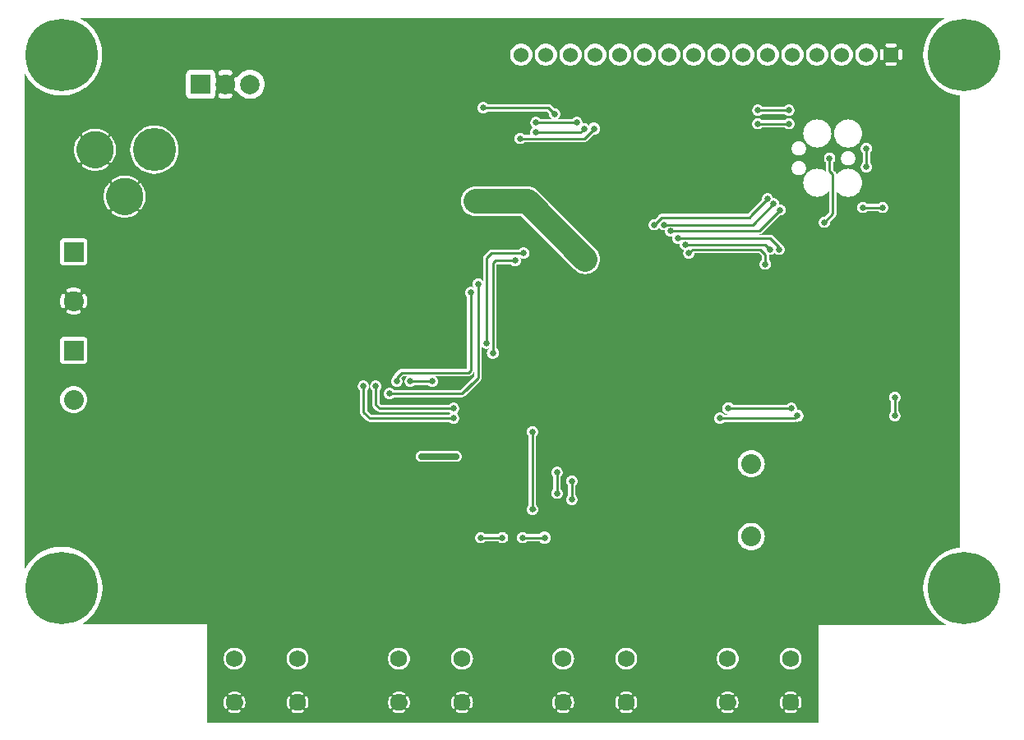
<source format=gbr>
G04 start of page 3 for group 1 idx 1 *
G04 Title: (unknown), solder *
G04 Creator: pcb 4.0.2 *
G04 CreationDate: Wed Apr 29 17:11:01 2020 UTC *
G04 For: ndholmes *
G04 Format: Gerber/RS-274X *
G04 PCB-Dimensions (mil): 4000.00 2900.00 *
G04 PCB-Coordinate-Origin: lower left *
%MOIN*%
%FSLAX25Y25*%
%LNBOTTOM*%
%ADD62C,0.1100*%
%ADD61C,0.1250*%
%ADD60C,0.0450*%
%ADD59C,0.0935*%
%ADD58C,0.0380*%
%ADD57C,0.0540*%
%ADD56C,0.0440*%
%ADD55C,0.0390*%
%ADD54C,0.1285*%
%ADD53C,0.0480*%
%ADD52C,0.0120*%
%ADD51C,0.0260*%
%ADD50C,0.1500*%
%ADD49C,0.1750*%
%ADD48C,0.0787*%
%ADD47C,0.0600*%
%ADD46C,0.0690*%
%ADD45C,0.2937*%
%ADD44C,0.0800*%
%ADD43C,0.0250*%
%ADD42C,0.1000*%
%ADD41C,0.0100*%
%ADD40C,0.0001*%
G54D40*G36*
X83502Y288000D02*X94000D01*
Y266916D01*
X93500Y266955D01*
X92568Y266882D01*
X91660Y266664D01*
X90796Y266306D01*
X90000Y265818D01*
X89289Y265211D01*
X88682Y264500D01*
X88265Y263821D01*
X88176Y263836D01*
X88018Y263838D01*
X87861Y263815D01*
X87710Y263768D01*
X87569Y263698D01*
X87439Y263607D01*
X87326Y263496D01*
X87232Y263370D01*
X87158Y263230D01*
X87108Y263080D01*
X87081Y262924D01*
X87079Y262766D01*
X87102Y262610D01*
X87152Y262460D01*
X87278Y262108D01*
X87366Y261744D01*
X87419Y261374D01*
X87437Y261000D01*
X87419Y260626D01*
X87366Y260256D01*
X87278Y259892D01*
X87156Y259539D01*
X87106Y259389D01*
X87083Y259234D01*
X87085Y259076D01*
X87112Y258921D01*
X87162Y258772D01*
X87236Y258633D01*
X87330Y258507D01*
X87442Y258397D01*
X87571Y258306D01*
X87712Y258236D01*
X87862Y258189D01*
X88018Y258167D01*
X88175Y258168D01*
X88263Y258183D01*
X88682Y257500D01*
X89289Y256789D01*
X90000Y256182D01*
X90796Y255694D01*
X91660Y255336D01*
X92568Y255118D01*
X93500Y255045D01*
X94000Y255084D01*
Y42000D01*
X83502D01*
Y255056D01*
X84064Y255083D01*
X84623Y255163D01*
X85172Y255296D01*
X85706Y255481D01*
X85848Y255550D01*
X85977Y255642D01*
X86091Y255752D01*
X86185Y255879D01*
X86259Y256019D01*
X86309Y256168D01*
X86336Y256324D01*
X86338Y256482D01*
X86315Y256639D01*
X86268Y256790D01*
X86198Y256931D01*
X86107Y257061D01*
X85996Y257174D01*
X85870Y257268D01*
X85730Y257342D01*
X85580Y257392D01*
X85424Y257419D01*
X85266Y257421D01*
X85110Y257398D01*
X84960Y257348D01*
X84608Y257222D01*
X84244Y257134D01*
X83874Y257081D01*
X83502Y257063D01*
Y264937D01*
X83874Y264919D01*
X84244Y264866D01*
X84608Y264778D01*
X84961Y264656D01*
X85111Y264606D01*
X85266Y264583D01*
X85424Y264585D01*
X85579Y264612D01*
X85728Y264662D01*
X85867Y264736D01*
X85993Y264830D01*
X86103Y264942D01*
X86194Y265071D01*
X86264Y265212D01*
X86311Y265362D01*
X86333Y265518D01*
X86332Y265675D01*
X86305Y265831D01*
X86254Y265980D01*
X86181Y266119D01*
X86087Y266245D01*
X85975Y266355D01*
X85846Y266446D01*
X85704Y266513D01*
X85172Y266704D01*
X84623Y266837D01*
X84064Y266917D01*
X83502Y266944D01*
Y288000D01*
G37*
G36*
X73742D02*X83502D01*
Y266944D01*
X83500Y266944D01*
X82936Y266917D01*
X82377Y266837D01*
X81828Y266704D01*
X81294Y266519D01*
X81152Y266450D01*
X81023Y266358D01*
X80909Y266248D01*
X80815Y266121D01*
X80741Y265981D01*
X80691Y265832D01*
X80664Y265676D01*
X80662Y265518D01*
X80685Y265361D01*
X80732Y265210D01*
X80802Y265069D01*
X80893Y264939D01*
X81004Y264826D01*
X81130Y264732D01*
X81270Y264658D01*
X81420Y264608D01*
X81576Y264581D01*
X81734Y264579D01*
X81890Y264602D01*
X82040Y264652D01*
X82392Y264778D01*
X82756Y264866D01*
X83126Y264919D01*
X83500Y264937D01*
X83502Y264937D01*
Y257063D01*
X83500Y257063D01*
X83126Y257081D01*
X82756Y257134D01*
X82392Y257222D01*
X82039Y257344D01*
X81889Y257394D01*
X81734Y257417D01*
X81576Y257415D01*
X81421Y257388D01*
X81272Y257338D01*
X81133Y257264D01*
X81007Y257170D01*
X80897Y257058D01*
X80806Y256929D01*
X80736Y256788D01*
X80689Y256638D01*
X80667Y256482D01*
X80668Y256325D01*
X80695Y256169D01*
X80746Y256020D01*
X80819Y255881D01*
X80913Y255755D01*
X81025Y255645D01*
X81154Y255554D01*
X81296Y255487D01*
X81828Y255296D01*
X82377Y255163D01*
X82936Y255083D01*
X83500Y255056D01*
X83502Y255056D01*
Y42000D01*
X73742D01*
Y255072D01*
X77751Y255082D01*
X78057Y255155D01*
X78348Y255275D01*
X78616Y255440D01*
X78856Y255644D01*
X79060Y255884D01*
X79225Y256152D01*
X79345Y256443D01*
X79418Y256749D01*
X79437Y257063D01*
X79434Y258304D01*
X79561Y258393D01*
X79674Y258504D01*
X79768Y258630D01*
X79842Y258770D01*
X79892Y258920D01*
X79919Y259076D01*
X79921Y259234D01*
X79898Y259390D01*
X79848Y259540D01*
X79722Y259892D01*
X79634Y260256D01*
X79581Y260626D01*
X79563Y261000D01*
X79581Y261374D01*
X79634Y261744D01*
X79722Y262108D01*
X79844Y262461D01*
X79894Y262611D01*
X79917Y262766D01*
X79915Y262924D01*
X79888Y263079D01*
X79838Y263228D01*
X79764Y263367D01*
X79670Y263493D01*
X79558Y263603D01*
X79429Y263694D01*
X79422Y263698D01*
X79418Y265251D01*
X79345Y265557D01*
X79225Y265848D01*
X79060Y266116D01*
X78856Y266356D01*
X78616Y266560D01*
X78348Y266725D01*
X78057Y266845D01*
X77751Y266918D01*
X77437Y266937D01*
X73742Y266929D01*
Y288000D01*
G37*
G36*
X54685D02*X73742D01*
Y266929D01*
X69249Y266918D01*
X68943Y266845D01*
X68652Y266725D01*
X68384Y266560D01*
X68144Y266356D01*
X67940Y266116D01*
X67775Y265848D01*
X67655Y265557D01*
X67582Y265251D01*
X67563Y264937D01*
X67582Y256749D01*
X67655Y256443D01*
X67775Y256152D01*
X67940Y255884D01*
X68144Y255644D01*
X68384Y255440D01*
X68652Y255275D01*
X68943Y255155D01*
X69249Y255082D01*
X69563Y255063D01*
X73742Y255072D01*
Y42000D01*
X54685D01*
Y224621D01*
X54700Y224620D01*
X56230Y224740D01*
X57722Y225099D01*
X59140Y225686D01*
X60449Y226488D01*
X61616Y227484D01*
X62612Y228651D01*
X63414Y229960D01*
X64001Y231378D01*
X64360Y232870D01*
X64450Y234400D01*
X64360Y235930D01*
X64001Y237422D01*
X63414Y238840D01*
X62612Y240149D01*
X61616Y241316D01*
X60449Y242312D01*
X59140Y243114D01*
X57722Y243701D01*
X56230Y244060D01*
X54700Y244180D01*
X54685Y244179D01*
Y288000D01*
G37*
G36*
X37855Y236645D02*X38019Y236038D01*
X38135Y235388D01*
X38193Y234730D01*
Y234070D01*
X38135Y233412D01*
X38019Y232762D01*
X37855Y232155D01*
Y236645D01*
G37*
G36*
X49855Y217645D02*X50019Y217038D01*
X50135Y216388D01*
X50193Y215730D01*
Y215070D01*
X50135Y214412D01*
X50019Y213762D01*
X49855Y213155D01*
Y217645D01*
G37*
G36*
Y225934D02*X50260Y225686D01*
X51678Y225099D01*
X53170Y224740D01*
X54685Y224621D01*
Y42000D01*
X49855D01*
Y210796D01*
X50230Y211439D01*
X50549Y212116D01*
X50807Y212819D01*
X51003Y213542D01*
X51134Y214280D01*
X51200Y215026D01*
Y215774D01*
X51134Y216521D01*
X51003Y217258D01*
X50807Y217981D01*
X50549Y218684D01*
X50230Y219361D01*
X49855Y220004D01*
Y225934D01*
G37*
G36*
Y288000D02*X54685D01*
Y244179D01*
X53170Y244060D01*
X51678Y243701D01*
X50260Y243114D01*
X49855Y242866D01*
Y288000D01*
G37*
G36*
X37855D02*X49855D01*
Y242866D01*
X48951Y242312D01*
X47784Y241316D01*
X46788Y240149D01*
X45986Y238840D01*
X45399Y237422D01*
X45040Y235930D01*
X44920Y234400D01*
X45040Y232870D01*
X45399Y231378D01*
X45986Y229960D01*
X46788Y228651D01*
X47784Y227484D01*
X48951Y226488D01*
X49855Y225934D01*
Y220004D01*
X49852Y220008D01*
X49419Y220619D01*
X49366Y220679D01*
X49304Y220728D01*
X49234Y220768D01*
X49160Y220796D01*
X49081Y220812D01*
X49002Y220816D01*
X48922Y220807D01*
X48845Y220786D01*
X48773Y220753D01*
X48706Y220709D01*
X48647Y220656D01*
X48597Y220593D01*
X48557Y220524D01*
X48529Y220449D01*
X48513Y220371D01*
X48509Y220291D01*
X48518Y220212D01*
X48539Y220135D01*
X48572Y220062D01*
X48617Y219996D01*
X49005Y219462D01*
X49338Y218892D01*
X49619Y218295D01*
X49847Y217675D01*
X49855Y217645D01*
Y213155D01*
X49847Y213125D01*
X49619Y212505D01*
X49338Y211908D01*
X49005Y211338D01*
X48623Y210799D01*
X48579Y210734D01*
X48546Y210663D01*
X48525Y210587D01*
X48517Y210509D01*
X48520Y210430D01*
X48536Y210353D01*
X48564Y210279D01*
X48603Y210211D01*
X48652Y210149D01*
X48710Y210096D01*
X48776Y210053D01*
X48848Y210021D01*
X48924Y210000D01*
X49002Y209991D01*
X49081Y209995D01*
X49158Y210011D01*
X49231Y210039D01*
X49300Y210078D01*
X49361Y210127D01*
X49413Y210186D01*
X49852Y210792D01*
X49855Y210796D01*
Y42000D01*
X37855D01*
Y208420D01*
X38092Y208248D01*
X38739Y207870D01*
X39416Y207551D01*
X40119Y207293D01*
X40842Y207097D01*
X41579Y206966D01*
X42326Y206900D01*
X43074D01*
X43820Y206966D01*
X44558Y207097D01*
X45281Y207293D01*
X45984Y207551D01*
X46661Y207870D01*
X47308Y208248D01*
X47919Y208681D01*
X47979Y208734D01*
X48028Y208796D01*
X48068Y208866D01*
X48096Y208940D01*
X48112Y209019D01*
X48116Y209098D01*
X48107Y209178D01*
X48086Y209255D01*
X48053Y209327D01*
X48009Y209394D01*
X47956Y209453D01*
X47893Y209503D01*
X47824Y209543D01*
X47749Y209571D01*
X47671Y209587D01*
X47591Y209591D01*
X47512Y209582D01*
X47435Y209561D01*
X47362Y209528D01*
X47296Y209483D01*
X46762Y209095D01*
X46192Y208762D01*
X45595Y208481D01*
X44975Y208253D01*
X44338Y208081D01*
X43688Y207965D01*
X43030Y207907D01*
X42370D01*
X41712Y207965D01*
X41062Y208081D01*
X40425Y208253D01*
X39805Y208481D01*
X39208Y208762D01*
X38638Y209095D01*
X38099Y209477D01*
X38034Y209521D01*
X37963Y209554D01*
X37887Y209575D01*
X37855Y209578D01*
Y221215D01*
X37888Y221218D01*
X37965Y221239D01*
X38038Y221272D01*
X38104Y221317D01*
X38638Y221705D01*
X39208Y222038D01*
X39805Y222319D01*
X40425Y222547D01*
X41062Y222719D01*
X41712Y222835D01*
X42370Y222893D01*
X43030D01*
X43688Y222835D01*
X44338Y222719D01*
X44975Y222547D01*
X45595Y222319D01*
X46192Y222038D01*
X46762Y221705D01*
X47301Y221323D01*
X47366Y221279D01*
X47437Y221246D01*
X47513Y221225D01*
X47591Y221217D01*
X47670Y221220D01*
X47747Y221236D01*
X47821Y221264D01*
X47889Y221303D01*
X47951Y221352D01*
X48004Y221410D01*
X48047Y221476D01*
X48079Y221548D01*
X48100Y221624D01*
X48109Y221702D01*
X48105Y221781D01*
X48089Y221858D01*
X48061Y221931D01*
X48022Y222000D01*
X47973Y222061D01*
X47914Y222113D01*
X47308Y222552D01*
X46661Y222930D01*
X45984Y223249D01*
X45281Y223507D01*
X44558Y223703D01*
X43820Y223834D01*
X43074Y223900D01*
X42326D01*
X41579Y223834D01*
X40842Y223703D01*
X40119Y223507D01*
X39416Y223249D01*
X38739Y222930D01*
X38092Y222552D01*
X37855Y222384D01*
Y229796D01*
X38230Y230439D01*
X38549Y231116D01*
X38807Y231819D01*
X39003Y232542D01*
X39134Y233280D01*
X39200Y234026D01*
Y234774D01*
X39134Y235521D01*
X39003Y236258D01*
X38807Y236981D01*
X38549Y237684D01*
X38230Y238361D01*
X37855Y239004D01*
Y288000D01*
G37*
G36*
X35545D02*X37855D01*
Y239004D01*
X37852Y239008D01*
X37419Y239619D01*
X37366Y239679D01*
X37304Y239728D01*
X37234Y239768D01*
X37160Y239796D01*
X37081Y239812D01*
X37002Y239816D01*
X36922Y239807D01*
X36845Y239786D01*
X36773Y239753D01*
X36706Y239709D01*
X36647Y239656D01*
X36597Y239593D01*
X36557Y239524D01*
X36529Y239449D01*
X36513Y239371D01*
X36509Y239291D01*
X36518Y239212D01*
X36539Y239135D01*
X36572Y239062D01*
X36617Y238996D01*
X37005Y238462D01*
X37338Y237892D01*
X37619Y237295D01*
X37847Y236675D01*
X37855Y236645D01*
Y232155D01*
X37847Y232125D01*
X37619Y231505D01*
X37338Y230908D01*
X37005Y230338D01*
X36623Y229799D01*
X36579Y229734D01*
X36546Y229663D01*
X36525Y229587D01*
X36517Y229509D01*
X36520Y229430D01*
X36536Y229353D01*
X36564Y229279D01*
X36603Y229211D01*
X36652Y229149D01*
X36710Y229096D01*
X36776Y229053D01*
X36848Y229021D01*
X36924Y229000D01*
X37002Y228991D01*
X37081Y228995D01*
X37158Y229011D01*
X37231Y229039D01*
X37300Y229078D01*
X37361Y229127D01*
X37413Y229186D01*
X37852Y229792D01*
X37855Y229796D01*
Y222384D01*
X37481Y222119D01*
X37421Y222066D01*
X37372Y222004D01*
X37332Y221934D01*
X37304Y221860D01*
X37288Y221781D01*
X37284Y221702D01*
X37293Y221622D01*
X37314Y221545D01*
X37347Y221473D01*
X37391Y221406D01*
X37444Y221347D01*
X37507Y221297D01*
X37576Y221257D01*
X37651Y221229D01*
X37729Y221213D01*
X37809Y221209D01*
X37855Y221215D01*
Y209578D01*
X37809Y209583D01*
X37730Y209580D01*
X37653Y209564D01*
X37579Y209536D01*
X37511Y209497D01*
X37449Y209448D01*
X37396Y209390D01*
X37353Y209324D01*
X37321Y209252D01*
X37300Y209176D01*
X37291Y209098D01*
X37295Y209019D01*
X37311Y208942D01*
X37339Y208869D01*
X37378Y208800D01*
X37427Y208739D01*
X37486Y208687D01*
X37855Y208420D01*
Y42000D01*
X35545D01*
Y210796D01*
X35548Y210792D01*
X35981Y210181D01*
X36034Y210121D01*
X36096Y210072D01*
X36166Y210032D01*
X36240Y210004D01*
X36319Y209988D01*
X36398Y209984D01*
X36478Y209993D01*
X36555Y210014D01*
X36627Y210047D01*
X36694Y210091D01*
X36753Y210144D01*
X36803Y210207D01*
X36843Y210276D01*
X36871Y210351D01*
X36887Y210429D01*
X36891Y210509D01*
X36882Y210588D01*
X36861Y210665D01*
X36828Y210738D01*
X36783Y210804D01*
X36395Y211338D01*
X36062Y211908D01*
X35781Y212505D01*
X35553Y213125D01*
X35545Y213155D01*
Y217645D01*
X35553Y217675D01*
X35781Y218295D01*
X36062Y218892D01*
X36395Y219462D01*
X36777Y220001D01*
X36821Y220066D01*
X36854Y220137D01*
X36875Y220213D01*
X36883Y220291D01*
X36880Y220370D01*
X36864Y220447D01*
X36836Y220521D01*
X36797Y220589D01*
X36748Y220651D01*
X36690Y220704D01*
X36624Y220747D01*
X36552Y220779D01*
X36476Y220800D01*
X36398Y220809D01*
X36319Y220805D01*
X36242Y220789D01*
X36169Y220761D01*
X36100Y220722D01*
X36039Y220673D01*
X35987Y220614D01*
X35548Y220008D01*
X35545Y220004D01*
Y227416D01*
X35919Y227681D01*
X35979Y227734D01*
X36028Y227796D01*
X36068Y227866D01*
X36096Y227940D01*
X36112Y228019D01*
X36116Y228098D01*
X36107Y228178D01*
X36086Y228255D01*
X36053Y228327D01*
X36009Y228394D01*
X35956Y228453D01*
X35893Y228503D01*
X35824Y228543D01*
X35749Y228571D01*
X35671Y228587D01*
X35591Y228591D01*
X35545Y228586D01*
Y240222D01*
X35591Y240217D01*
X35670Y240220D01*
X35747Y240236D01*
X35821Y240264D01*
X35889Y240303D01*
X35951Y240352D01*
X36004Y240410D01*
X36047Y240476D01*
X36079Y240548D01*
X36100Y240624D01*
X36109Y240702D01*
X36105Y240781D01*
X36089Y240858D01*
X36061Y240931D01*
X36022Y241000D01*
X35973Y241061D01*
X35914Y241113D01*
X35545Y241380D01*
Y288000D01*
G37*
G36*
Y213155D02*X35381Y213762D01*
X35265Y214412D01*
X35207Y215070D01*
Y215730D01*
X35265Y216388D01*
X35381Y217038D01*
X35545Y217645D01*
Y213155D01*
G37*
G36*
Y228586D02*X35512Y228582D01*
X35435Y228561D01*
X35362Y228528D01*
X35296Y228483D01*
X34762Y228095D01*
X34192Y227762D01*
X33595Y227481D01*
X32975Y227253D01*
X32338Y227081D01*
X31688Y226965D01*
X31030Y226907D01*
X30370D01*
X29712Y226965D01*
X29062Y227081D01*
X28425Y227253D01*
X27805Y227481D01*
X27208Y227762D01*
X26638Y228095D01*
X26493Y228198D01*
Y240599D01*
X26638Y240705D01*
X27208Y241038D01*
X27805Y241319D01*
X28425Y241547D01*
X29062Y241719D01*
X29712Y241835D01*
X30370Y241893D01*
X31030D01*
X31688Y241835D01*
X32338Y241719D01*
X32975Y241547D01*
X33595Y241319D01*
X34192Y241038D01*
X34762Y240705D01*
X35301Y240323D01*
X35366Y240279D01*
X35437Y240246D01*
X35513Y240225D01*
X35545Y240222D01*
Y228586D01*
G37*
G36*
Y42000D02*X26493D01*
Y42750D01*
X26837Y42961D01*
X28834Y44666D01*
X30539Y46663D01*
X31911Y48902D01*
X32916Y51328D01*
X33529Y53882D01*
X33684Y56500D01*
X33529Y59118D01*
X32916Y61672D01*
X31911Y64098D01*
X30539Y66337D01*
X28834Y68334D01*
X26837Y70039D01*
X26493Y70250D01*
Y129805D01*
X26916Y130495D01*
X27247Y131295D01*
X27449Y132137D01*
X27500Y133000D01*
X27449Y133863D01*
X27247Y134705D01*
X26916Y135505D01*
X26493Y136195D01*
Y147580D01*
X26683Y147659D01*
X26884Y147783D01*
X27064Y147936D01*
X27217Y148116D01*
X27341Y148317D01*
X27431Y148535D01*
X27486Y148765D01*
X27500Y149000D01*
X27486Y157235D01*
X27431Y157465D01*
X27341Y157683D01*
X27217Y157884D01*
X27064Y158064D01*
X26884Y158217D01*
X26683Y158341D01*
X26493Y158420D01*
Y170145D01*
X26578Y170181D01*
X26679Y170243D01*
X26769Y170319D01*
X26845Y170409D01*
X26905Y170511D01*
X27122Y170980D01*
X27289Y171469D01*
X27409Y171972D01*
X27482Y172484D01*
X27506Y173000D01*
X27482Y173516D01*
X27409Y174028D01*
X27289Y174531D01*
X27122Y175020D01*
X26910Y175492D01*
X26849Y175593D01*
X26772Y175684D01*
X26682Y175761D01*
X26580Y175823D01*
X26493Y175860D01*
Y187580D01*
X26683Y187659D01*
X26884Y187783D01*
X27064Y187936D01*
X27217Y188116D01*
X27341Y188317D01*
X27431Y188535D01*
X27486Y188765D01*
X27500Y189000D01*
X27486Y197235D01*
X27431Y197465D01*
X27341Y197683D01*
X27217Y197884D01*
X27064Y198064D01*
X26884Y198217D01*
X26683Y198341D01*
X26493Y198420D01*
Y227014D01*
X26739Y226870D01*
X27416Y226551D01*
X28119Y226293D01*
X28842Y226097D01*
X29579Y225966D01*
X30326Y225900D01*
X31074D01*
X31820Y225966D01*
X32558Y226097D01*
X33281Y226293D01*
X33984Y226551D01*
X34661Y226870D01*
X35308Y227248D01*
X35545Y227416D01*
Y220004D01*
X35170Y219361D01*
X34851Y218684D01*
X34593Y217981D01*
X34397Y217258D01*
X34266Y216521D01*
X34200Y215774D01*
Y215026D01*
X34266Y214280D01*
X34397Y213542D01*
X34593Y212819D01*
X34851Y212116D01*
X35170Y211439D01*
X35545Y210796D01*
Y42000D01*
G37*
G36*
X26493Y288000D02*X35545D01*
Y241380D01*
X35308Y241552D01*
X34661Y241930D01*
X33984Y242249D01*
X33281Y242507D01*
X32558Y242703D01*
X31820Y242834D01*
X31074Y242900D01*
X30326D01*
X29579Y242834D01*
X28842Y242703D01*
X28119Y242507D01*
X27416Y242249D01*
X26739Y241930D01*
X26493Y241786D01*
Y259367D01*
X26778Y259542D01*
X28763Y261237D01*
X30458Y263222D01*
X31822Y265448D01*
X32821Y267859D01*
X33430Y270398D01*
X33584Y273000D01*
X33430Y275602D01*
X32821Y278141D01*
X31822Y280552D01*
X30458Y282778D01*
X28763Y284763D01*
X26778Y286458D01*
X26493Y286633D01*
Y288000D01*
G37*
G36*
Y198420D02*X26465Y198431D01*
X26235Y198486D01*
X26000Y198500D01*
X23545Y198496D01*
Y229796D01*
X23548Y229792D01*
X23981Y229181D01*
X24034Y229121D01*
X24096Y229072D01*
X24166Y229032D01*
X24240Y229004D01*
X24319Y228988D01*
X24398Y228984D01*
X24478Y228993D01*
X24555Y229014D01*
X24627Y229047D01*
X24694Y229091D01*
X24753Y229144D01*
X24803Y229207D01*
X24843Y229276D01*
X24871Y229351D01*
X24887Y229429D01*
X24891Y229509D01*
X24882Y229588D01*
X24861Y229665D01*
X24828Y229738D01*
X24783Y229804D01*
X24395Y230338D01*
X24062Y230908D01*
X23781Y231505D01*
X23553Y232125D01*
X23545Y232155D01*
Y236645D01*
X23553Y236675D01*
X23781Y237295D01*
X24062Y237892D01*
X24395Y238462D01*
X24777Y239001D01*
X24821Y239066D01*
X24854Y239137D01*
X24875Y239213D01*
X24883Y239291D01*
X24880Y239370D01*
X24864Y239447D01*
X24836Y239521D01*
X24797Y239589D01*
X24748Y239651D01*
X24690Y239704D01*
X24624Y239747D01*
X24552Y239779D01*
X24476Y239800D01*
X24398Y239809D01*
X24319Y239805D01*
X24242Y239789D01*
X24169Y239761D01*
X24100Y239722D01*
X24039Y239673D01*
X23987Y239614D01*
X23548Y239008D01*
X23545Y239004D01*
Y257761D01*
X24552Y258178D01*
X26493Y259367D01*
Y241786D01*
X26092Y241552D01*
X25481Y241119D01*
X25421Y241066D01*
X25372Y241004D01*
X25332Y240934D01*
X25304Y240860D01*
X25288Y240781D01*
X25284Y240702D01*
X25293Y240622D01*
X25314Y240545D01*
X25347Y240473D01*
X25391Y240406D01*
X25444Y240347D01*
X25507Y240297D01*
X25576Y240257D01*
X25651Y240229D01*
X25729Y240213D01*
X25809Y240209D01*
X25888Y240218D01*
X25965Y240239D01*
X26038Y240272D01*
X26104Y240317D01*
X26493Y240599D01*
Y228198D01*
X26099Y228477D01*
X26034Y228521D01*
X25963Y228554D01*
X25887Y228575D01*
X25809Y228583D01*
X25730Y228580D01*
X25653Y228564D01*
X25579Y228536D01*
X25511Y228497D01*
X25449Y228448D01*
X25396Y228390D01*
X25353Y228324D01*
X25321Y228252D01*
X25300Y228176D01*
X25291Y228098D01*
X25295Y228019D01*
X25311Y227942D01*
X25339Y227869D01*
X25378Y227800D01*
X25427Y227739D01*
X25486Y227687D01*
X26092Y227248D01*
X26493Y227014D01*
Y198420D01*
G37*
G36*
X23545Y232155D02*X23381Y232762D01*
X23265Y233412D01*
X23207Y234070D01*
Y234730D01*
X23265Y235388D01*
X23381Y236038D01*
X23545Y236645D01*
Y232155D01*
G37*
G36*
Y198496D02*X22000Y198493D01*
Y257145D01*
X22141Y257179D01*
X23545Y257761D01*
Y239004D01*
X23170Y238361D01*
X22851Y237684D01*
X22593Y236981D01*
X22397Y236258D01*
X22266Y235521D01*
X22200Y234774D01*
Y234026D01*
X22266Y233280D01*
X22397Y232542D01*
X22593Y231819D01*
X22851Y231116D01*
X23170Y230439D01*
X23545Y229796D01*
Y198496D01*
G37*
G36*
X26493Y158420D02*X26465Y158431D01*
X26235Y158486D01*
X26000Y158500D01*
X22000Y158493D01*
Y167494D01*
X22516Y167518D01*
X23028Y167591D01*
X23531Y167711D01*
X24020Y167878D01*
X24492Y168090D01*
X24593Y168151D01*
X24684Y168228D01*
X24761Y168318D01*
X24823Y168420D01*
X24869Y168529D01*
X24897Y168645D01*
X24906Y168763D01*
X24897Y168881D01*
X24870Y168997D01*
X24824Y169107D01*
X24762Y169208D01*
X24686Y169298D01*
X24595Y169376D01*
X24494Y169438D01*
X24385Y169484D01*
X24269Y169511D01*
X24151Y169521D01*
X24032Y169512D01*
X23917Y169484D01*
X23808Y169437D01*
X23468Y169279D01*
X23112Y169158D01*
X22747Y169070D01*
X22375Y169018D01*
X22000Y169000D01*
Y177000D01*
X22375Y176982D01*
X22747Y176930D01*
X23112Y176842D01*
X23468Y176721D01*
X23810Y176567D01*
X23918Y176520D01*
X24033Y176493D01*
X24151Y176483D01*
X24268Y176493D01*
X24383Y176521D01*
X24492Y176566D01*
X24593Y176628D01*
X24682Y176705D01*
X24759Y176795D01*
X24820Y176895D01*
X24865Y177004D01*
X24893Y177119D01*
X24902Y177237D01*
X24892Y177355D01*
X24865Y177469D01*
X24819Y177578D01*
X24757Y177679D01*
X24681Y177769D01*
X24591Y177845D01*
X24489Y177905D01*
X24020Y178122D01*
X23531Y178289D01*
X23028Y178409D01*
X22516Y178482D01*
X22000Y178506D01*
Y187507D01*
X26235Y187514D01*
X26465Y187569D01*
X26493Y187580D01*
Y175860D01*
X26471Y175869D01*
X26355Y175897D01*
X26237Y175906D01*
X26119Y175897D01*
X26003Y175870D01*
X25893Y175824D01*
X25792Y175762D01*
X25702Y175686D01*
X25624Y175595D01*
X25562Y175494D01*
X25516Y175385D01*
X25489Y175269D01*
X25479Y175151D01*
X25488Y175032D01*
X25516Y174917D01*
X25563Y174808D01*
X25721Y174468D01*
X25842Y174112D01*
X25930Y173747D01*
X25982Y173375D01*
X26000Y173000D01*
X25982Y172625D01*
X25930Y172253D01*
X25842Y171888D01*
X25721Y171532D01*
X25567Y171190D01*
X25520Y171082D01*
X25493Y170967D01*
X25483Y170849D01*
X25493Y170732D01*
X25521Y170617D01*
X25566Y170508D01*
X25628Y170407D01*
X25705Y170318D01*
X25795Y170241D01*
X25895Y170180D01*
X26004Y170135D01*
X26119Y170107D01*
X26237Y170098D01*
X26355Y170108D01*
X26469Y170135D01*
X26493Y170145D01*
Y158420D01*
G37*
G36*
Y136195D02*X26463Y136243D01*
X25901Y136901D01*
X25243Y137463D01*
X24505Y137916D01*
X23705Y138247D01*
X22863Y138449D01*
X22000Y138517D01*
Y147507D01*
X26235Y147514D01*
X26465Y147569D01*
X26493Y147580D01*
Y136195D01*
G37*
G36*
Y70250D02*X24598Y71411D01*
X22172Y72416D01*
X22000Y72458D01*
Y127483D01*
X22863Y127551D01*
X23705Y127753D01*
X24505Y128084D01*
X25243Y128537D01*
X25901Y129099D01*
X26463Y129757D01*
X26493Y129805D01*
Y70250D01*
G37*
G36*
Y42000D02*X25269D01*
X26493Y42750D01*
Y42000D01*
G37*
G36*
X24123Y288000D02*X26493D01*
Y286633D01*
X24552Y287822D01*
X24123Y288000D01*
G37*
G36*
X17507Y147580D02*X17535Y147569D01*
X17765Y147514D01*
X18000Y147500D01*
X22000Y147507D01*
Y138517D01*
X21137Y138449D01*
X20295Y138247D01*
X19495Y137916D01*
X18757Y137463D01*
X18099Y136901D01*
X17537Y136243D01*
X17507Y136195D01*
Y147580D01*
G37*
G36*
Y187580D02*X17535Y187569D01*
X17765Y187514D01*
X18000Y187500D01*
X22000Y187507D01*
Y178506D01*
X22000D01*
X21484Y178482D01*
X20972Y178409D01*
X20469Y178289D01*
X19980Y178122D01*
X19508Y177910D01*
X19407Y177849D01*
X19316Y177772D01*
X19239Y177682D01*
X19177Y177580D01*
X19131Y177471D01*
X19103Y177355D01*
X19094Y177237D01*
X19103Y177119D01*
X19130Y177003D01*
X19176Y176893D01*
X19238Y176792D01*
X19314Y176702D01*
X19405Y176624D01*
X19506Y176562D01*
X19615Y176516D01*
X19731Y176489D01*
X19849Y176479D01*
X19968Y176488D01*
X20083Y176516D01*
X20192Y176563D01*
X20532Y176721D01*
X20888Y176842D01*
X21253Y176930D01*
X21625Y176982D01*
X22000Y177000D01*
Y169000D01*
X21625Y169018D01*
X21253Y169070D01*
X20888Y169158D01*
X20532Y169279D01*
X20190Y169433D01*
X20082Y169480D01*
X19967Y169507D01*
X19849Y169517D01*
X19732Y169507D01*
X19617Y169479D01*
X19508Y169434D01*
X19407Y169372D01*
X19318Y169295D01*
X19241Y169205D01*
X19180Y169105D01*
X19135Y168996D01*
X19107Y168881D01*
X19098Y168763D01*
X19108Y168645D01*
X19135Y168531D01*
X19181Y168422D01*
X19243Y168321D01*
X19319Y168231D01*
X19409Y168155D01*
X19511Y168095D01*
X19980Y167878D01*
X20469Y167711D01*
X20972Y167591D01*
X21484Y167518D01*
X22000Y167494D01*
X22000D01*
Y158493D01*
X17765Y158486D01*
X17535Y158431D01*
X17507Y158420D01*
Y170140D01*
X17529Y170131D01*
X17645Y170103D01*
X17763Y170094D01*
X17881Y170103D01*
X17997Y170130D01*
X18107Y170176D01*
X18208Y170238D01*
X18298Y170314D01*
X18376Y170405D01*
X18438Y170506D01*
X18484Y170615D01*
X18511Y170731D01*
X18521Y170849D01*
X18512Y170968D01*
X18484Y171083D01*
X18437Y171192D01*
X18279Y171532D01*
X18158Y171888D01*
X18070Y172253D01*
X18018Y172625D01*
X18000Y173000D01*
X18018Y173375D01*
X18070Y173747D01*
X18158Y174112D01*
X18279Y174468D01*
X18433Y174810D01*
X18480Y174918D01*
X18507Y175033D01*
X18517Y175151D01*
X18507Y175268D01*
X18479Y175383D01*
X18434Y175492D01*
X18372Y175593D01*
X18295Y175682D01*
X18205Y175759D01*
X18105Y175820D01*
X17996Y175865D01*
X17881Y175893D01*
X17763Y175902D01*
X17645Y175892D01*
X17531Y175865D01*
X17507Y175855D01*
Y187580D01*
G37*
G36*
Y256405D02*X19602Y256570D01*
X22000Y257145D01*
Y198493D01*
X17765Y198486D01*
X17535Y198431D01*
X17507Y198420D01*
Y256405D01*
G37*
G36*
X22000Y72458D02*X19618Y73029D01*
X17507Y73196D01*
Y129805D01*
X17537Y129757D01*
X18099Y129099D01*
X18757Y128537D01*
X19495Y128084D01*
X20295Y127753D01*
X21137Y127551D01*
X22000Y127483D01*
Y72458D01*
G37*
G36*
X17507Y73196D02*X17000Y73235D01*
X14382Y73029D01*
X11828Y72416D01*
X9402Y71411D01*
X7163Y70039D01*
X5166Y68334D01*
X3461Y66337D01*
X2089Y64098D01*
X2000Y63884D01*
Y265877D01*
X2178Y265448D01*
X3542Y263222D01*
X5237Y261237D01*
X7222Y259542D01*
X9448Y258178D01*
X11859Y257179D01*
X14398Y256570D01*
X17000Y256365D01*
X17507Y256405D01*
Y198420D01*
X17317Y198341D01*
X17116Y198217D01*
X16936Y198064D01*
X16783Y197884D01*
X16659Y197683D01*
X16569Y197465D01*
X16514Y197235D01*
X16500Y197000D01*
X16514Y188765D01*
X16569Y188535D01*
X16659Y188317D01*
X16783Y188116D01*
X16936Y187936D01*
X17116Y187783D01*
X17317Y187659D01*
X17507Y187580D01*
Y175855D01*
X17422Y175819D01*
X17321Y175757D01*
X17231Y175681D01*
X17155Y175591D01*
X17095Y175489D01*
X16878Y175020D01*
X16711Y174531D01*
X16591Y174028D01*
X16518Y173516D01*
X16494Y173000D01*
X16518Y172484D01*
X16591Y171972D01*
X16711Y171469D01*
X16878Y170980D01*
X17090Y170508D01*
X17151Y170407D01*
X17228Y170316D01*
X17318Y170239D01*
X17420Y170177D01*
X17507Y170140D01*
Y158420D01*
X17317Y158341D01*
X17116Y158217D01*
X16936Y158064D01*
X16783Y157884D01*
X16659Y157683D01*
X16569Y157465D01*
X16514Y157235D01*
X16500Y157000D01*
X16514Y148765D01*
X16569Y148535D01*
X16659Y148317D01*
X16783Y148116D01*
X16936Y147936D01*
X17116Y147783D01*
X17317Y147659D01*
X17507Y147580D01*
Y136195D01*
X17084Y135505D01*
X16753Y134705D01*
X16551Y133863D01*
X16483Y133000D01*
X16551Y132137D01*
X16753Y131295D01*
X17084Y130495D01*
X17507Y129805D01*
Y73196D01*
G37*
G36*
X93258Y288000D02*X116500D01*
Y42000D01*
X93258D01*
Y255064D01*
X93500Y255045D01*
X94432Y255118D01*
X95340Y255336D01*
X96204Y255694D01*
X97000Y256182D01*
X97711Y256789D01*
X98318Y257500D01*
X98806Y258296D01*
X99164Y259160D01*
X99382Y260068D01*
X99437Y261000D01*
X99382Y261932D01*
X99164Y262840D01*
X98806Y263704D01*
X98318Y264500D01*
X97711Y265211D01*
X97000Y265818D01*
X96204Y266306D01*
X95340Y266664D01*
X94432Y266882D01*
X93500Y266955D01*
X93258Y266936D01*
Y288000D01*
G37*
G36*
X83502D02*X93258D01*
Y266936D01*
X92568Y266882D01*
X91660Y266664D01*
X90796Y266306D01*
X90000Y265818D01*
X89289Y265211D01*
X88682Y264500D01*
X88265Y263821D01*
X88176Y263836D01*
X88018Y263838D01*
X87861Y263815D01*
X87710Y263768D01*
X87569Y263698D01*
X87439Y263607D01*
X87326Y263496D01*
X87232Y263370D01*
X87158Y263230D01*
X87108Y263080D01*
X87081Y262924D01*
X87079Y262766D01*
X87102Y262610D01*
X87152Y262460D01*
X87278Y262108D01*
X87366Y261744D01*
X87419Y261374D01*
X87437Y261000D01*
X87419Y260626D01*
X87366Y260256D01*
X87278Y259892D01*
X87156Y259539D01*
X87106Y259389D01*
X87083Y259234D01*
X87085Y259076D01*
X87112Y258921D01*
X87162Y258772D01*
X87236Y258633D01*
X87330Y258507D01*
X87442Y258397D01*
X87571Y258306D01*
X87712Y258236D01*
X87862Y258189D01*
X88018Y258167D01*
X88175Y258168D01*
X88263Y258183D01*
X88682Y257500D01*
X89289Y256789D01*
X90000Y256182D01*
X90796Y255694D01*
X91660Y255336D01*
X92568Y255118D01*
X93258Y255064D01*
Y42000D01*
X83502D01*
Y255056D01*
X84064Y255083D01*
X84623Y255163D01*
X85172Y255296D01*
X85706Y255481D01*
X85848Y255550D01*
X85977Y255642D01*
X86091Y255752D01*
X86185Y255879D01*
X86259Y256019D01*
X86309Y256168D01*
X86336Y256324D01*
X86338Y256482D01*
X86315Y256639D01*
X86268Y256790D01*
X86198Y256931D01*
X86107Y257061D01*
X85996Y257174D01*
X85870Y257268D01*
X85730Y257342D01*
X85580Y257392D01*
X85424Y257419D01*
X85266Y257421D01*
X85110Y257398D01*
X84960Y257348D01*
X84608Y257222D01*
X84244Y257134D01*
X83874Y257081D01*
X83502Y257063D01*
Y264937D01*
X83874Y264919D01*
X84244Y264866D01*
X84608Y264778D01*
X84961Y264656D01*
X85111Y264606D01*
X85266Y264583D01*
X85424Y264585D01*
X85579Y264612D01*
X85728Y264662D01*
X85867Y264736D01*
X85993Y264830D01*
X86103Y264942D01*
X86194Y265071D01*
X86264Y265212D01*
X86311Y265362D01*
X86333Y265518D01*
X86332Y265675D01*
X86305Y265831D01*
X86254Y265980D01*
X86181Y266119D01*
X86087Y266245D01*
X85975Y266355D01*
X85846Y266446D01*
X85704Y266513D01*
X85172Y266704D01*
X84623Y266837D01*
X84064Y266917D01*
X83502Y266944D01*
Y288000D01*
G37*
G36*
X73742D02*X83502D01*
Y266944D01*
X83500Y266944D01*
X82936Y266917D01*
X82377Y266837D01*
X81828Y266704D01*
X81294Y266519D01*
X81152Y266450D01*
X81023Y266358D01*
X80909Y266248D01*
X80815Y266121D01*
X80741Y265981D01*
X80691Y265832D01*
X80664Y265676D01*
X80662Y265518D01*
X80685Y265361D01*
X80732Y265210D01*
X80802Y265069D01*
X80893Y264939D01*
X81004Y264826D01*
X81130Y264732D01*
X81270Y264658D01*
X81420Y264608D01*
X81576Y264581D01*
X81734Y264579D01*
X81890Y264602D01*
X82040Y264652D01*
X82392Y264778D01*
X82756Y264866D01*
X83126Y264919D01*
X83500Y264937D01*
X83502Y264937D01*
Y257063D01*
X83500Y257063D01*
X83126Y257081D01*
X82756Y257134D01*
X82392Y257222D01*
X82039Y257344D01*
X81889Y257394D01*
X81734Y257417D01*
X81576Y257415D01*
X81421Y257388D01*
X81272Y257338D01*
X81133Y257264D01*
X81007Y257170D01*
X80897Y257058D01*
X80806Y256929D01*
X80736Y256788D01*
X80689Y256638D01*
X80667Y256482D01*
X80668Y256325D01*
X80695Y256169D01*
X80746Y256020D01*
X80819Y255881D01*
X80913Y255755D01*
X81025Y255645D01*
X81154Y255554D01*
X81296Y255487D01*
X81828Y255296D01*
X82377Y255163D01*
X82936Y255083D01*
X83500Y255056D01*
X83502Y255056D01*
Y42000D01*
X73742D01*
Y255072D01*
X77751Y255082D01*
X78057Y255155D01*
X78348Y255275D01*
X78616Y255440D01*
X78856Y255644D01*
X79060Y255884D01*
X79225Y256152D01*
X79345Y256443D01*
X79418Y256749D01*
X79437Y257063D01*
X79434Y258304D01*
X79561Y258393D01*
X79674Y258504D01*
X79768Y258630D01*
X79842Y258770D01*
X79892Y258920D01*
X79919Y259076D01*
X79921Y259234D01*
X79898Y259390D01*
X79848Y259540D01*
X79722Y259892D01*
X79634Y260256D01*
X79581Y260626D01*
X79563Y261000D01*
X79581Y261374D01*
X79634Y261744D01*
X79722Y262108D01*
X79844Y262461D01*
X79894Y262611D01*
X79917Y262766D01*
X79915Y262924D01*
X79888Y263079D01*
X79838Y263228D01*
X79764Y263367D01*
X79670Y263493D01*
X79558Y263603D01*
X79429Y263694D01*
X79422Y263698D01*
X79418Y265251D01*
X79345Y265557D01*
X79225Y265848D01*
X79060Y266116D01*
X78856Y266356D01*
X78616Y266560D01*
X78348Y266725D01*
X78057Y266845D01*
X77751Y266918D01*
X77437Y266937D01*
X73742Y266929D01*
Y288000D01*
G37*
G36*
X54685D02*X73742D01*
Y266929D01*
X69249Y266918D01*
X68943Y266845D01*
X68652Y266725D01*
X68384Y266560D01*
X68144Y266356D01*
X67940Y266116D01*
X67775Y265848D01*
X67655Y265557D01*
X67582Y265251D01*
X67563Y264937D01*
X67582Y256749D01*
X67655Y256443D01*
X67775Y256152D01*
X67940Y255884D01*
X68144Y255644D01*
X68384Y255440D01*
X68652Y255275D01*
X68943Y255155D01*
X69249Y255082D01*
X69563Y255063D01*
X73742Y255072D01*
Y42000D01*
X54685D01*
Y224621D01*
X54700Y224620D01*
X56230Y224740D01*
X57722Y225099D01*
X59140Y225686D01*
X60449Y226488D01*
X61616Y227484D01*
X62612Y228651D01*
X63414Y229960D01*
X64001Y231378D01*
X64360Y232870D01*
X64450Y234400D01*
X64360Y235930D01*
X64001Y237422D01*
X63414Y238840D01*
X62612Y240149D01*
X61616Y241316D01*
X60449Y242312D01*
X59140Y243114D01*
X57722Y243701D01*
X56230Y244060D01*
X54700Y244180D01*
X54685Y244179D01*
Y288000D01*
G37*
G36*
X37855Y236645D02*X38019Y236038D01*
X38135Y235388D01*
X38193Y234730D01*
Y234070D01*
X38135Y233412D01*
X38019Y232762D01*
X37855Y232155D01*
Y236645D01*
G37*
G36*
X49855Y217645D02*X50019Y217038D01*
X50135Y216388D01*
X50193Y215730D01*
Y215070D01*
X50135Y214412D01*
X50019Y213762D01*
X49855Y213155D01*
Y217645D01*
G37*
G36*
Y225934D02*X50260Y225686D01*
X51678Y225099D01*
X53170Y224740D01*
X54685Y224621D01*
Y42000D01*
X49855D01*
Y210796D01*
X50230Y211439D01*
X50549Y212116D01*
X50807Y212819D01*
X51003Y213542D01*
X51134Y214280D01*
X51200Y215026D01*
Y215774D01*
X51134Y216521D01*
X51003Y217258D01*
X50807Y217981D01*
X50549Y218684D01*
X50230Y219361D01*
X49855Y220004D01*
Y225934D01*
G37*
G36*
Y288000D02*X54685D01*
Y244179D01*
X53170Y244060D01*
X51678Y243701D01*
X50260Y243114D01*
X49855Y242866D01*
Y288000D01*
G37*
G36*
X37855D02*X49855D01*
Y242866D01*
X48951Y242312D01*
X47784Y241316D01*
X46788Y240149D01*
X45986Y238840D01*
X45399Y237422D01*
X45040Y235930D01*
X44920Y234400D01*
X45040Y232870D01*
X45399Y231378D01*
X45986Y229960D01*
X46788Y228651D01*
X47784Y227484D01*
X48951Y226488D01*
X49855Y225934D01*
Y220004D01*
X49852Y220008D01*
X49419Y220619D01*
X49366Y220679D01*
X49304Y220728D01*
X49234Y220768D01*
X49160Y220796D01*
X49081Y220812D01*
X49002Y220816D01*
X48922Y220807D01*
X48845Y220786D01*
X48773Y220753D01*
X48706Y220709D01*
X48647Y220656D01*
X48597Y220593D01*
X48557Y220524D01*
X48529Y220449D01*
X48513Y220371D01*
X48509Y220291D01*
X48518Y220212D01*
X48539Y220135D01*
X48572Y220062D01*
X48617Y219996D01*
X49005Y219462D01*
X49338Y218892D01*
X49619Y218295D01*
X49847Y217675D01*
X49855Y217645D01*
Y213155D01*
X49847Y213125D01*
X49619Y212505D01*
X49338Y211908D01*
X49005Y211338D01*
X48623Y210799D01*
X48579Y210734D01*
X48546Y210663D01*
X48525Y210587D01*
X48517Y210509D01*
X48520Y210430D01*
X48536Y210353D01*
X48564Y210279D01*
X48603Y210211D01*
X48652Y210149D01*
X48710Y210096D01*
X48776Y210053D01*
X48848Y210021D01*
X48924Y210000D01*
X49002Y209991D01*
X49081Y209995D01*
X49158Y210011D01*
X49231Y210039D01*
X49300Y210078D01*
X49361Y210127D01*
X49413Y210186D01*
X49852Y210792D01*
X49855Y210796D01*
Y42000D01*
X37855D01*
Y208420D01*
X38092Y208248D01*
X38739Y207870D01*
X39416Y207551D01*
X40119Y207293D01*
X40842Y207097D01*
X41579Y206966D01*
X42326Y206900D01*
X43074D01*
X43820Y206966D01*
X44558Y207097D01*
X45281Y207293D01*
X45984Y207551D01*
X46661Y207870D01*
X47308Y208248D01*
X47919Y208681D01*
X47979Y208734D01*
X48028Y208796D01*
X48068Y208866D01*
X48096Y208940D01*
X48112Y209019D01*
X48116Y209098D01*
X48107Y209178D01*
X48086Y209255D01*
X48053Y209327D01*
X48009Y209394D01*
X47956Y209453D01*
X47893Y209503D01*
X47824Y209543D01*
X47749Y209571D01*
X47671Y209587D01*
X47591Y209591D01*
X47512Y209582D01*
X47435Y209561D01*
X47362Y209528D01*
X47296Y209483D01*
X46762Y209095D01*
X46192Y208762D01*
X45595Y208481D01*
X44975Y208253D01*
X44338Y208081D01*
X43688Y207965D01*
X43030Y207907D01*
X42370D01*
X41712Y207965D01*
X41062Y208081D01*
X40425Y208253D01*
X39805Y208481D01*
X39208Y208762D01*
X38638Y209095D01*
X38099Y209477D01*
X38034Y209521D01*
X37963Y209554D01*
X37887Y209575D01*
X37855Y209578D01*
Y221215D01*
X37888Y221218D01*
X37965Y221239D01*
X38038Y221272D01*
X38104Y221317D01*
X38638Y221705D01*
X39208Y222038D01*
X39805Y222319D01*
X40425Y222547D01*
X41062Y222719D01*
X41712Y222835D01*
X42370Y222893D01*
X43030D01*
X43688Y222835D01*
X44338Y222719D01*
X44975Y222547D01*
X45595Y222319D01*
X46192Y222038D01*
X46762Y221705D01*
X47301Y221323D01*
X47366Y221279D01*
X47437Y221246D01*
X47513Y221225D01*
X47591Y221217D01*
X47670Y221220D01*
X47747Y221236D01*
X47821Y221264D01*
X47889Y221303D01*
X47951Y221352D01*
X48004Y221410D01*
X48047Y221476D01*
X48079Y221548D01*
X48100Y221624D01*
X48109Y221702D01*
X48105Y221781D01*
X48089Y221858D01*
X48061Y221931D01*
X48022Y222000D01*
X47973Y222061D01*
X47914Y222113D01*
X47308Y222552D01*
X46661Y222930D01*
X45984Y223249D01*
X45281Y223507D01*
X44558Y223703D01*
X43820Y223834D01*
X43074Y223900D01*
X42326D01*
X41579Y223834D01*
X40842Y223703D01*
X40119Y223507D01*
X39416Y223249D01*
X38739Y222930D01*
X38092Y222552D01*
X37855Y222384D01*
Y229796D01*
X38230Y230439D01*
X38549Y231116D01*
X38807Y231819D01*
X39003Y232542D01*
X39134Y233280D01*
X39200Y234026D01*
Y234774D01*
X39134Y235521D01*
X39003Y236258D01*
X38807Y236981D01*
X38549Y237684D01*
X38230Y238361D01*
X37855Y239004D01*
Y288000D01*
G37*
G36*
X35545D02*X37855D01*
Y239004D01*
X37852Y239008D01*
X37419Y239619D01*
X37366Y239679D01*
X37304Y239728D01*
X37234Y239768D01*
X37160Y239796D01*
X37081Y239812D01*
X37002Y239816D01*
X36922Y239807D01*
X36845Y239786D01*
X36773Y239753D01*
X36706Y239709D01*
X36647Y239656D01*
X36597Y239593D01*
X36557Y239524D01*
X36529Y239449D01*
X36513Y239371D01*
X36509Y239291D01*
X36518Y239212D01*
X36539Y239135D01*
X36572Y239062D01*
X36617Y238996D01*
X37005Y238462D01*
X37338Y237892D01*
X37619Y237295D01*
X37847Y236675D01*
X37855Y236645D01*
Y232155D01*
X37847Y232125D01*
X37619Y231505D01*
X37338Y230908D01*
X37005Y230338D01*
X36623Y229799D01*
X36579Y229734D01*
X36546Y229663D01*
X36525Y229587D01*
X36517Y229509D01*
X36520Y229430D01*
X36536Y229353D01*
X36564Y229279D01*
X36603Y229211D01*
X36652Y229149D01*
X36710Y229096D01*
X36776Y229053D01*
X36848Y229021D01*
X36924Y229000D01*
X37002Y228991D01*
X37081Y228995D01*
X37158Y229011D01*
X37231Y229039D01*
X37300Y229078D01*
X37361Y229127D01*
X37413Y229186D01*
X37852Y229792D01*
X37855Y229796D01*
Y222384D01*
X37481Y222119D01*
X37421Y222066D01*
X37372Y222004D01*
X37332Y221934D01*
X37304Y221860D01*
X37288Y221781D01*
X37284Y221702D01*
X37293Y221622D01*
X37314Y221545D01*
X37347Y221473D01*
X37391Y221406D01*
X37444Y221347D01*
X37507Y221297D01*
X37576Y221257D01*
X37651Y221229D01*
X37729Y221213D01*
X37809Y221209D01*
X37855Y221215D01*
Y209578D01*
X37809Y209583D01*
X37730Y209580D01*
X37653Y209564D01*
X37579Y209536D01*
X37511Y209497D01*
X37449Y209448D01*
X37396Y209390D01*
X37353Y209324D01*
X37321Y209252D01*
X37300Y209176D01*
X37291Y209098D01*
X37295Y209019D01*
X37311Y208942D01*
X37339Y208869D01*
X37378Y208800D01*
X37427Y208739D01*
X37486Y208687D01*
X37855Y208420D01*
Y42000D01*
X35545D01*
Y210796D01*
X35548Y210792D01*
X35981Y210181D01*
X36034Y210121D01*
X36096Y210072D01*
X36166Y210032D01*
X36240Y210004D01*
X36319Y209988D01*
X36398Y209984D01*
X36478Y209993D01*
X36555Y210014D01*
X36627Y210047D01*
X36694Y210091D01*
X36753Y210144D01*
X36803Y210207D01*
X36843Y210276D01*
X36871Y210351D01*
X36887Y210429D01*
X36891Y210509D01*
X36882Y210588D01*
X36861Y210665D01*
X36828Y210738D01*
X36783Y210804D01*
X36395Y211338D01*
X36062Y211908D01*
X35781Y212505D01*
X35553Y213125D01*
X35545Y213155D01*
Y217645D01*
X35553Y217675D01*
X35781Y218295D01*
X36062Y218892D01*
X36395Y219462D01*
X36777Y220001D01*
X36821Y220066D01*
X36854Y220137D01*
X36875Y220213D01*
X36883Y220291D01*
X36880Y220370D01*
X36864Y220447D01*
X36836Y220521D01*
X36797Y220589D01*
X36748Y220651D01*
X36690Y220704D01*
X36624Y220747D01*
X36552Y220779D01*
X36476Y220800D01*
X36398Y220809D01*
X36319Y220805D01*
X36242Y220789D01*
X36169Y220761D01*
X36100Y220722D01*
X36039Y220673D01*
X35987Y220614D01*
X35548Y220008D01*
X35545Y220004D01*
Y227416D01*
X35919Y227681D01*
X35979Y227734D01*
X36028Y227796D01*
X36068Y227866D01*
X36096Y227940D01*
X36112Y228019D01*
X36116Y228098D01*
X36107Y228178D01*
X36086Y228255D01*
X36053Y228327D01*
X36009Y228394D01*
X35956Y228453D01*
X35893Y228503D01*
X35824Y228543D01*
X35749Y228571D01*
X35671Y228587D01*
X35591Y228591D01*
X35545Y228586D01*
Y240222D01*
X35591Y240217D01*
X35670Y240220D01*
X35747Y240236D01*
X35821Y240264D01*
X35889Y240303D01*
X35951Y240352D01*
X36004Y240410D01*
X36047Y240476D01*
X36079Y240548D01*
X36100Y240624D01*
X36109Y240702D01*
X36105Y240781D01*
X36089Y240858D01*
X36061Y240931D01*
X36022Y241000D01*
X35973Y241061D01*
X35914Y241113D01*
X35545Y241380D01*
Y288000D01*
G37*
G36*
Y213155D02*X35381Y213762D01*
X35265Y214412D01*
X35207Y215070D01*
Y215730D01*
X35265Y216388D01*
X35381Y217038D01*
X35545Y217645D01*
Y213155D01*
G37*
G36*
Y228586D02*X35512Y228582D01*
X35435Y228561D01*
X35362Y228528D01*
X35296Y228483D01*
X34762Y228095D01*
X34192Y227762D01*
X33595Y227481D01*
X32975Y227253D01*
X32338Y227081D01*
X31688Y226965D01*
X31030Y226907D01*
X30370D01*
X29712Y226965D01*
X29062Y227081D01*
X28425Y227253D01*
X27805Y227481D01*
X27208Y227762D01*
X26638Y228095D01*
X26493Y228198D01*
Y240599D01*
X26638Y240705D01*
X27208Y241038D01*
X27805Y241319D01*
X28425Y241547D01*
X29062Y241719D01*
X29712Y241835D01*
X30370Y241893D01*
X31030D01*
X31688Y241835D01*
X32338Y241719D01*
X32975Y241547D01*
X33595Y241319D01*
X34192Y241038D01*
X34762Y240705D01*
X35301Y240323D01*
X35366Y240279D01*
X35437Y240246D01*
X35513Y240225D01*
X35545Y240222D01*
Y228586D01*
G37*
G36*
Y42000D02*X26493D01*
Y42750D01*
X26837Y42961D01*
X28834Y44666D01*
X30539Y46663D01*
X31911Y48902D01*
X32916Y51328D01*
X33529Y53882D01*
X33684Y56500D01*
X33529Y59118D01*
X32916Y61672D01*
X31911Y64098D01*
X30539Y66337D01*
X28834Y68334D01*
X26837Y70039D01*
X26493Y70250D01*
Y129805D01*
X26916Y130495D01*
X27247Y131295D01*
X27449Y132137D01*
X27500Y133000D01*
X27449Y133863D01*
X27247Y134705D01*
X26916Y135505D01*
X26493Y136195D01*
Y147580D01*
X26683Y147659D01*
X26884Y147783D01*
X27064Y147936D01*
X27217Y148116D01*
X27341Y148317D01*
X27431Y148535D01*
X27486Y148765D01*
X27500Y149000D01*
X27486Y157235D01*
X27431Y157465D01*
X27341Y157683D01*
X27217Y157884D01*
X27064Y158064D01*
X26884Y158217D01*
X26683Y158341D01*
X26493Y158420D01*
Y170145D01*
X26578Y170181D01*
X26679Y170243D01*
X26769Y170319D01*
X26845Y170409D01*
X26905Y170511D01*
X27122Y170980D01*
X27289Y171469D01*
X27409Y171972D01*
X27482Y172484D01*
X27506Y173000D01*
X27482Y173516D01*
X27409Y174028D01*
X27289Y174531D01*
X27122Y175020D01*
X26910Y175492D01*
X26849Y175593D01*
X26772Y175684D01*
X26682Y175761D01*
X26580Y175823D01*
X26493Y175860D01*
Y187580D01*
X26683Y187659D01*
X26884Y187783D01*
X27064Y187936D01*
X27217Y188116D01*
X27341Y188317D01*
X27431Y188535D01*
X27486Y188765D01*
X27500Y189000D01*
X27486Y197235D01*
X27431Y197465D01*
X27341Y197683D01*
X27217Y197884D01*
X27064Y198064D01*
X26884Y198217D01*
X26683Y198341D01*
X26493Y198420D01*
Y227014D01*
X26739Y226870D01*
X27416Y226551D01*
X28119Y226293D01*
X28842Y226097D01*
X29579Y225966D01*
X30326Y225900D01*
X31074D01*
X31820Y225966D01*
X32558Y226097D01*
X33281Y226293D01*
X33984Y226551D01*
X34661Y226870D01*
X35308Y227248D01*
X35545Y227416D01*
Y220004D01*
X35170Y219361D01*
X34851Y218684D01*
X34593Y217981D01*
X34397Y217258D01*
X34266Y216521D01*
X34200Y215774D01*
Y215026D01*
X34266Y214280D01*
X34397Y213542D01*
X34593Y212819D01*
X34851Y212116D01*
X35170Y211439D01*
X35545Y210796D01*
Y42000D01*
G37*
G36*
X26493Y288000D02*X35545D01*
Y241380D01*
X35308Y241552D01*
X34661Y241930D01*
X33984Y242249D01*
X33281Y242507D01*
X32558Y242703D01*
X31820Y242834D01*
X31074Y242900D01*
X30326D01*
X29579Y242834D01*
X28842Y242703D01*
X28119Y242507D01*
X27416Y242249D01*
X26739Y241930D01*
X26493Y241786D01*
Y259367D01*
X26778Y259542D01*
X28763Y261237D01*
X30458Y263222D01*
X31822Y265448D01*
X32821Y267859D01*
X33430Y270398D01*
X33584Y273000D01*
X33430Y275602D01*
X32821Y278141D01*
X31822Y280552D01*
X30458Y282778D01*
X28763Y284763D01*
X26778Y286458D01*
X26493Y286633D01*
Y288000D01*
G37*
G36*
Y198420D02*X26465Y198431D01*
X26235Y198486D01*
X26000Y198500D01*
X24500Y198497D01*
Y228999D01*
X24555Y229014D01*
X24627Y229047D01*
X24694Y229091D01*
X24753Y229144D01*
X24803Y229207D01*
X24843Y229276D01*
X24871Y229351D01*
X24887Y229429D01*
X24891Y229509D01*
X24882Y229588D01*
X24861Y229665D01*
X24828Y229738D01*
X24783Y229804D01*
X24500Y230194D01*
Y238610D01*
X24777Y239001D01*
X24821Y239066D01*
X24854Y239137D01*
X24875Y239213D01*
X24883Y239291D01*
X24880Y239370D01*
X24864Y239447D01*
X24836Y239521D01*
X24797Y239589D01*
X24748Y239651D01*
X24690Y239704D01*
X24624Y239747D01*
X24552Y239779D01*
X24500Y239794D01*
Y258156D01*
X24552Y258178D01*
X26493Y259367D01*
Y241786D01*
X26092Y241552D01*
X25481Y241119D01*
X25421Y241066D01*
X25372Y241004D01*
X25332Y240934D01*
X25304Y240860D01*
X25288Y240781D01*
X25284Y240702D01*
X25293Y240622D01*
X25314Y240545D01*
X25347Y240473D01*
X25391Y240406D01*
X25444Y240347D01*
X25507Y240297D01*
X25576Y240257D01*
X25651Y240229D01*
X25729Y240213D01*
X25809Y240209D01*
X25888Y240218D01*
X25965Y240239D01*
X26038Y240272D01*
X26104Y240317D01*
X26493Y240599D01*
Y228198D01*
X26099Y228477D01*
X26034Y228521D01*
X25963Y228554D01*
X25887Y228575D01*
X25809Y228583D01*
X25730Y228580D01*
X25653Y228564D01*
X25579Y228536D01*
X25511Y228497D01*
X25449Y228448D01*
X25396Y228390D01*
X25353Y228324D01*
X25321Y228252D01*
X25300Y228176D01*
X25291Y228098D01*
X25295Y228019D01*
X25311Y227942D01*
X25339Y227869D01*
X25378Y227800D01*
X25427Y227739D01*
X25486Y227687D01*
X26092Y227248D01*
X26493Y227014D01*
Y198420D01*
G37*
G36*
Y158420D02*X26465Y158431D01*
X26235Y158486D01*
X26000Y158500D01*
X24500Y158497D01*
Y168095D01*
X24593Y168151D01*
X24684Y168228D01*
X24761Y168318D01*
X24823Y168420D01*
X24869Y168529D01*
X24897Y168645D01*
X24906Y168763D01*
X24897Y168881D01*
X24870Y168997D01*
X24824Y169107D01*
X24762Y169208D01*
X24686Y169298D01*
X24595Y169376D01*
X24500Y169434D01*
Y176571D01*
X24593Y176628D01*
X24682Y176705D01*
X24759Y176795D01*
X24820Y176895D01*
X24865Y177004D01*
X24893Y177119D01*
X24902Y177237D01*
X24892Y177355D01*
X24865Y177469D01*
X24819Y177578D01*
X24757Y177679D01*
X24681Y177769D01*
X24591Y177845D01*
X24500Y177898D01*
Y187511D01*
X26235Y187514D01*
X26465Y187569D01*
X26493Y187580D01*
Y175860D01*
X26471Y175869D01*
X26355Y175897D01*
X26237Y175906D01*
X26119Y175897D01*
X26003Y175870D01*
X25893Y175824D01*
X25792Y175762D01*
X25702Y175686D01*
X25624Y175595D01*
X25562Y175494D01*
X25516Y175385D01*
X25489Y175269D01*
X25479Y175151D01*
X25488Y175032D01*
X25516Y174917D01*
X25563Y174808D01*
X25721Y174468D01*
X25842Y174112D01*
X25930Y173747D01*
X25982Y173375D01*
X26000Y173000D01*
X25982Y172625D01*
X25930Y172253D01*
X25842Y171888D01*
X25721Y171532D01*
X25567Y171190D01*
X25520Y171082D01*
X25493Y170967D01*
X25483Y170849D01*
X25493Y170732D01*
X25521Y170617D01*
X25566Y170508D01*
X25628Y170407D01*
X25705Y170318D01*
X25795Y170241D01*
X25895Y170180D01*
X26004Y170135D01*
X26119Y170107D01*
X26237Y170098D01*
X26355Y170108D01*
X26469Y170135D01*
X26493Y170145D01*
Y158420D01*
G37*
G36*
Y136195D02*X26463Y136243D01*
X25901Y136901D01*
X25243Y137463D01*
X24505Y137916D01*
X24500Y137918D01*
Y147511D01*
X26235Y147514D01*
X26465Y147569D01*
X26493Y147580D01*
Y136195D01*
G37*
G36*
Y70250D02*X24598Y71411D01*
X24500Y71452D01*
Y128082D01*
X24505Y128084D01*
X25243Y128537D01*
X25901Y129099D01*
X26463Y129757D01*
X26493Y129805D01*
Y70250D01*
G37*
G36*
Y42000D02*X25269D01*
X26493Y42750D01*
Y42000D01*
G37*
G36*
X24500Y288000D02*X26493D01*
Y286633D01*
X24552Y287822D01*
X24500Y287844D01*
Y288000D01*
G37*
G36*
X207250Y245020D02*X207306Y244787D01*
X207444Y244453D01*
X207634Y244144D01*
X207869Y243869D01*
X208144Y243634D01*
X208312Y243531D01*
X208044Y243366D01*
X207769Y243131D01*
X207534Y242856D01*
X207344Y242547D01*
X207250Y242320D01*
Y245020D01*
G37*
G36*
Y250000D02*X213879D01*
X214706Y249172D01*
X214693Y249000D01*
X214721Y248639D01*
X214806Y248287D01*
X214944Y247953D01*
X215134Y247644D01*
X215369Y247369D01*
X215644Y247134D01*
X215862Y247000D01*
X211244D01*
X211131Y247131D01*
X210856Y247366D01*
X210547Y247556D01*
X210213Y247694D01*
X209861Y247779D01*
X209500Y247807D01*
X209139Y247779D01*
X208787Y247694D01*
X208453Y247556D01*
X208144Y247366D01*
X207869Y247131D01*
X207634Y246856D01*
X207444Y246547D01*
X207306Y246213D01*
X207250Y245980D01*
Y250000D01*
G37*
G36*
X207325Y240500D02*X207250D01*
Y240680D01*
X207325Y240500D01*
G37*
G36*
X259000Y171543D02*X253493D01*
Y268487D01*
X253500Y268486D01*
X254206Y268542D01*
X254895Y268707D01*
X255549Y268978D01*
X256153Y269348D01*
X256692Y269808D01*
X257152Y270347D01*
X257522Y270951D01*
X257793Y271605D01*
X257958Y272294D01*
X258000Y273000D01*
X257958Y273706D01*
X257793Y274395D01*
X257522Y275049D01*
X257152Y275653D01*
X256692Y276192D01*
X256153Y276652D01*
X255549Y277022D01*
X254895Y277293D01*
X254206Y277458D01*
X253500Y277514D01*
X253493Y277513D01*
Y288000D01*
X259000D01*
Y273176D01*
X258986Y273000D01*
X259000Y272824D01*
Y207621D01*
X257672Y206294D01*
X257500Y206307D01*
X257139Y206279D01*
X256787Y206194D01*
X256453Y206056D01*
X256144Y205866D01*
X255869Y205631D01*
X255634Y205356D01*
X255444Y205047D01*
X255306Y204713D01*
X255221Y204361D01*
X255193Y204000D01*
X255221Y203639D01*
X255306Y203287D01*
X255444Y202953D01*
X255634Y202644D01*
X255869Y202369D01*
X256144Y202134D01*
X256453Y201944D01*
X256787Y201806D01*
X257139Y201721D01*
X257500Y201693D01*
X257861Y201721D01*
X258213Y201806D01*
X258547Y201944D01*
X258856Y202134D01*
X259000Y202256D01*
Y171543D01*
G37*
G36*
X253493D02*X243493D01*
Y268487D01*
X243500Y268486D01*
X244206Y268542D01*
X244895Y268707D01*
X245549Y268978D01*
X246153Y269348D01*
X246692Y269808D01*
X247152Y270347D01*
X247522Y270951D01*
X247793Y271605D01*
X247958Y272294D01*
X248000Y273000D01*
X247958Y273706D01*
X247793Y274395D01*
X247522Y275049D01*
X247152Y275653D01*
X246692Y276192D01*
X246153Y276652D01*
X245549Y277022D01*
X244895Y277293D01*
X244206Y277458D01*
X243500Y277514D01*
X243493Y277513D01*
Y288000D01*
X253493D01*
Y277513D01*
X252794Y277458D01*
X252105Y277293D01*
X251451Y277022D01*
X250847Y276652D01*
X250308Y276192D01*
X249848Y275653D01*
X249478Y275049D01*
X249207Y274395D01*
X249042Y273706D01*
X248986Y273000D01*
X249042Y272294D01*
X249207Y271605D01*
X249478Y270951D01*
X249848Y270347D01*
X250308Y269808D01*
X250847Y269348D01*
X251451Y268978D01*
X252105Y268707D01*
X252794Y268542D01*
X253493Y268487D01*
Y171543D01*
G37*
G36*
X243493D02*X233493D01*
Y185520D01*
X233756Y185744D01*
X234369Y186462D01*
X234863Y187268D01*
X235224Y188140D01*
X235444Y189058D01*
X235519Y190000D01*
X235444Y190942D01*
X235224Y191860D01*
X234863Y192732D01*
X234369Y193538D01*
X233743Y194243D01*
X233493Y194492D01*
Y240547D01*
X233775Y240615D01*
X234138Y240766D01*
X234474Y240971D01*
X234773Y241227D01*
X235029Y241526D01*
X235234Y241862D01*
X235385Y242225D01*
X235477Y242608D01*
X235500Y243000D01*
X235477Y243392D01*
X235385Y243775D01*
X235234Y244138D01*
X235029Y244474D01*
X234773Y244773D01*
X234474Y245029D01*
X234138Y245234D01*
X233775Y245385D01*
X233493Y245453D01*
Y268487D01*
X233500Y268486D01*
X234206Y268542D01*
X234895Y268707D01*
X235549Y268978D01*
X236153Y269348D01*
X236692Y269808D01*
X237152Y270347D01*
X237522Y270951D01*
X237793Y271605D01*
X237958Y272294D01*
X238000Y273000D01*
X237958Y273706D01*
X237793Y274395D01*
X237522Y275049D01*
X237152Y275653D01*
X236692Y276192D01*
X236153Y276652D01*
X235549Y277022D01*
X234895Y277293D01*
X234206Y277458D01*
X233500Y277514D01*
X233493Y277513D01*
Y288000D01*
X243493D01*
Y277513D01*
X242794Y277458D01*
X242105Y277293D01*
X241451Y277022D01*
X240847Y276652D01*
X240308Y276192D01*
X239848Y275653D01*
X239478Y275049D01*
X239207Y274395D01*
X239042Y273706D01*
X238986Y273000D01*
X239042Y272294D01*
X239207Y271605D01*
X239478Y270951D01*
X239848Y270347D01*
X240308Y269808D01*
X240847Y269348D01*
X241451Y268978D01*
X242105Y268707D01*
X242794Y268542D01*
X243493Y268487D01*
Y171543D01*
G37*
G36*
X233493Y245453D02*X233392Y245477D01*
X233000Y245508D01*
X232608Y245477D01*
X232225Y245385D01*
X231862Y245234D01*
X231526Y245029D01*
X231227Y244773D01*
X230971Y244474D01*
X230883Y244330D01*
X230866Y244356D01*
X230631Y244631D01*
X230356Y244866D01*
X230047Y245056D01*
X229713Y245194D01*
X229361Y245279D01*
X229000Y245307D01*
X228639Y245279D01*
X228287Y245194D01*
X228282Y245192D01*
X228300Y245500D01*
X228279Y245861D01*
X228194Y246213D01*
X228056Y246547D01*
X227866Y246856D01*
X227631Y247131D01*
X227356Y247366D01*
X227047Y247556D01*
X226713Y247694D01*
X226361Y247779D01*
X226000Y247807D01*
X225639Y247779D01*
X225287Y247694D01*
X224953Y247556D01*
X224644Y247366D01*
X224369Y247131D01*
X224256Y247000D01*
X223493D01*
Y268487D01*
X223500Y268486D01*
X224206Y268542D01*
X224895Y268707D01*
X225549Y268978D01*
X226153Y269348D01*
X226692Y269808D01*
X227152Y270347D01*
X227522Y270951D01*
X227793Y271605D01*
X227958Y272294D01*
X228000Y273000D01*
X227958Y273706D01*
X227793Y274395D01*
X227522Y275049D01*
X227152Y275653D01*
X226692Y276192D01*
X226153Y276652D01*
X225549Y277022D01*
X224895Y277293D01*
X224206Y277458D01*
X223500Y277514D01*
X223493Y277513D01*
Y288000D01*
X233493D01*
Y277513D01*
X232794Y277458D01*
X232105Y277293D01*
X231451Y277022D01*
X230847Y276652D01*
X230308Y276192D01*
X229848Y275653D01*
X229478Y275049D01*
X229207Y274395D01*
X229042Y273706D01*
X228986Y273000D01*
X229042Y272294D01*
X229207Y271605D01*
X229478Y270951D01*
X229848Y270347D01*
X230308Y269808D01*
X230847Y269348D01*
X231451Y268978D01*
X232105Y268707D01*
X232794Y268542D01*
X233493Y268487D01*
Y245453D01*
G37*
G36*
X223493Y247000D02*X218138D01*
X218356Y247134D01*
X218631Y247369D01*
X218866Y247644D01*
X219056Y247953D01*
X219194Y248287D01*
X219279Y248639D01*
X219300Y249000D01*
X219279Y249361D01*
X219194Y249713D01*
X219056Y250047D01*
X218866Y250356D01*
X218631Y250631D01*
X218356Y250866D01*
X218047Y251056D01*
X217713Y251194D01*
X217361Y251279D01*
X217000Y251307D01*
X216828Y251294D01*
X215602Y252519D01*
X215564Y252564D01*
X215384Y252717D01*
X215183Y252841D01*
X214965Y252931D01*
X214735Y252986D01*
X214500Y253005D01*
X214441Y253000D01*
X213493D01*
Y268487D01*
X213500Y268486D01*
X214206Y268542D01*
X214895Y268707D01*
X215549Y268978D01*
X216153Y269348D01*
X216692Y269808D01*
X217152Y270347D01*
X217522Y270951D01*
X217793Y271605D01*
X217958Y272294D01*
X218000Y273000D01*
X217958Y273706D01*
X217793Y274395D01*
X217522Y275049D01*
X217152Y275653D01*
X216692Y276192D01*
X216153Y276652D01*
X215549Y277022D01*
X214895Y277293D01*
X214206Y277458D01*
X213500Y277514D01*
X213493Y277513D01*
Y288000D01*
X223493D01*
Y277513D01*
X222794Y277458D01*
X222105Y277293D01*
X221451Y277022D01*
X220847Y276652D01*
X220308Y276192D01*
X219848Y275653D01*
X219478Y275049D01*
X219207Y274395D01*
X219042Y273706D01*
X218986Y273000D01*
X219042Y272294D01*
X219207Y271605D01*
X219478Y270951D01*
X219848Y270347D01*
X220308Y269808D01*
X220847Y269348D01*
X221451Y268978D01*
X222105Y268707D01*
X222794Y268542D01*
X223493Y268487D01*
Y247000D01*
G37*
G36*
X213493Y253000D02*X207250D01*
Y270507D01*
X207522Y270951D01*
X207793Y271605D01*
X207958Y272294D01*
X208000Y273000D01*
X207958Y273706D01*
X207793Y274395D01*
X207522Y275049D01*
X207250Y275493D01*
Y288000D01*
X213493D01*
Y277513D01*
X212794Y277458D01*
X212105Y277293D01*
X211451Y277022D01*
X210847Y276652D01*
X210308Y276192D01*
X209848Y275653D01*
X209478Y275049D01*
X209207Y274395D01*
X209042Y273706D01*
X208986Y273000D01*
X209042Y272294D01*
X209207Y271605D01*
X209478Y270951D01*
X209848Y270347D01*
X210308Y269808D01*
X210847Y269348D01*
X211451Y268978D01*
X212105Y268707D01*
X212794Y268542D01*
X213493Y268487D01*
Y253000D01*
G37*
G36*
X233493Y194492D02*X210409Y217576D01*
X210256Y217756D01*
X209538Y218369D01*
X208732Y218863D01*
X208221Y219074D01*
X207860Y219224D01*
X207639Y219277D01*
X207250Y219370D01*
Y237500D01*
X228941D01*
X229000Y237495D01*
X229235Y237514D01*
X229235Y237514D01*
X229465Y237569D01*
X229683Y237659D01*
X229884Y237783D01*
X230064Y237936D01*
X230102Y237981D01*
X232642Y240520D01*
X233000Y240492D01*
X233392Y240523D01*
X233493Y240547D01*
Y194492D01*
G37*
G36*
Y171543D02*X207250D01*
Y203765D01*
X225257Y185757D01*
X225962Y185131D01*
X226768Y184637D01*
X227640Y184276D01*
X228558Y184056D01*
X229500Y183981D01*
X230442Y184056D01*
X231360Y184276D01*
X232232Y184637D01*
X233038Y185131D01*
X233493Y185520D01*
Y171543D01*
G37*
G36*
X207250D02*X193500D01*
Y187879D01*
X193621Y188000D01*
X199125D01*
X199298Y187798D01*
X199585Y187552D01*
X199907Y187355D01*
X200256Y187210D01*
X200623Y187122D01*
X201000Y187093D01*
X201377Y187122D01*
X201744Y187210D01*
X202093Y187355D01*
X202415Y187552D01*
X202702Y187798D01*
X202948Y188085D01*
X203145Y188407D01*
X203290Y188756D01*
X203378Y189123D01*
X203400Y189500D01*
X203378Y189877D01*
X203290Y190244D01*
X203188Y190489D01*
X203407Y190355D01*
X203756Y190210D01*
X204123Y190122D01*
X204500Y190093D01*
X204877Y190122D01*
X205244Y190210D01*
X205593Y190355D01*
X205915Y190552D01*
X206202Y190798D01*
X206448Y191085D01*
X206645Y191407D01*
X206790Y191756D01*
X206878Y192123D01*
X206900Y192500D01*
X206878Y192877D01*
X206790Y193244D01*
X206645Y193593D01*
X206448Y193915D01*
X206202Y194202D01*
X205915Y194448D01*
X205593Y194645D01*
X205244Y194790D01*
X204877Y194878D01*
X204500Y194907D01*
X204123Y194878D01*
X203756Y194790D01*
X203407Y194645D01*
X203085Y194448D01*
X202798Y194202D01*
X202625Y194000D01*
X191559D01*
X191500Y194005D01*
X191265Y193986D01*
X191035Y193931D01*
X190817Y193841D01*
X190616Y193717D01*
X190615Y193717D01*
X190436Y193564D01*
X190398Y193519D01*
X188481Y191602D01*
X188436Y191564D01*
X188283Y191384D01*
X188159Y191183D01*
X188069Y190965D01*
X188014Y190735D01*
X188014Y190735D01*
X187995Y190500D01*
X188000Y190441D01*
Y181138D01*
X187866Y181356D01*
X187631Y181631D01*
X187356Y181866D01*
X187047Y182056D01*
X186713Y182194D01*
X186361Y182279D01*
X186000Y182307D01*
X185639Y182279D01*
X185287Y182194D01*
X184953Y182056D01*
X184644Y181866D01*
X184369Y181631D01*
X184134Y181356D01*
X183944Y181047D01*
X183806Y180713D01*
X183721Y180361D01*
X183693Y180000D01*
X183721Y179639D01*
X183806Y179287D01*
X183944Y178953D01*
X184134Y178644D01*
X184369Y178369D01*
X184500Y178256D01*
Y178244D01*
X184356Y178366D01*
X184047Y178556D01*
X183713Y178694D01*
X183361Y178779D01*
X183000Y178807D01*
X182639Y178779D01*
X182287Y178694D01*
X181953Y178556D01*
X181644Y178366D01*
X181369Y178131D01*
X181134Y177856D01*
X180944Y177547D01*
X180806Y177213D01*
X180721Y176861D01*
X180693Y176500D01*
X180721Y176139D01*
X180806Y175787D01*
X180944Y175453D01*
X181134Y175144D01*
X181369Y174869D01*
X181500Y174756D01*
Y171543D01*
X110000D01*
Y288000D01*
X207250D01*
Y275493D01*
X207152Y275653D01*
X206692Y276192D01*
X206153Y276652D01*
X205549Y277022D01*
X204895Y277293D01*
X204206Y277458D01*
X203500Y277514D01*
X202794Y277458D01*
X202105Y277293D01*
X201451Y277022D01*
X200847Y276652D01*
X200308Y276192D01*
X199848Y275653D01*
X199478Y275049D01*
X199207Y274395D01*
X199042Y273706D01*
X198986Y273000D01*
X199042Y272294D01*
X199207Y271605D01*
X199478Y270951D01*
X199848Y270347D01*
X200308Y269808D01*
X200847Y269348D01*
X201451Y268978D01*
X202105Y268707D01*
X202794Y268542D01*
X203500Y268486D01*
X204206Y268542D01*
X204895Y268707D01*
X205549Y268978D01*
X206153Y269348D01*
X206692Y269808D01*
X207152Y270347D01*
X207250Y270507D01*
Y253000D01*
X189744D01*
X189631Y253131D01*
X189356Y253366D01*
X189047Y253556D01*
X188713Y253694D01*
X188361Y253779D01*
X188000Y253807D01*
X187639Y253779D01*
X187287Y253694D01*
X186953Y253556D01*
X186644Y253366D01*
X186369Y253131D01*
X186134Y252856D01*
X185944Y252547D01*
X185806Y252213D01*
X185721Y251861D01*
X185693Y251500D01*
X185721Y251139D01*
X185806Y250787D01*
X185944Y250453D01*
X186134Y250144D01*
X186369Y249869D01*
X186644Y249634D01*
X186953Y249444D01*
X187287Y249306D01*
X187639Y249221D01*
X188000Y249193D01*
X188361Y249221D01*
X188713Y249306D01*
X189047Y249444D01*
X189356Y249634D01*
X189631Y249869D01*
X189744Y250000D01*
X207250D01*
Y245980D01*
X207221Y245861D01*
X207193Y245500D01*
X207221Y245139D01*
X207250Y245020D01*
Y242320D01*
X207206Y242213D01*
X207121Y241861D01*
X207093Y241500D01*
X207121Y241139D01*
X207206Y240787D01*
X207250Y240680D01*
Y240500D01*
X204744D01*
X204631Y240631D01*
X204356Y240866D01*
X204047Y241056D01*
X203713Y241194D01*
X203361Y241279D01*
X203000Y241307D01*
X202639Y241279D01*
X202287Y241194D01*
X201953Y241056D01*
X201644Y240866D01*
X201369Y240631D01*
X201134Y240356D01*
X200944Y240047D01*
X200806Y239713D01*
X200721Y239361D01*
X200693Y239000D01*
X200721Y238639D01*
X200806Y238287D01*
X200944Y237953D01*
X201134Y237644D01*
X201369Y237369D01*
X201644Y237134D01*
X201953Y236944D01*
X202287Y236806D01*
X202639Y236721D01*
X203000Y236693D01*
X203361Y236721D01*
X203713Y236806D01*
X204047Y236944D01*
X204356Y237134D01*
X204631Y237369D01*
X204744Y237500D01*
X207250D01*
Y219370D01*
X206942Y219444D01*
X206941Y219444D01*
X206000Y219519D01*
X205765Y219500D01*
X185000D01*
X184058Y219444D01*
X183140Y219224D01*
X182268Y218863D01*
X181462Y218369D01*
X180744Y217756D01*
X180131Y217038D01*
X179637Y216232D01*
X179276Y215360D01*
X179056Y214442D01*
X178981Y213500D01*
X179056Y212558D01*
X179276Y211640D01*
X179637Y210768D01*
X180131Y209962D01*
X180744Y209244D01*
X181462Y208631D01*
X182268Y208137D01*
X183140Y207776D01*
X184058Y207556D01*
X185000Y207500D01*
X203515D01*
X207250Y203765D01*
Y171543D01*
G37*
G36*
X316472Y54400D02*X324000D01*
Y2000D01*
X316472D01*
Y7717D01*
X316531Y7762D01*
X316586Y7818D01*
X316630Y7884D01*
X316819Y8230D01*
X316972Y8594D01*
X317093Y8970D01*
X317180Y9356D01*
X317232Y9747D01*
X317250Y10142D01*
X317232Y10536D01*
X317180Y10928D01*
X317093Y11313D01*
X316972Y11689D01*
X316819Y12053D01*
X316634Y12402D01*
X316589Y12467D01*
X316534Y12524D01*
X316472Y12571D01*
Y25342D01*
X316772Y25832D01*
X317041Y26479D01*
X317204Y27160D01*
X317245Y27858D01*
X317204Y28557D01*
X317041Y29238D01*
X316772Y29885D01*
X316472Y30375D01*
Y54400D01*
G37*
G36*
Y2000D02*X312797D01*
Y5687D01*
X313190Y5705D01*
X313581Y5757D01*
X313967Y5844D01*
X314343Y5965D01*
X314707Y6118D01*
X315056Y6304D01*
X315121Y6348D01*
X315178Y6403D01*
X315226Y6467D01*
X315263Y6537D01*
X315289Y6612D01*
X315302Y6690D01*
X315304Y6769D01*
X315293Y6847D01*
X315270Y6923D01*
X315235Y6994D01*
X315189Y7059D01*
X315134Y7116D01*
X315071Y7164D01*
X315001Y7201D01*
X314926Y7227D01*
X314848Y7241D01*
X314769Y7242D01*
X314690Y7231D01*
X314615Y7208D01*
X314544Y7172D01*
X314276Y7026D01*
X313994Y6907D01*
X313703Y6813D01*
X313404Y6746D01*
X313101Y6705D01*
X312797Y6692D01*
Y13592D01*
X313101Y13578D01*
X313404Y13538D01*
X313703Y13470D01*
X313994Y13377D01*
X314276Y13258D01*
X314546Y13115D01*
X314616Y13079D01*
X314691Y13056D01*
X314769Y13045D01*
X314848Y13046D01*
X314925Y13060D01*
X315000Y13085D01*
X315069Y13122D01*
X315132Y13170D01*
X315187Y13226D01*
X315232Y13291D01*
X315266Y13362D01*
X315289Y13437D01*
X315300Y13515D01*
X315299Y13593D01*
X315285Y13671D01*
X315260Y13745D01*
X315223Y13815D01*
X315175Y13878D01*
X315119Y13932D01*
X315053Y13976D01*
X314707Y14165D01*
X314343Y14319D01*
X313967Y14439D01*
X313581Y14526D01*
X313190Y14579D01*
X312797Y14596D01*
Y23395D01*
X313494Y23450D01*
X314175Y23613D01*
X314822Y23881D01*
X315419Y24247D01*
X315952Y24702D01*
X316407Y25235D01*
X316472Y25342D01*
Y12571D01*
X316470Y12572D01*
X316400Y12609D01*
X316325Y12635D01*
X316247Y12649D01*
X316168Y12650D01*
X316090Y12639D01*
X316014Y12616D01*
X315943Y12581D01*
X315878Y12536D01*
X315821Y12481D01*
X315773Y12418D01*
X315736Y12348D01*
X315710Y12273D01*
X315696Y12195D01*
X315695Y12115D01*
X315706Y12037D01*
X315729Y11961D01*
X315765Y11891D01*
X315911Y11622D01*
X316030Y11340D01*
X316124Y11049D01*
X316191Y10751D01*
X316232Y10447D01*
X316245Y10142D01*
X316232Y9836D01*
X316191Y9533D01*
X316124Y9234D01*
X316030Y8943D01*
X315911Y8661D01*
X315768Y8391D01*
X315732Y8321D01*
X315709Y8246D01*
X315698Y8168D01*
X315700Y8089D01*
X315713Y8012D01*
X315739Y7937D01*
X315776Y7868D01*
X315823Y7805D01*
X315880Y7750D01*
X315944Y7705D01*
X316015Y7671D01*
X316090Y7648D01*
X316168Y7637D01*
X316247Y7638D01*
X316325Y7652D01*
X316399Y7677D01*
X316468Y7714D01*
X316472Y7717D01*
Y2000D01*
G37*
G36*
X312797Y54400D02*X316472D01*
Y30375D01*
X316407Y30482D01*
X315952Y31015D01*
X315419Y31469D01*
X314822Y31835D01*
X314175Y32104D01*
X313494Y32267D01*
X312797Y32322D01*
Y54400D01*
G37*
G36*
X309118Y25342D02*X309184Y25235D01*
X309639Y24702D01*
X310172Y24247D01*
X310769Y23881D01*
X311416Y23613D01*
X312097Y23450D01*
X312795Y23395D01*
X312797Y23395D01*
Y14596D01*
X312795Y14596D01*
X312401Y14579D01*
X312009Y14526D01*
X311624Y14439D01*
X311248Y14319D01*
X310884Y14165D01*
X310535Y13980D01*
X310470Y13935D01*
X310413Y13880D01*
X310365Y13817D01*
X310328Y13747D01*
X310302Y13672D01*
X310288Y13594D01*
X310287Y13515D01*
X310298Y13436D01*
X310321Y13360D01*
X310356Y13289D01*
X310401Y13224D01*
X310456Y13167D01*
X310519Y13120D01*
X310589Y13082D01*
X310664Y13057D01*
X310742Y13043D01*
X310822Y13041D01*
X310900Y13052D01*
X310976Y13076D01*
X311046Y13112D01*
X311315Y13258D01*
X311597Y13377D01*
X311888Y13470D01*
X312186Y13538D01*
X312490Y13578D01*
X312795Y13592D01*
X312797Y13592D01*
Y6692D01*
X312795Y6692D01*
X312490Y6705D01*
X312186Y6746D01*
X311888Y6813D01*
X311597Y6907D01*
X311315Y7026D01*
X311045Y7169D01*
X310975Y7205D01*
X310899Y7228D01*
X310821Y7239D01*
X310743Y7237D01*
X310665Y7224D01*
X310591Y7198D01*
X310521Y7161D01*
X310458Y7114D01*
X310404Y7057D01*
X310359Y6993D01*
X310324Y6922D01*
X310301Y6847D01*
X310290Y6769D01*
X310292Y6690D01*
X310305Y6612D01*
X310331Y6538D01*
X310368Y6469D01*
X310415Y6406D01*
X310472Y6351D01*
X310537Y6307D01*
X310884Y6118D01*
X311248Y5965D01*
X311624Y5844D01*
X312009Y5757D01*
X312401Y5705D01*
X312795Y5687D01*
X312797Y5687D01*
Y2000D01*
X309118D01*
Y7713D01*
X309120Y7711D01*
X309190Y7674D01*
X309265Y7648D01*
X309343Y7635D01*
X309422Y7633D01*
X309501Y7644D01*
X309577Y7667D01*
X309648Y7702D01*
X309713Y7748D01*
X309770Y7803D01*
X309817Y7866D01*
X309855Y7936D01*
X309881Y8011D01*
X309894Y8089D01*
X309896Y8168D01*
X309885Y8247D01*
X309861Y8322D01*
X309825Y8393D01*
X309679Y8661D01*
X309560Y8943D01*
X309467Y9234D01*
X309399Y9533D01*
X309359Y9836D01*
X309345Y10142D01*
X309359Y10447D01*
X309399Y10751D01*
X309467Y11049D01*
X309560Y11340D01*
X309679Y11622D01*
X309822Y11892D01*
X309858Y11962D01*
X309881Y12038D01*
X309892Y12116D01*
X309891Y12194D01*
X309877Y12272D01*
X309852Y12346D01*
X309815Y12416D01*
X309767Y12479D01*
X309711Y12533D01*
X309646Y12578D01*
X309575Y12613D01*
X309500Y12636D01*
X309422Y12647D01*
X309344Y12645D01*
X309266Y12632D01*
X309192Y12606D01*
X309122Y12569D01*
X309118Y12566D01*
Y25342D01*
G37*
G36*
Y54400D02*X312797D01*
Y32322D01*
X312795Y32322D01*
X312097Y32267D01*
X311416Y32104D01*
X310769Y31835D01*
X310172Y31469D01*
X309639Y31015D01*
X309184Y30482D01*
X309118Y30375D01*
Y54400D01*
G37*
G36*
X290882D02*X309118D01*
Y30375D01*
X308818Y29885D01*
X308550Y29238D01*
X308387Y28557D01*
X308332Y27858D01*
X308387Y27160D01*
X308550Y26479D01*
X308818Y25832D01*
X309118Y25342D01*
Y12566D01*
X309059Y12522D01*
X309005Y12465D01*
X308961Y12400D01*
X308772Y12053D01*
X308618Y11689D01*
X308498Y11313D01*
X308411Y10928D01*
X308358Y10536D01*
X308341Y10142D01*
X308358Y9747D01*
X308411Y9356D01*
X308498Y8970D01*
X308618Y8594D01*
X308772Y8230D01*
X308957Y7881D01*
X309002Y7816D01*
X309057Y7759D01*
X309118Y7713D01*
Y2000D01*
X290882D01*
Y7717D01*
X290941Y7762D01*
X290995Y7818D01*
X291039Y7884D01*
X291228Y8230D01*
X291382Y8594D01*
X291502Y8970D01*
X291589Y9356D01*
X291642Y9747D01*
X291659Y10142D01*
X291642Y10536D01*
X291589Y10928D01*
X291502Y11313D01*
X291382Y11689D01*
X291228Y12053D01*
X291043Y12402D01*
X290998Y12467D01*
X290943Y12524D01*
X290882Y12571D01*
Y25342D01*
X291182Y25832D01*
X291450Y26479D01*
X291613Y27160D01*
X291655Y27858D01*
X291613Y28557D01*
X291450Y29238D01*
X291182Y29885D01*
X290882Y30375D01*
Y54400D01*
G37*
G36*
Y2000D02*X287206D01*
Y5687D01*
X287599Y5705D01*
X287991Y5757D01*
X288376Y5844D01*
X288752Y5965D01*
X289116Y6118D01*
X289465Y6304D01*
X289530Y6348D01*
X289587Y6403D01*
X289635Y6467D01*
X289672Y6537D01*
X289698Y6612D01*
X289712Y6690D01*
X289713Y6769D01*
X289702Y6847D01*
X289679Y6923D01*
X289644Y6994D01*
X289599Y7059D01*
X289544Y7116D01*
X289481Y7164D01*
X289411Y7201D01*
X289336Y7227D01*
X289258Y7241D01*
X289178Y7242D01*
X289100Y7231D01*
X289024Y7208D01*
X288954Y7172D01*
X288685Y7026D01*
X288403Y6907D01*
X288112Y6813D01*
X287814Y6746D01*
X287510Y6705D01*
X287206Y6692D01*
Y13592D01*
X287510Y13578D01*
X287814Y13538D01*
X288112Y13470D01*
X288403Y13377D01*
X288685Y13258D01*
X288955Y13115D01*
X289025Y13079D01*
X289101Y13056D01*
X289179Y13045D01*
X289257Y13046D01*
X289335Y13060D01*
X289409Y13085D01*
X289479Y13122D01*
X289542Y13170D01*
X289596Y13226D01*
X289641Y13291D01*
X289676Y13362D01*
X289699Y13437D01*
X289710Y13515D01*
X289708Y13593D01*
X289695Y13671D01*
X289669Y13745D01*
X289632Y13815D01*
X289585Y13878D01*
X289528Y13932D01*
X289463Y13976D01*
X289116Y14165D01*
X288752Y14319D01*
X288376Y14439D01*
X287991Y14526D01*
X287599Y14579D01*
X287206Y14596D01*
Y23395D01*
X287903Y23450D01*
X288584Y23613D01*
X289231Y23881D01*
X289828Y24247D01*
X290361Y24702D01*
X290816Y25235D01*
X290882Y25342D01*
Y12571D01*
X290880Y12572D01*
X290810Y12609D01*
X290735Y12635D01*
X290657Y12649D01*
X290578Y12650D01*
X290499Y12639D01*
X290423Y12616D01*
X290352Y12581D01*
X290287Y12536D01*
X290230Y12481D01*
X290182Y12418D01*
X290145Y12348D01*
X290119Y12273D01*
X290106Y12195D01*
X290104Y12115D01*
X290115Y12037D01*
X290139Y11961D01*
X290175Y11891D01*
X290321Y11622D01*
X290440Y11340D01*
X290533Y11049D01*
X290601Y10751D01*
X290641Y10447D01*
X290655Y10142D01*
X290641Y9836D01*
X290601Y9533D01*
X290533Y9234D01*
X290440Y8943D01*
X290321Y8661D01*
X290178Y8391D01*
X290142Y8321D01*
X290119Y8246D01*
X290108Y8168D01*
X290109Y8089D01*
X290123Y8012D01*
X290148Y7937D01*
X290185Y7868D01*
X290233Y7805D01*
X290289Y7750D01*
X290354Y7705D01*
X290425Y7671D01*
X290500Y7648D01*
X290578Y7637D01*
X290656Y7638D01*
X290734Y7652D01*
X290808Y7677D01*
X290878Y7714D01*
X290882Y7717D01*
Y2000D01*
G37*
G36*
X287206Y54400D02*X290882D01*
Y30375D01*
X290816Y30482D01*
X290361Y31015D01*
X289828Y31469D01*
X289231Y31835D01*
X288584Y32104D01*
X287903Y32267D01*
X287206Y32322D01*
Y54400D01*
G37*
G36*
X283528Y25342D02*X283593Y25235D01*
X284048Y24702D01*
X284581Y24247D01*
X285178Y23881D01*
X285825Y23613D01*
X286506Y23450D01*
X287205Y23395D01*
X287206Y23395D01*
Y14596D01*
X287205Y14596D01*
X286810Y14579D01*
X286419Y14526D01*
X286033Y14439D01*
X285657Y14319D01*
X285293Y14165D01*
X284944Y13980D01*
X284879Y13935D01*
X284822Y13880D01*
X284774Y13817D01*
X284737Y13747D01*
X284711Y13672D01*
X284698Y13594D01*
X284696Y13515D01*
X284707Y13436D01*
X284730Y13360D01*
X284765Y13289D01*
X284811Y13224D01*
X284866Y13167D01*
X284929Y13120D01*
X284999Y13082D01*
X285074Y13057D01*
X285152Y13043D01*
X285231Y13041D01*
X285310Y13052D01*
X285385Y13076D01*
X285456Y13112D01*
X285724Y13258D01*
X286006Y13377D01*
X286297Y13470D01*
X286596Y13538D01*
X286899Y13578D01*
X287205Y13592D01*
X287206Y13592D01*
Y6692D01*
X287205Y6692D01*
X286899Y6705D01*
X286596Y6746D01*
X286297Y6813D01*
X286006Y6907D01*
X285724Y7026D01*
X285454Y7169D01*
X285384Y7205D01*
X285309Y7228D01*
X285231Y7239D01*
X285152Y7237D01*
X285075Y7224D01*
X285000Y7198D01*
X284931Y7161D01*
X284868Y7114D01*
X284813Y7057D01*
X284768Y6993D01*
X284734Y6922D01*
X284711Y6847D01*
X284700Y6769D01*
X284701Y6690D01*
X284715Y6612D01*
X284740Y6538D01*
X284777Y6469D01*
X284825Y6406D01*
X284881Y6351D01*
X284947Y6307D01*
X285293Y6118D01*
X285657Y5965D01*
X286033Y5844D01*
X286419Y5757D01*
X286810Y5705D01*
X287205Y5687D01*
X287206Y5687D01*
Y2000D01*
X283528D01*
Y7713D01*
X283530Y7711D01*
X283600Y7674D01*
X283675Y7648D01*
X283753Y7635D01*
X283832Y7633D01*
X283910Y7644D01*
X283986Y7667D01*
X284057Y7702D01*
X284122Y7748D01*
X284179Y7803D01*
X284227Y7866D01*
X284264Y7936D01*
X284290Y8011D01*
X284304Y8089D01*
X284305Y8168D01*
X284294Y8247D01*
X284271Y8322D01*
X284235Y8393D01*
X284089Y8661D01*
X283970Y8943D01*
X283876Y9234D01*
X283809Y9533D01*
X283768Y9836D01*
X283755Y10142D01*
X283768Y10447D01*
X283809Y10751D01*
X283876Y11049D01*
X283970Y11340D01*
X284089Y11622D01*
X284232Y11892D01*
X284268Y11962D01*
X284291Y12038D01*
X284302Y12116D01*
X284300Y12194D01*
X284287Y12272D01*
X284261Y12346D01*
X284224Y12416D01*
X284177Y12479D01*
X284120Y12533D01*
X284056Y12578D01*
X283985Y12613D01*
X283910Y12636D01*
X283832Y12647D01*
X283753Y12645D01*
X283675Y12632D01*
X283601Y12606D01*
X283532Y12569D01*
X283528Y12566D01*
Y25342D01*
G37*
G36*
Y54400D02*X287206D01*
Y32322D01*
X287205Y32322D01*
X286506Y32267D01*
X285825Y32104D01*
X285178Y31835D01*
X284581Y31469D01*
X284048Y31015D01*
X283593Y30482D01*
X283528Y30375D01*
Y54400D01*
G37*
G36*
X249772D02*X283528D01*
Y30375D01*
X283228Y29885D01*
X282959Y29238D01*
X282796Y28557D01*
X282741Y27858D01*
X282796Y27160D01*
X282959Y26479D01*
X283228Y25832D01*
X283528Y25342D01*
Y12566D01*
X283469Y12522D01*
X283414Y12465D01*
X283370Y12400D01*
X283181Y12053D01*
X283028Y11689D01*
X282907Y11313D01*
X282820Y10928D01*
X282768Y10536D01*
X282750Y10142D01*
X282768Y9747D01*
X282820Y9356D01*
X282907Y8970D01*
X283028Y8594D01*
X283181Y8230D01*
X283366Y7881D01*
X283411Y7816D01*
X283466Y7759D01*
X283528Y7713D01*
Y2000D01*
X249772D01*
Y7717D01*
X249831Y7762D01*
X249886Y7818D01*
X249930Y7884D01*
X250119Y8230D01*
X250272Y8594D01*
X250393Y8970D01*
X250480Y9356D01*
X250532Y9747D01*
X250550Y10142D01*
X250532Y10536D01*
X250480Y10928D01*
X250393Y11313D01*
X250272Y11689D01*
X250119Y12053D01*
X249934Y12402D01*
X249889Y12467D01*
X249834Y12524D01*
X249772Y12571D01*
Y25342D01*
X250072Y25832D01*
X250341Y26479D01*
X250504Y27160D01*
X250545Y27858D01*
X250504Y28557D01*
X250341Y29238D01*
X250072Y29885D01*
X249772Y30375D01*
Y54400D01*
G37*
G36*
Y2000D02*X246088D01*
Y5688D01*
X246095Y5687D01*
X246490Y5705D01*
X246881Y5757D01*
X247267Y5844D01*
X247643Y5965D01*
X248007Y6118D01*
X248356Y6304D01*
X248421Y6348D01*
X248478Y6403D01*
X248526Y6467D01*
X248563Y6537D01*
X248589Y6612D01*
X248602Y6690D01*
X248604Y6769D01*
X248593Y6847D01*
X248570Y6923D01*
X248535Y6994D01*
X248489Y7059D01*
X248434Y7116D01*
X248371Y7164D01*
X248301Y7201D01*
X248226Y7227D01*
X248148Y7241D01*
X248069Y7242D01*
X247990Y7231D01*
X247915Y7208D01*
X247844Y7172D01*
X247576Y7026D01*
X247294Y6907D01*
X247003Y6813D01*
X246704Y6746D01*
X246401Y6705D01*
X246095Y6692D01*
X246088Y6692D01*
Y13591D01*
X246095Y13592D01*
X246401Y13578D01*
X246704Y13538D01*
X247003Y13470D01*
X247294Y13377D01*
X247576Y13258D01*
X247846Y13115D01*
X247916Y13079D01*
X247991Y13056D01*
X248069Y13045D01*
X248148Y13046D01*
X248225Y13060D01*
X248300Y13085D01*
X248369Y13122D01*
X248432Y13170D01*
X248487Y13226D01*
X248532Y13291D01*
X248566Y13362D01*
X248589Y13437D01*
X248600Y13515D01*
X248599Y13593D01*
X248585Y13671D01*
X248560Y13745D01*
X248523Y13815D01*
X248475Y13878D01*
X248419Y13932D01*
X248353Y13976D01*
X248007Y14165D01*
X247643Y14319D01*
X247267Y14439D01*
X246881Y14526D01*
X246490Y14579D01*
X246095Y14596D01*
X246088Y14596D01*
Y23395D01*
X246095Y23395D01*
X246794Y23450D01*
X247475Y23613D01*
X248122Y23881D01*
X248719Y24247D01*
X249252Y24702D01*
X249707Y25235D01*
X249772Y25342D01*
Y12571D01*
X249770Y12572D01*
X249700Y12609D01*
X249625Y12635D01*
X249547Y12649D01*
X249468Y12650D01*
X249390Y12639D01*
X249314Y12616D01*
X249243Y12581D01*
X249178Y12536D01*
X249121Y12481D01*
X249073Y12418D01*
X249036Y12348D01*
X249010Y12273D01*
X248996Y12195D01*
X248995Y12115D01*
X249006Y12037D01*
X249029Y11961D01*
X249065Y11891D01*
X249211Y11622D01*
X249330Y11340D01*
X249424Y11049D01*
X249491Y10751D01*
X249532Y10447D01*
X249545Y10142D01*
X249532Y9836D01*
X249491Y9533D01*
X249424Y9234D01*
X249330Y8943D01*
X249211Y8661D01*
X249068Y8391D01*
X249032Y8321D01*
X249009Y8246D01*
X248998Y8168D01*
X249000Y8089D01*
X249013Y8012D01*
X249039Y7937D01*
X249076Y7868D01*
X249123Y7805D01*
X249180Y7750D01*
X249244Y7705D01*
X249315Y7671D01*
X249390Y7648D01*
X249468Y7637D01*
X249547Y7638D01*
X249625Y7652D01*
X249699Y7677D01*
X249768Y7714D01*
X249772Y7717D01*
Y2000D01*
G37*
G36*
X246088Y54400D02*X249772D01*
Y30375D01*
X249707Y30482D01*
X249252Y31015D01*
X248719Y31469D01*
X248122Y31835D01*
X247475Y32104D01*
X246794Y32267D01*
X246095Y32322D01*
X246088Y32321D01*
Y54400D01*
G37*
G36*
X242418Y25342D02*X242484Y25235D01*
X242939Y24702D01*
X243472Y24247D01*
X244069Y23881D01*
X244716Y23613D01*
X245397Y23450D01*
X246088Y23395D01*
Y14596D01*
X245701Y14579D01*
X245309Y14526D01*
X244924Y14439D01*
X244548Y14319D01*
X244184Y14165D01*
X243835Y13980D01*
X243770Y13935D01*
X243713Y13880D01*
X243665Y13817D01*
X243628Y13747D01*
X243602Y13672D01*
X243588Y13594D01*
X243587Y13515D01*
X243598Y13436D01*
X243621Y13360D01*
X243656Y13289D01*
X243701Y13224D01*
X243756Y13167D01*
X243819Y13120D01*
X243889Y13082D01*
X243964Y13057D01*
X244042Y13043D01*
X244122Y13041D01*
X244200Y13052D01*
X244276Y13076D01*
X244346Y13112D01*
X244615Y13258D01*
X244897Y13377D01*
X245188Y13470D01*
X245486Y13538D01*
X245790Y13578D01*
X246088Y13591D01*
Y6692D01*
X245790Y6705D01*
X245486Y6746D01*
X245188Y6813D01*
X244897Y6907D01*
X244615Y7026D01*
X244345Y7169D01*
X244275Y7205D01*
X244199Y7228D01*
X244121Y7239D01*
X244043Y7237D01*
X243965Y7224D01*
X243891Y7198D01*
X243821Y7161D01*
X243758Y7114D01*
X243704Y7057D01*
X243659Y6993D01*
X243624Y6922D01*
X243601Y6847D01*
X243590Y6769D01*
X243592Y6690D01*
X243605Y6612D01*
X243631Y6538D01*
X243668Y6469D01*
X243715Y6406D01*
X243772Y6351D01*
X243837Y6307D01*
X244184Y6118D01*
X244548Y5965D01*
X244924Y5844D01*
X245309Y5757D01*
X245701Y5705D01*
X246088Y5688D01*
Y2000D01*
X242418D01*
Y7713D01*
X242420Y7711D01*
X242490Y7674D01*
X242565Y7648D01*
X242643Y7635D01*
X242722Y7633D01*
X242801Y7644D01*
X242877Y7667D01*
X242948Y7702D01*
X243013Y7748D01*
X243070Y7803D01*
X243117Y7866D01*
X243155Y7936D01*
X243181Y8011D01*
X243194Y8089D01*
X243196Y8168D01*
X243185Y8247D01*
X243161Y8322D01*
X243125Y8393D01*
X242979Y8661D01*
X242860Y8943D01*
X242767Y9234D01*
X242699Y9533D01*
X242659Y9836D01*
X242645Y10142D01*
X242659Y10447D01*
X242699Y10751D01*
X242767Y11049D01*
X242860Y11340D01*
X242979Y11622D01*
X243122Y11892D01*
X243158Y11962D01*
X243181Y12038D01*
X243192Y12116D01*
X243191Y12194D01*
X243177Y12272D01*
X243152Y12346D01*
X243115Y12416D01*
X243067Y12479D01*
X243011Y12533D01*
X242946Y12578D01*
X242875Y12613D01*
X242800Y12636D01*
X242722Y12647D01*
X242644Y12645D01*
X242566Y12632D01*
X242492Y12606D01*
X242422Y12569D01*
X242418Y12566D01*
Y25342D01*
G37*
G36*
Y54400D02*X246088D01*
Y32321D01*
X245397Y32267D01*
X244716Y32104D01*
X244069Y31835D01*
X243472Y31469D01*
X242939Y31015D01*
X242484Y30482D01*
X242418Y30375D01*
Y54400D01*
G37*
G36*
X224182D02*X242418D01*
Y30375D01*
X242118Y29885D01*
X241850Y29238D01*
X241687Y28557D01*
X241632Y27858D01*
X241687Y27160D01*
X241850Y26479D01*
X242118Y25832D01*
X242418Y25342D01*
Y12566D01*
X242359Y12522D01*
X242305Y12465D01*
X242261Y12400D01*
X242072Y12053D01*
X241918Y11689D01*
X241798Y11313D01*
X241711Y10928D01*
X241658Y10536D01*
X241641Y10142D01*
X241658Y9747D01*
X241711Y9356D01*
X241798Y8970D01*
X241918Y8594D01*
X242072Y8230D01*
X242257Y7881D01*
X242302Y7816D01*
X242357Y7759D01*
X242418Y7713D01*
Y2000D01*
X224182D01*
Y7717D01*
X224241Y7762D01*
X224295Y7818D01*
X224339Y7884D01*
X224528Y8230D01*
X224682Y8594D01*
X224802Y8970D01*
X224889Y9356D01*
X224942Y9747D01*
X224959Y10142D01*
X224942Y10536D01*
X224889Y10928D01*
X224802Y11313D01*
X224682Y11689D01*
X224528Y12053D01*
X224343Y12402D01*
X224298Y12467D01*
X224243Y12524D01*
X224182Y12571D01*
Y25342D01*
X224482Y25832D01*
X224750Y26479D01*
X224913Y27160D01*
X224955Y27858D01*
X224913Y28557D01*
X224750Y29238D01*
X224482Y29885D01*
X224182Y30375D01*
Y54400D01*
G37*
G36*
Y2000D02*X220498D01*
Y5688D01*
X220505Y5687D01*
X220899Y5705D01*
X221291Y5757D01*
X221676Y5844D01*
X222052Y5965D01*
X222416Y6118D01*
X222765Y6304D01*
X222830Y6348D01*
X222887Y6403D01*
X222935Y6467D01*
X222972Y6537D01*
X222998Y6612D01*
X223012Y6690D01*
X223013Y6769D01*
X223002Y6847D01*
X222979Y6923D01*
X222944Y6994D01*
X222899Y7059D01*
X222844Y7116D01*
X222781Y7164D01*
X222711Y7201D01*
X222636Y7227D01*
X222558Y7241D01*
X222478Y7242D01*
X222400Y7231D01*
X222324Y7208D01*
X222254Y7172D01*
X221985Y7026D01*
X221703Y6907D01*
X221412Y6813D01*
X221114Y6746D01*
X220810Y6705D01*
X220505Y6692D01*
X220498Y6692D01*
Y13591D01*
X220505Y13592D01*
X220810Y13578D01*
X221114Y13538D01*
X221412Y13470D01*
X221703Y13377D01*
X221985Y13258D01*
X222255Y13115D01*
X222325Y13079D01*
X222401Y13056D01*
X222479Y13045D01*
X222557Y13046D01*
X222635Y13060D01*
X222709Y13085D01*
X222779Y13122D01*
X222842Y13170D01*
X222896Y13226D01*
X222941Y13291D01*
X222976Y13362D01*
X222999Y13437D01*
X223010Y13515D01*
X223008Y13593D01*
X222995Y13671D01*
X222969Y13745D01*
X222932Y13815D01*
X222885Y13878D01*
X222828Y13932D01*
X222763Y13976D01*
X222416Y14165D01*
X222052Y14319D01*
X221676Y14439D01*
X221291Y14526D01*
X220899Y14579D01*
X220505Y14596D01*
X220498Y14596D01*
Y23395D01*
X220505Y23395D01*
X221203Y23450D01*
X221884Y23613D01*
X222531Y23881D01*
X223128Y24247D01*
X223661Y24702D01*
X224116Y25235D01*
X224182Y25342D01*
Y12571D01*
X224180Y12572D01*
X224110Y12609D01*
X224035Y12635D01*
X223957Y12649D01*
X223878Y12650D01*
X223799Y12639D01*
X223723Y12616D01*
X223652Y12581D01*
X223587Y12536D01*
X223530Y12481D01*
X223482Y12418D01*
X223445Y12348D01*
X223419Y12273D01*
X223406Y12195D01*
X223404Y12115D01*
X223415Y12037D01*
X223439Y11961D01*
X223475Y11891D01*
X223621Y11622D01*
X223740Y11340D01*
X223833Y11049D01*
X223901Y10751D01*
X223941Y10447D01*
X223955Y10142D01*
X223941Y9836D01*
X223901Y9533D01*
X223833Y9234D01*
X223740Y8943D01*
X223621Y8661D01*
X223478Y8391D01*
X223442Y8321D01*
X223419Y8246D01*
X223408Y8168D01*
X223409Y8089D01*
X223423Y8012D01*
X223448Y7937D01*
X223485Y7868D01*
X223533Y7805D01*
X223589Y7750D01*
X223654Y7705D01*
X223725Y7671D01*
X223800Y7648D01*
X223878Y7637D01*
X223956Y7638D01*
X224034Y7652D01*
X224108Y7677D01*
X224178Y7714D01*
X224182Y7717D01*
Y2000D01*
G37*
G36*
X220498Y54400D02*X224182D01*
Y30375D01*
X224116Y30482D01*
X223661Y31015D01*
X223128Y31469D01*
X222531Y31835D01*
X221884Y32104D01*
X221203Y32267D01*
X220505Y32322D01*
X220498Y32321D01*
Y54400D01*
G37*
G36*
X216828Y25342D02*X216893Y25235D01*
X217348Y24702D01*
X217881Y24247D01*
X218478Y23881D01*
X219125Y23613D01*
X219806Y23450D01*
X220498Y23395D01*
Y14596D01*
X220110Y14579D01*
X219719Y14526D01*
X219333Y14439D01*
X218957Y14319D01*
X218593Y14165D01*
X218244Y13980D01*
X218179Y13935D01*
X218122Y13880D01*
X218074Y13817D01*
X218037Y13747D01*
X218011Y13672D01*
X217998Y13594D01*
X217996Y13515D01*
X218007Y13436D01*
X218030Y13360D01*
X218065Y13289D01*
X218111Y13224D01*
X218166Y13167D01*
X218229Y13120D01*
X218299Y13082D01*
X218374Y13057D01*
X218452Y13043D01*
X218531Y13041D01*
X218609Y13052D01*
X218685Y13076D01*
X218756Y13112D01*
X219024Y13258D01*
X219306Y13377D01*
X219597Y13470D01*
X219896Y13538D01*
X220199Y13578D01*
X220498Y13591D01*
Y6692D01*
X220199Y6705D01*
X219896Y6746D01*
X219597Y6813D01*
X219306Y6907D01*
X219024Y7026D01*
X218754Y7169D01*
X218684Y7205D01*
X218609Y7228D01*
X218531Y7239D01*
X218452Y7237D01*
X218375Y7224D01*
X218300Y7198D01*
X218231Y7161D01*
X218168Y7114D01*
X218113Y7057D01*
X218068Y6993D01*
X218034Y6922D01*
X218011Y6847D01*
X218000Y6769D01*
X218001Y6690D01*
X218015Y6612D01*
X218040Y6538D01*
X218077Y6469D01*
X218125Y6406D01*
X218181Y6351D01*
X218247Y6307D01*
X218593Y6118D01*
X218957Y5965D01*
X219333Y5844D01*
X219719Y5757D01*
X220110Y5705D01*
X220498Y5688D01*
Y2000D01*
X216828D01*
Y7713D01*
X216830Y7711D01*
X216900Y7674D01*
X216975Y7648D01*
X217053Y7635D01*
X217132Y7633D01*
X217210Y7644D01*
X217286Y7667D01*
X217357Y7702D01*
X217422Y7748D01*
X217479Y7803D01*
X217527Y7866D01*
X217564Y7936D01*
X217590Y8011D01*
X217604Y8089D01*
X217605Y8168D01*
X217594Y8247D01*
X217571Y8322D01*
X217535Y8393D01*
X217389Y8661D01*
X217270Y8943D01*
X217176Y9234D01*
X217109Y9533D01*
X217068Y9836D01*
X217055Y10142D01*
X217068Y10447D01*
X217109Y10751D01*
X217176Y11049D01*
X217270Y11340D01*
X217389Y11622D01*
X217532Y11892D01*
X217568Y11962D01*
X217591Y12038D01*
X217602Y12116D01*
X217600Y12194D01*
X217587Y12272D01*
X217561Y12346D01*
X217524Y12416D01*
X217477Y12479D01*
X217420Y12533D01*
X217356Y12578D01*
X217285Y12613D01*
X217210Y12636D01*
X217132Y12647D01*
X217053Y12645D01*
X216975Y12632D01*
X216901Y12606D01*
X216832Y12569D01*
X216828Y12566D01*
Y25342D01*
G37*
G36*
Y54400D02*X220498D01*
Y32321D01*
X219806Y32267D01*
X219125Y32104D01*
X218478Y31835D01*
X217881Y31469D01*
X217348Y31015D01*
X216893Y30482D01*
X216828Y30375D01*
Y54400D01*
G37*
G36*
X183172D02*X216828D01*
Y30375D01*
X216528Y29885D01*
X216259Y29238D01*
X216096Y28557D01*
X216041Y27858D01*
X216096Y27160D01*
X216259Y26479D01*
X216528Y25832D01*
X216828Y25342D01*
Y12566D01*
X216769Y12522D01*
X216714Y12465D01*
X216670Y12400D01*
X216481Y12053D01*
X216328Y11689D01*
X216207Y11313D01*
X216120Y10928D01*
X216068Y10536D01*
X216050Y10142D01*
X216068Y9747D01*
X216120Y9356D01*
X216207Y8970D01*
X216328Y8594D01*
X216481Y8230D01*
X216666Y7881D01*
X216711Y7816D01*
X216766Y7759D01*
X216828Y7713D01*
Y2000D01*
X183172D01*
Y7717D01*
X183231Y7762D01*
X183286Y7818D01*
X183330Y7884D01*
X183519Y8230D01*
X183672Y8594D01*
X183793Y8970D01*
X183880Y9356D01*
X183932Y9747D01*
X183950Y10142D01*
X183932Y10536D01*
X183880Y10928D01*
X183793Y11313D01*
X183672Y11689D01*
X183519Y12053D01*
X183334Y12402D01*
X183289Y12467D01*
X183234Y12524D01*
X183172Y12571D01*
Y25342D01*
X183472Y25832D01*
X183741Y26479D01*
X183904Y27160D01*
X183945Y27858D01*
X183904Y28557D01*
X183741Y29238D01*
X183472Y29885D01*
X183172Y30375D01*
Y54400D01*
G37*
G36*
Y2000D02*X179497D01*
Y5687D01*
X179890Y5705D01*
X180281Y5757D01*
X180667Y5844D01*
X181043Y5965D01*
X181407Y6118D01*
X181756Y6304D01*
X181821Y6348D01*
X181878Y6403D01*
X181926Y6467D01*
X181963Y6537D01*
X181989Y6612D01*
X182002Y6690D01*
X182004Y6769D01*
X181993Y6847D01*
X181970Y6923D01*
X181935Y6994D01*
X181889Y7059D01*
X181834Y7116D01*
X181771Y7164D01*
X181701Y7201D01*
X181626Y7227D01*
X181548Y7241D01*
X181469Y7242D01*
X181390Y7231D01*
X181315Y7208D01*
X181244Y7172D01*
X180976Y7026D01*
X180694Y6907D01*
X180403Y6813D01*
X180104Y6746D01*
X179801Y6705D01*
X179497Y6692D01*
Y13592D01*
X179801Y13578D01*
X180104Y13538D01*
X180403Y13470D01*
X180694Y13377D01*
X180976Y13258D01*
X181246Y13115D01*
X181316Y13079D01*
X181391Y13056D01*
X181469Y13045D01*
X181548Y13046D01*
X181625Y13060D01*
X181700Y13085D01*
X181769Y13122D01*
X181832Y13170D01*
X181887Y13226D01*
X181932Y13291D01*
X181966Y13362D01*
X181989Y13437D01*
X182000Y13515D01*
X181999Y13593D01*
X181985Y13671D01*
X181960Y13745D01*
X181923Y13815D01*
X181875Y13878D01*
X181819Y13932D01*
X181753Y13976D01*
X181407Y14165D01*
X181043Y14319D01*
X180667Y14439D01*
X180281Y14526D01*
X179890Y14579D01*
X179497Y14596D01*
Y23395D01*
X180194Y23450D01*
X180875Y23613D01*
X181522Y23881D01*
X182119Y24247D01*
X182652Y24702D01*
X183107Y25235D01*
X183172Y25342D01*
Y12571D01*
X183170Y12572D01*
X183100Y12609D01*
X183025Y12635D01*
X182947Y12649D01*
X182868Y12650D01*
X182790Y12639D01*
X182714Y12616D01*
X182643Y12581D01*
X182578Y12536D01*
X182521Y12481D01*
X182473Y12418D01*
X182436Y12348D01*
X182410Y12273D01*
X182396Y12195D01*
X182395Y12115D01*
X182406Y12037D01*
X182429Y11961D01*
X182465Y11891D01*
X182611Y11622D01*
X182730Y11340D01*
X182824Y11049D01*
X182891Y10751D01*
X182932Y10447D01*
X182945Y10142D01*
X182932Y9836D01*
X182891Y9533D01*
X182824Y9234D01*
X182730Y8943D01*
X182611Y8661D01*
X182468Y8391D01*
X182432Y8321D01*
X182409Y8246D01*
X182398Y8168D01*
X182400Y8089D01*
X182413Y8012D01*
X182439Y7937D01*
X182476Y7868D01*
X182523Y7805D01*
X182580Y7750D01*
X182644Y7705D01*
X182715Y7671D01*
X182790Y7648D01*
X182868Y7637D01*
X182947Y7638D01*
X183025Y7652D01*
X183099Y7677D01*
X183168Y7714D01*
X183172Y7717D01*
Y2000D01*
G37*
G36*
X179497Y54400D02*X183172D01*
Y30375D01*
X183107Y30482D01*
X182652Y31015D01*
X182119Y31469D01*
X181522Y31835D01*
X180875Y32104D01*
X180194Y32267D01*
X179497Y32322D01*
Y54400D01*
G37*
G36*
X175818Y25342D02*X175884Y25235D01*
X176339Y24702D01*
X176872Y24247D01*
X177469Y23881D01*
X178116Y23613D01*
X178797Y23450D01*
X179495Y23395D01*
X179497Y23395D01*
Y14596D01*
X179495Y14596D01*
X179101Y14579D01*
X178709Y14526D01*
X178324Y14439D01*
X177948Y14319D01*
X177584Y14165D01*
X177235Y13980D01*
X177170Y13935D01*
X177113Y13880D01*
X177065Y13817D01*
X177028Y13747D01*
X177002Y13672D01*
X176988Y13594D01*
X176987Y13515D01*
X176998Y13436D01*
X177021Y13360D01*
X177056Y13289D01*
X177101Y13224D01*
X177156Y13167D01*
X177219Y13120D01*
X177289Y13082D01*
X177364Y13057D01*
X177442Y13043D01*
X177522Y13041D01*
X177600Y13052D01*
X177676Y13076D01*
X177746Y13112D01*
X178015Y13258D01*
X178297Y13377D01*
X178588Y13470D01*
X178886Y13538D01*
X179190Y13578D01*
X179495Y13592D01*
X179497Y13592D01*
Y6692D01*
X179495Y6692D01*
X179190Y6705D01*
X178886Y6746D01*
X178588Y6813D01*
X178297Y6907D01*
X178015Y7026D01*
X177745Y7169D01*
X177675Y7205D01*
X177599Y7228D01*
X177521Y7239D01*
X177443Y7237D01*
X177365Y7224D01*
X177291Y7198D01*
X177221Y7161D01*
X177158Y7114D01*
X177104Y7057D01*
X177059Y6993D01*
X177024Y6922D01*
X177001Y6847D01*
X176990Y6769D01*
X176992Y6690D01*
X177005Y6612D01*
X177031Y6538D01*
X177068Y6469D01*
X177115Y6406D01*
X177172Y6351D01*
X177237Y6307D01*
X177584Y6118D01*
X177948Y5965D01*
X178324Y5844D01*
X178709Y5757D01*
X179101Y5705D01*
X179495Y5687D01*
X179497Y5687D01*
Y2000D01*
X175818D01*
Y7713D01*
X175820Y7711D01*
X175890Y7674D01*
X175965Y7648D01*
X176043Y7635D01*
X176122Y7633D01*
X176201Y7644D01*
X176277Y7667D01*
X176348Y7702D01*
X176413Y7748D01*
X176470Y7803D01*
X176517Y7866D01*
X176555Y7936D01*
X176581Y8011D01*
X176594Y8089D01*
X176596Y8168D01*
X176585Y8247D01*
X176561Y8322D01*
X176525Y8393D01*
X176379Y8661D01*
X176260Y8943D01*
X176167Y9234D01*
X176099Y9533D01*
X176059Y9836D01*
X176045Y10142D01*
X176059Y10447D01*
X176099Y10751D01*
X176167Y11049D01*
X176260Y11340D01*
X176379Y11622D01*
X176522Y11892D01*
X176558Y11962D01*
X176581Y12038D01*
X176592Y12116D01*
X176591Y12194D01*
X176577Y12272D01*
X176552Y12346D01*
X176515Y12416D01*
X176467Y12479D01*
X176411Y12533D01*
X176346Y12578D01*
X176275Y12613D01*
X176200Y12636D01*
X176122Y12647D01*
X176044Y12645D01*
X175966Y12632D01*
X175892Y12606D01*
X175822Y12569D01*
X175818Y12566D01*
Y25342D01*
G37*
G36*
Y54400D02*X179497D01*
Y32322D01*
X179495Y32322D01*
X178797Y32267D01*
X178116Y32104D01*
X177469Y31835D01*
X176872Y31469D01*
X176339Y31015D01*
X175884Y30482D01*
X175818Y30375D01*
Y54400D01*
G37*
G36*
X157582D02*X175818D01*
Y30375D01*
X175518Y29885D01*
X175250Y29238D01*
X175087Y28557D01*
X175032Y27858D01*
X175087Y27160D01*
X175250Y26479D01*
X175518Y25832D01*
X175818Y25342D01*
Y12566D01*
X175759Y12522D01*
X175705Y12465D01*
X175661Y12400D01*
X175472Y12053D01*
X175318Y11689D01*
X175198Y11313D01*
X175111Y10928D01*
X175058Y10536D01*
X175041Y10142D01*
X175058Y9747D01*
X175111Y9356D01*
X175198Y8970D01*
X175318Y8594D01*
X175472Y8230D01*
X175657Y7881D01*
X175702Y7816D01*
X175757Y7759D01*
X175818Y7713D01*
Y2000D01*
X157582D01*
Y7717D01*
X157641Y7762D01*
X157695Y7818D01*
X157739Y7884D01*
X157928Y8230D01*
X158082Y8594D01*
X158202Y8970D01*
X158289Y9356D01*
X158342Y9747D01*
X158359Y10142D01*
X158342Y10536D01*
X158289Y10928D01*
X158202Y11313D01*
X158082Y11689D01*
X157928Y12053D01*
X157743Y12402D01*
X157698Y12467D01*
X157643Y12524D01*
X157582Y12571D01*
Y25342D01*
X157882Y25832D01*
X158150Y26479D01*
X158313Y27160D01*
X158355Y27858D01*
X158313Y28557D01*
X158150Y29238D01*
X157882Y29885D01*
X157582Y30375D01*
Y54400D01*
G37*
G36*
Y2000D02*X153906D01*
Y5687D01*
X154299Y5705D01*
X154691Y5757D01*
X155076Y5844D01*
X155452Y5965D01*
X155816Y6118D01*
X156165Y6304D01*
X156230Y6348D01*
X156287Y6403D01*
X156335Y6467D01*
X156372Y6537D01*
X156398Y6612D01*
X156412Y6690D01*
X156413Y6769D01*
X156402Y6847D01*
X156379Y6923D01*
X156344Y6994D01*
X156299Y7059D01*
X156244Y7116D01*
X156181Y7164D01*
X156111Y7201D01*
X156036Y7227D01*
X155958Y7241D01*
X155878Y7242D01*
X155800Y7231D01*
X155724Y7208D01*
X155654Y7172D01*
X155385Y7026D01*
X155103Y6907D01*
X154812Y6813D01*
X154514Y6746D01*
X154210Y6705D01*
X153906Y6692D01*
Y13592D01*
X154210Y13578D01*
X154514Y13538D01*
X154812Y13470D01*
X155103Y13377D01*
X155385Y13258D01*
X155655Y13115D01*
X155725Y13079D01*
X155801Y13056D01*
X155879Y13045D01*
X155957Y13046D01*
X156035Y13060D01*
X156109Y13085D01*
X156179Y13122D01*
X156242Y13170D01*
X156296Y13226D01*
X156341Y13291D01*
X156376Y13362D01*
X156399Y13437D01*
X156410Y13515D01*
X156408Y13593D01*
X156395Y13671D01*
X156369Y13745D01*
X156332Y13815D01*
X156285Y13878D01*
X156228Y13932D01*
X156163Y13976D01*
X155816Y14165D01*
X155452Y14319D01*
X155076Y14439D01*
X154691Y14526D01*
X154299Y14579D01*
X153906Y14596D01*
Y23395D01*
X154603Y23450D01*
X155284Y23613D01*
X155931Y23881D01*
X156528Y24247D01*
X157061Y24702D01*
X157516Y25235D01*
X157582Y25342D01*
Y12571D01*
X157580Y12572D01*
X157510Y12609D01*
X157435Y12635D01*
X157357Y12649D01*
X157278Y12650D01*
X157199Y12639D01*
X157123Y12616D01*
X157052Y12581D01*
X156987Y12536D01*
X156930Y12481D01*
X156882Y12418D01*
X156845Y12348D01*
X156819Y12273D01*
X156806Y12195D01*
X156804Y12115D01*
X156815Y12037D01*
X156839Y11961D01*
X156875Y11891D01*
X157021Y11622D01*
X157140Y11340D01*
X157233Y11049D01*
X157301Y10751D01*
X157341Y10447D01*
X157355Y10142D01*
X157341Y9836D01*
X157301Y9533D01*
X157233Y9234D01*
X157140Y8943D01*
X157021Y8661D01*
X156878Y8391D01*
X156842Y8321D01*
X156819Y8246D01*
X156808Y8168D01*
X156809Y8089D01*
X156823Y8012D01*
X156848Y7937D01*
X156885Y7868D01*
X156933Y7805D01*
X156989Y7750D01*
X157054Y7705D01*
X157125Y7671D01*
X157200Y7648D01*
X157278Y7637D01*
X157356Y7638D01*
X157434Y7652D01*
X157508Y7677D01*
X157578Y7714D01*
X157582Y7717D01*
Y2000D01*
G37*
G36*
X153906Y54400D02*X157582D01*
Y30375D01*
X157516Y30482D01*
X157061Y31015D01*
X156528Y31469D01*
X155931Y31835D01*
X155284Y32104D01*
X154603Y32267D01*
X153906Y32322D01*
Y54400D01*
G37*
G36*
X150228Y25342D02*X150293Y25235D01*
X150748Y24702D01*
X151281Y24247D01*
X151878Y23881D01*
X152525Y23613D01*
X153206Y23450D01*
X153905Y23395D01*
X153906Y23395D01*
Y14596D01*
X153905Y14596D01*
X153510Y14579D01*
X153119Y14526D01*
X152733Y14439D01*
X152357Y14319D01*
X151993Y14165D01*
X151644Y13980D01*
X151579Y13935D01*
X151522Y13880D01*
X151474Y13817D01*
X151437Y13747D01*
X151411Y13672D01*
X151398Y13594D01*
X151396Y13515D01*
X151407Y13436D01*
X151430Y13360D01*
X151465Y13289D01*
X151511Y13224D01*
X151566Y13167D01*
X151629Y13120D01*
X151699Y13082D01*
X151774Y13057D01*
X151852Y13043D01*
X151931Y13041D01*
X152010Y13052D01*
X152085Y13076D01*
X152156Y13112D01*
X152424Y13258D01*
X152706Y13377D01*
X152997Y13470D01*
X153296Y13538D01*
X153599Y13578D01*
X153905Y13592D01*
X153906Y13592D01*
Y6692D01*
X153905Y6692D01*
X153599Y6705D01*
X153296Y6746D01*
X152997Y6813D01*
X152706Y6907D01*
X152424Y7026D01*
X152154Y7169D01*
X152084Y7205D01*
X152009Y7228D01*
X151931Y7239D01*
X151852Y7237D01*
X151775Y7224D01*
X151700Y7198D01*
X151631Y7161D01*
X151568Y7114D01*
X151513Y7057D01*
X151468Y6993D01*
X151434Y6922D01*
X151411Y6847D01*
X151400Y6769D01*
X151401Y6690D01*
X151415Y6612D01*
X151440Y6538D01*
X151477Y6469D01*
X151525Y6406D01*
X151581Y6351D01*
X151647Y6307D01*
X151993Y6118D01*
X152357Y5965D01*
X152733Y5844D01*
X153119Y5757D01*
X153510Y5705D01*
X153905Y5687D01*
X153906Y5687D01*
Y2000D01*
X150228D01*
Y7713D01*
X150230Y7711D01*
X150300Y7674D01*
X150375Y7648D01*
X150453Y7635D01*
X150532Y7633D01*
X150610Y7644D01*
X150686Y7667D01*
X150757Y7702D01*
X150822Y7748D01*
X150879Y7803D01*
X150927Y7866D01*
X150964Y7936D01*
X150990Y8011D01*
X151004Y8089D01*
X151005Y8168D01*
X150994Y8247D01*
X150971Y8322D01*
X150935Y8393D01*
X150789Y8661D01*
X150670Y8943D01*
X150576Y9234D01*
X150509Y9533D01*
X150468Y9836D01*
X150455Y10142D01*
X150468Y10447D01*
X150509Y10751D01*
X150576Y11049D01*
X150670Y11340D01*
X150789Y11622D01*
X150932Y11892D01*
X150968Y11962D01*
X150991Y12038D01*
X151002Y12116D01*
X151000Y12194D01*
X150987Y12272D01*
X150961Y12346D01*
X150924Y12416D01*
X150877Y12479D01*
X150820Y12533D01*
X150756Y12578D01*
X150685Y12613D01*
X150610Y12636D01*
X150532Y12647D01*
X150453Y12645D01*
X150375Y12632D01*
X150301Y12606D01*
X150232Y12569D01*
X150228Y12566D01*
Y25342D01*
G37*
G36*
Y54400D02*X153906D01*
Y32322D01*
X153905Y32322D01*
X153206Y32267D01*
X152525Y32104D01*
X151878Y31835D01*
X151281Y31469D01*
X150748Y31015D01*
X150293Y30482D01*
X150228Y30375D01*
Y54400D01*
G37*
G36*
X116472D02*X150228D01*
Y30375D01*
X149928Y29885D01*
X149659Y29238D01*
X149496Y28557D01*
X149441Y27858D01*
X149496Y27160D01*
X149659Y26479D01*
X149928Y25832D01*
X150228Y25342D01*
Y12566D01*
X150169Y12522D01*
X150114Y12465D01*
X150070Y12400D01*
X149881Y12053D01*
X149728Y11689D01*
X149607Y11313D01*
X149520Y10928D01*
X149468Y10536D01*
X149450Y10142D01*
X149468Y9747D01*
X149520Y9356D01*
X149607Y8970D01*
X149728Y8594D01*
X149881Y8230D01*
X150066Y7881D01*
X150111Y7816D01*
X150166Y7759D01*
X150228Y7713D01*
Y2000D01*
X116472D01*
Y7717D01*
X116531Y7762D01*
X116586Y7818D01*
X116630Y7884D01*
X116819Y8230D01*
X116972Y8594D01*
X117093Y8970D01*
X117180Y9356D01*
X117232Y9747D01*
X117250Y10142D01*
X117232Y10536D01*
X117180Y10928D01*
X117093Y11313D01*
X116972Y11689D01*
X116819Y12053D01*
X116634Y12402D01*
X116589Y12467D01*
X116534Y12524D01*
X116472Y12571D01*
Y25342D01*
X116772Y25832D01*
X117041Y26479D01*
X117204Y27160D01*
X117245Y27858D01*
X117204Y28557D01*
X117041Y29238D01*
X116772Y29885D01*
X116472Y30375D01*
Y54400D01*
G37*
G36*
Y2000D02*X112797D01*
Y5687D01*
X113190Y5705D01*
X113581Y5757D01*
X113967Y5844D01*
X114343Y5965D01*
X114707Y6118D01*
X115056Y6304D01*
X115121Y6348D01*
X115178Y6403D01*
X115226Y6467D01*
X115263Y6537D01*
X115289Y6612D01*
X115302Y6690D01*
X115304Y6769D01*
X115293Y6847D01*
X115270Y6923D01*
X115235Y6994D01*
X115189Y7059D01*
X115134Y7116D01*
X115071Y7164D01*
X115001Y7201D01*
X114926Y7227D01*
X114848Y7241D01*
X114769Y7242D01*
X114690Y7231D01*
X114615Y7208D01*
X114544Y7172D01*
X114276Y7026D01*
X113994Y6907D01*
X113703Y6813D01*
X113404Y6746D01*
X113101Y6705D01*
X112797Y6692D01*
Y13592D01*
X113101Y13578D01*
X113404Y13538D01*
X113703Y13470D01*
X113994Y13377D01*
X114276Y13258D01*
X114546Y13115D01*
X114616Y13079D01*
X114691Y13056D01*
X114769Y13045D01*
X114848Y13046D01*
X114925Y13060D01*
X115000Y13085D01*
X115069Y13122D01*
X115132Y13170D01*
X115187Y13226D01*
X115232Y13291D01*
X115266Y13362D01*
X115289Y13437D01*
X115300Y13515D01*
X115299Y13593D01*
X115285Y13671D01*
X115260Y13745D01*
X115223Y13815D01*
X115175Y13878D01*
X115119Y13932D01*
X115053Y13976D01*
X114707Y14165D01*
X114343Y14319D01*
X113967Y14439D01*
X113581Y14526D01*
X113190Y14579D01*
X112797Y14596D01*
Y23395D01*
X113494Y23450D01*
X114175Y23613D01*
X114822Y23881D01*
X115419Y24247D01*
X115952Y24702D01*
X116407Y25235D01*
X116472Y25342D01*
Y12571D01*
X116470Y12572D01*
X116400Y12609D01*
X116325Y12635D01*
X116247Y12649D01*
X116168Y12650D01*
X116090Y12639D01*
X116014Y12616D01*
X115943Y12581D01*
X115878Y12536D01*
X115821Y12481D01*
X115773Y12418D01*
X115736Y12348D01*
X115710Y12273D01*
X115696Y12195D01*
X115695Y12115D01*
X115706Y12037D01*
X115729Y11961D01*
X115765Y11891D01*
X115911Y11622D01*
X116030Y11340D01*
X116124Y11049D01*
X116191Y10751D01*
X116232Y10447D01*
X116245Y10142D01*
X116232Y9836D01*
X116191Y9533D01*
X116124Y9234D01*
X116030Y8943D01*
X115911Y8661D01*
X115768Y8391D01*
X115732Y8321D01*
X115709Y8246D01*
X115698Y8168D01*
X115700Y8089D01*
X115713Y8012D01*
X115739Y7937D01*
X115776Y7868D01*
X115823Y7805D01*
X115880Y7750D01*
X115944Y7705D01*
X116015Y7671D01*
X116090Y7648D01*
X116168Y7637D01*
X116247Y7638D01*
X116325Y7652D01*
X116399Y7677D01*
X116468Y7714D01*
X116472Y7717D01*
Y2000D01*
G37*
G36*
X112797Y54400D02*X116472D01*
Y30375D01*
X116407Y30482D01*
X115952Y31015D01*
X115419Y31469D01*
X114822Y31835D01*
X114175Y32104D01*
X113494Y32267D01*
X112797Y32322D01*
Y54400D01*
G37*
G36*
X109118Y25342D02*X109184Y25235D01*
X109639Y24702D01*
X110172Y24247D01*
X110769Y23881D01*
X111416Y23613D01*
X112097Y23450D01*
X112795Y23395D01*
X112797Y23395D01*
Y14596D01*
X112795Y14596D01*
X112401Y14579D01*
X112009Y14526D01*
X111624Y14439D01*
X111248Y14319D01*
X110884Y14165D01*
X110535Y13980D01*
X110470Y13935D01*
X110413Y13880D01*
X110365Y13817D01*
X110328Y13747D01*
X110302Y13672D01*
X110288Y13594D01*
X110287Y13515D01*
X110298Y13436D01*
X110321Y13360D01*
X110356Y13289D01*
X110401Y13224D01*
X110456Y13167D01*
X110519Y13120D01*
X110589Y13082D01*
X110664Y13057D01*
X110742Y13043D01*
X110822Y13041D01*
X110900Y13052D01*
X110976Y13076D01*
X111046Y13112D01*
X111315Y13258D01*
X111597Y13377D01*
X111888Y13470D01*
X112186Y13538D01*
X112490Y13578D01*
X112795Y13592D01*
X112797Y13592D01*
Y6692D01*
X112795Y6692D01*
X112490Y6705D01*
X112186Y6746D01*
X111888Y6813D01*
X111597Y6907D01*
X111315Y7026D01*
X111045Y7169D01*
X110975Y7205D01*
X110899Y7228D01*
X110821Y7239D01*
X110743Y7237D01*
X110665Y7224D01*
X110591Y7198D01*
X110521Y7161D01*
X110458Y7114D01*
X110404Y7057D01*
X110359Y6993D01*
X110324Y6922D01*
X110301Y6847D01*
X110290Y6769D01*
X110292Y6690D01*
X110305Y6612D01*
X110331Y6538D01*
X110368Y6469D01*
X110415Y6406D01*
X110472Y6351D01*
X110537Y6307D01*
X110884Y6118D01*
X111248Y5965D01*
X111624Y5844D01*
X112009Y5757D01*
X112401Y5705D01*
X112795Y5687D01*
X112797Y5687D01*
Y2000D01*
X109118D01*
Y7713D01*
X109120Y7711D01*
X109190Y7674D01*
X109265Y7648D01*
X109343Y7635D01*
X109422Y7633D01*
X109501Y7644D01*
X109577Y7667D01*
X109648Y7702D01*
X109713Y7748D01*
X109770Y7803D01*
X109817Y7866D01*
X109855Y7936D01*
X109881Y8011D01*
X109894Y8089D01*
X109896Y8168D01*
X109885Y8247D01*
X109861Y8322D01*
X109825Y8393D01*
X109679Y8661D01*
X109560Y8943D01*
X109467Y9234D01*
X109399Y9533D01*
X109359Y9836D01*
X109345Y10142D01*
X109359Y10447D01*
X109399Y10751D01*
X109467Y11049D01*
X109560Y11340D01*
X109679Y11622D01*
X109822Y11892D01*
X109858Y11962D01*
X109881Y12038D01*
X109892Y12116D01*
X109891Y12194D01*
X109877Y12272D01*
X109852Y12346D01*
X109815Y12416D01*
X109767Y12479D01*
X109711Y12533D01*
X109646Y12578D01*
X109575Y12613D01*
X109500Y12636D01*
X109422Y12647D01*
X109344Y12645D01*
X109266Y12632D01*
X109192Y12606D01*
X109122Y12569D01*
X109118Y12566D01*
Y25342D01*
G37*
G36*
Y54400D02*X112797D01*
Y32322D01*
X112795Y32322D01*
X112097Y32267D01*
X111416Y32104D01*
X110769Y31835D01*
X110172Y31469D01*
X109639Y31015D01*
X109184Y30482D01*
X109118Y30375D01*
Y54400D01*
G37*
G36*
X90882D02*X109118D01*
Y30375D01*
X108818Y29885D01*
X108550Y29238D01*
X108387Y28557D01*
X108332Y27858D01*
X108387Y27160D01*
X108550Y26479D01*
X108818Y25832D01*
X109118Y25342D01*
Y12566D01*
X109059Y12522D01*
X109005Y12465D01*
X108961Y12400D01*
X108772Y12053D01*
X108618Y11689D01*
X108498Y11313D01*
X108411Y10928D01*
X108358Y10536D01*
X108341Y10142D01*
X108358Y9747D01*
X108411Y9356D01*
X108498Y8970D01*
X108618Y8594D01*
X108772Y8230D01*
X108957Y7881D01*
X109002Y7816D01*
X109057Y7759D01*
X109118Y7713D01*
Y2000D01*
X90882D01*
Y7717D01*
X90941Y7762D01*
X90995Y7818D01*
X91039Y7884D01*
X91228Y8230D01*
X91382Y8594D01*
X91502Y8970D01*
X91589Y9356D01*
X91642Y9747D01*
X91659Y10142D01*
X91642Y10536D01*
X91589Y10928D01*
X91502Y11313D01*
X91382Y11689D01*
X91228Y12053D01*
X91043Y12402D01*
X90998Y12467D01*
X90943Y12524D01*
X90882Y12571D01*
Y25342D01*
X91182Y25832D01*
X91450Y26479D01*
X91613Y27160D01*
X91655Y27858D01*
X91613Y28557D01*
X91450Y29238D01*
X91182Y29885D01*
X90882Y30375D01*
Y54400D01*
G37*
G36*
Y2000D02*X87206D01*
Y5687D01*
X87599Y5705D01*
X87991Y5757D01*
X88376Y5844D01*
X88752Y5965D01*
X89116Y6118D01*
X89465Y6304D01*
X89530Y6348D01*
X89587Y6403D01*
X89635Y6467D01*
X89672Y6537D01*
X89698Y6612D01*
X89712Y6690D01*
X89713Y6769D01*
X89702Y6847D01*
X89679Y6923D01*
X89644Y6994D01*
X89599Y7059D01*
X89544Y7116D01*
X89481Y7164D01*
X89411Y7201D01*
X89336Y7227D01*
X89258Y7241D01*
X89178Y7242D01*
X89100Y7231D01*
X89024Y7208D01*
X88954Y7172D01*
X88685Y7026D01*
X88403Y6907D01*
X88112Y6813D01*
X87814Y6746D01*
X87510Y6705D01*
X87206Y6692D01*
Y13592D01*
X87510Y13578D01*
X87814Y13538D01*
X88112Y13470D01*
X88403Y13377D01*
X88685Y13258D01*
X88955Y13115D01*
X89025Y13079D01*
X89101Y13056D01*
X89179Y13045D01*
X89257Y13046D01*
X89335Y13060D01*
X89409Y13085D01*
X89479Y13122D01*
X89542Y13170D01*
X89596Y13226D01*
X89641Y13291D01*
X89676Y13362D01*
X89699Y13437D01*
X89710Y13515D01*
X89708Y13593D01*
X89695Y13671D01*
X89669Y13745D01*
X89632Y13815D01*
X89585Y13878D01*
X89528Y13932D01*
X89463Y13976D01*
X89116Y14165D01*
X88752Y14319D01*
X88376Y14439D01*
X87991Y14526D01*
X87599Y14579D01*
X87206Y14596D01*
Y23395D01*
X87903Y23450D01*
X88584Y23613D01*
X89231Y23881D01*
X89828Y24247D01*
X90361Y24702D01*
X90816Y25235D01*
X90882Y25342D01*
Y12571D01*
X90880Y12572D01*
X90810Y12609D01*
X90735Y12635D01*
X90657Y12649D01*
X90578Y12650D01*
X90499Y12639D01*
X90423Y12616D01*
X90352Y12581D01*
X90287Y12536D01*
X90230Y12481D01*
X90182Y12418D01*
X90145Y12348D01*
X90119Y12273D01*
X90106Y12195D01*
X90104Y12115D01*
X90115Y12037D01*
X90139Y11961D01*
X90175Y11891D01*
X90321Y11622D01*
X90440Y11340D01*
X90533Y11049D01*
X90601Y10751D01*
X90641Y10447D01*
X90655Y10142D01*
X90641Y9836D01*
X90601Y9533D01*
X90533Y9234D01*
X90440Y8943D01*
X90321Y8661D01*
X90178Y8391D01*
X90142Y8321D01*
X90119Y8246D01*
X90108Y8168D01*
X90109Y8089D01*
X90123Y8012D01*
X90148Y7937D01*
X90185Y7868D01*
X90233Y7805D01*
X90289Y7750D01*
X90354Y7705D01*
X90425Y7671D01*
X90500Y7648D01*
X90578Y7637D01*
X90656Y7638D01*
X90734Y7652D01*
X90808Y7677D01*
X90878Y7714D01*
X90882Y7717D01*
Y2000D01*
G37*
G36*
X87206Y54400D02*X90882D01*
Y30375D01*
X90816Y30482D01*
X90361Y31015D01*
X89828Y31469D01*
X89231Y31835D01*
X88584Y32104D01*
X87903Y32267D01*
X87206Y32322D01*
Y54400D01*
G37*
G36*
X83528Y25342D02*X83593Y25235D01*
X84048Y24702D01*
X84581Y24247D01*
X85178Y23881D01*
X85825Y23613D01*
X86506Y23450D01*
X87205Y23395D01*
X87206Y23395D01*
Y14596D01*
X87205Y14596D01*
X86810Y14579D01*
X86419Y14526D01*
X86033Y14439D01*
X85657Y14319D01*
X85293Y14165D01*
X84944Y13980D01*
X84879Y13935D01*
X84822Y13880D01*
X84774Y13817D01*
X84737Y13747D01*
X84711Y13672D01*
X84698Y13594D01*
X84696Y13515D01*
X84707Y13436D01*
X84730Y13360D01*
X84765Y13289D01*
X84811Y13224D01*
X84866Y13167D01*
X84929Y13120D01*
X84999Y13082D01*
X85074Y13057D01*
X85152Y13043D01*
X85231Y13041D01*
X85310Y13052D01*
X85385Y13076D01*
X85456Y13112D01*
X85724Y13258D01*
X86006Y13377D01*
X86297Y13470D01*
X86596Y13538D01*
X86899Y13578D01*
X87205Y13592D01*
X87206Y13592D01*
Y6692D01*
X87205Y6692D01*
X86899Y6705D01*
X86596Y6746D01*
X86297Y6813D01*
X86006Y6907D01*
X85724Y7026D01*
X85454Y7169D01*
X85384Y7205D01*
X85309Y7228D01*
X85231Y7239D01*
X85152Y7237D01*
X85075Y7224D01*
X85000Y7198D01*
X84931Y7161D01*
X84868Y7114D01*
X84813Y7057D01*
X84768Y6993D01*
X84734Y6922D01*
X84711Y6847D01*
X84700Y6769D01*
X84701Y6690D01*
X84715Y6612D01*
X84740Y6538D01*
X84777Y6469D01*
X84825Y6406D01*
X84881Y6351D01*
X84947Y6307D01*
X85293Y6118D01*
X85657Y5965D01*
X86033Y5844D01*
X86419Y5757D01*
X86810Y5705D01*
X87205Y5687D01*
X87206Y5687D01*
Y2000D01*
X83528D01*
Y7713D01*
X83530Y7711D01*
X83600Y7674D01*
X83675Y7648D01*
X83753Y7635D01*
X83832Y7633D01*
X83910Y7644D01*
X83986Y7667D01*
X84057Y7702D01*
X84122Y7748D01*
X84179Y7803D01*
X84227Y7866D01*
X84264Y7936D01*
X84290Y8011D01*
X84304Y8089D01*
X84305Y8168D01*
X84294Y8247D01*
X84271Y8322D01*
X84235Y8393D01*
X84089Y8661D01*
X83970Y8943D01*
X83876Y9234D01*
X83809Y9533D01*
X83768Y9836D01*
X83755Y10142D01*
X83768Y10447D01*
X83809Y10751D01*
X83876Y11049D01*
X83970Y11340D01*
X84089Y11622D01*
X84232Y11892D01*
X84268Y11962D01*
X84291Y12038D01*
X84302Y12116D01*
X84300Y12194D01*
X84287Y12272D01*
X84261Y12346D01*
X84224Y12416D01*
X84177Y12479D01*
X84120Y12533D01*
X84056Y12578D01*
X83985Y12613D01*
X83910Y12636D01*
X83832Y12647D01*
X83753Y12645D01*
X83675Y12632D01*
X83601Y12606D01*
X83532Y12569D01*
X83528Y12566D01*
Y25342D01*
G37*
G36*
Y54400D02*X87206D01*
Y32322D01*
X87205Y32322D01*
X86506Y32267D01*
X85825Y32104D01*
X85178Y31835D01*
X84581Y31469D01*
X84048Y31015D01*
X83593Y30482D01*
X83528Y30375D01*
Y54400D01*
G37*
G36*
X76000D02*X83528D01*
Y30375D01*
X83228Y29885D01*
X82959Y29238D01*
X82796Y28557D01*
X82741Y27858D01*
X82796Y27160D01*
X82959Y26479D01*
X83228Y25832D01*
X83528Y25342D01*
Y12566D01*
X83469Y12522D01*
X83414Y12465D01*
X83370Y12400D01*
X83181Y12053D01*
X83028Y11689D01*
X82907Y11313D01*
X82820Y10928D01*
X82768Y10536D01*
X82750Y10142D01*
X82768Y9747D01*
X82820Y9356D01*
X82907Y8970D01*
X83028Y8594D01*
X83181Y8230D01*
X83366Y7881D01*
X83411Y7816D01*
X83466Y7759D01*
X83528Y7713D01*
Y2000D01*
X76000D01*
Y54400D01*
G37*
G36*
X354996Y189500D02*X381500D01*
Y89000D01*
X354996D01*
Y124193D01*
X355000Y124193D01*
X355361Y124221D01*
X355713Y124306D01*
X356047Y124444D01*
X356356Y124634D01*
X356631Y124869D01*
X356866Y125144D01*
X357056Y125453D01*
X357194Y125787D01*
X357279Y126139D01*
X357300Y126500D01*
X357279Y126861D01*
X357194Y127213D01*
X357056Y127547D01*
X356866Y127856D01*
X356631Y128131D01*
X356500Y128244D01*
Y132256D01*
X356631Y132369D01*
X356866Y132644D01*
X357056Y132953D01*
X357194Y133287D01*
X357279Y133639D01*
X357300Y134000D01*
X357279Y134361D01*
X357194Y134713D01*
X357056Y135047D01*
X356866Y135356D01*
X356631Y135631D01*
X356356Y135866D01*
X356047Y136056D01*
X355713Y136194D01*
X355361Y136279D01*
X355000Y136307D01*
X354996Y136307D01*
Y189500D01*
G37*
G36*
X299846D02*X300756D01*
X300634Y189356D01*
X300444Y189047D01*
X300306Y188713D01*
X300221Y188361D01*
X300193Y188000D01*
X300221Y187639D01*
X300306Y187287D01*
X300444Y186953D01*
X300634Y186644D01*
X300869Y186369D01*
X301144Y186134D01*
X301453Y185944D01*
X301787Y185806D01*
X302139Y185721D01*
X302500Y185693D01*
X302861Y185721D01*
X303213Y185806D01*
X303547Y185944D01*
X303856Y186134D01*
X304131Y186369D01*
X304366Y186644D01*
X304556Y186953D01*
X304694Y187287D01*
X304779Y187639D01*
X304800Y188000D01*
X304779Y188361D01*
X304694Y188713D01*
X304556Y189047D01*
X304366Y189356D01*
X304244Y189500D01*
X354996D01*
Y136307D01*
X354639Y136279D01*
X354287Y136194D01*
X353953Y136056D01*
X353644Y135866D01*
X353369Y135631D01*
X353134Y135356D01*
X352944Y135047D01*
X352806Y134713D01*
X352721Y134361D01*
X352693Y134000D01*
X352721Y133639D01*
X352806Y133287D01*
X352944Y132953D01*
X353134Y132644D01*
X353369Y132369D01*
X353500Y132256D01*
Y128244D01*
X353369Y128131D01*
X353134Y127856D01*
X352944Y127547D01*
X352806Y127213D01*
X352721Y126861D01*
X352693Y126500D01*
X352721Y126139D01*
X352806Y125787D01*
X352944Y125453D01*
X353134Y125144D01*
X353369Y124869D01*
X353644Y124634D01*
X353953Y124444D01*
X354287Y124306D01*
X354639Y124221D01*
X354996Y124193D01*
Y89000D01*
X299846D01*
Y102380D01*
X300043Y102501D01*
X300701Y103063D01*
X301263Y103721D01*
X301716Y104459D01*
X302047Y105259D01*
X302249Y106101D01*
X302300Y106964D01*
X302249Y107827D01*
X302047Y108669D01*
X301716Y109469D01*
X301263Y110207D01*
X300701Y110865D01*
X300043Y111427D01*
X299846Y111548D01*
Y124000D01*
X314441D01*
X314500Y123995D01*
X314735Y124014D01*
X314735Y124014D01*
X314941Y124063D01*
X315108Y124023D01*
X315500Y123992D01*
X315892Y124023D01*
X316275Y124115D01*
X316638Y124266D01*
X316974Y124471D01*
X317273Y124727D01*
X317529Y125026D01*
X317734Y125362D01*
X317885Y125725D01*
X317977Y126108D01*
X318000Y126500D01*
X317977Y126892D01*
X317885Y127275D01*
X317734Y127638D01*
X317529Y127974D01*
X317273Y128273D01*
X316974Y128529D01*
X316638Y128734D01*
X316275Y128885D01*
X315892Y128977D01*
X315500Y129008D01*
X315242Y128987D01*
X315279Y129139D01*
X315300Y129500D01*
X315279Y129861D01*
X315194Y130213D01*
X315056Y130547D01*
X314866Y130856D01*
X314631Y131131D01*
X314356Y131366D01*
X314047Y131556D01*
X313713Y131694D01*
X313361Y131779D01*
X313000Y131807D01*
X312639Y131779D01*
X312287Y131694D01*
X311953Y131556D01*
X311644Y131366D01*
X311369Y131131D01*
X311256Y131000D01*
X299846D01*
Y189500D01*
G37*
G36*
X245500D02*X299846D01*
Y131000D01*
X289507D01*
X289273Y131273D01*
X288974Y131529D01*
X288638Y131734D01*
X288275Y131885D01*
X287892Y131977D01*
X287500Y132008D01*
X287108Y131977D01*
X286725Y131885D01*
X286362Y131734D01*
X286026Y131529D01*
X285727Y131273D01*
X285471Y130974D01*
X285266Y130638D01*
X285115Y130275D01*
X285023Y129892D01*
X284992Y129500D01*
X285023Y129108D01*
X285115Y128725D01*
X285266Y128362D01*
X285471Y128026D01*
X285727Y127727D01*
X286026Y127471D01*
X286362Y127266D01*
X286725Y127115D01*
X287108Y127023D01*
X287402Y127000D01*
X285744D01*
X285631Y127131D01*
X285356Y127366D01*
X285047Y127556D01*
X284713Y127694D01*
X284361Y127779D01*
X284000Y127807D01*
X283639Y127779D01*
X283287Y127694D01*
X282953Y127556D01*
X282644Y127366D01*
X282369Y127131D01*
X282134Y126856D01*
X281944Y126547D01*
X281806Y126213D01*
X281721Y125861D01*
X281693Y125500D01*
X281721Y125139D01*
X281806Y124787D01*
X281944Y124453D01*
X282134Y124144D01*
X282369Y123869D01*
X282644Y123634D01*
X282953Y123444D01*
X283287Y123306D01*
X283639Y123221D01*
X284000Y123193D01*
X284361Y123221D01*
X284713Y123306D01*
X285047Y123444D01*
X285356Y123634D01*
X285631Y123869D01*
X285744Y124000D01*
X299846D01*
Y111548D01*
X299305Y111880D01*
X298505Y112211D01*
X297663Y112413D01*
X296800Y112481D01*
X295937Y112413D01*
X295095Y112211D01*
X294295Y111880D01*
X293557Y111427D01*
X292899Y110865D01*
X292337Y110207D01*
X291884Y109469D01*
X291553Y108669D01*
X291351Y107827D01*
X291283Y106964D01*
X291351Y106101D01*
X291553Y105259D01*
X291884Y104459D01*
X292337Y103721D01*
X292899Y103063D01*
X293557Y102501D01*
X294295Y102048D01*
X295095Y101717D01*
X295937Y101515D01*
X296800Y101447D01*
X297663Y101515D01*
X298505Y101717D01*
X299305Y102048D01*
X299846Y102380D01*
Y89000D01*
X245500D01*
Y189500D01*
G37*
G36*
X354996Y179500D02*X381500D01*
Y72917D01*
X380413Y72831D01*
X377890Y72226D01*
X375493Y71233D01*
X373281Y69877D01*
X371308Y68192D01*
X369623Y66219D01*
X368267Y64007D01*
X367274Y61610D01*
X366669Y59087D01*
X366465Y56500D01*
X366669Y53913D01*
X367274Y51390D01*
X368267Y48993D01*
X369623Y46781D01*
X371308Y44808D01*
X373281Y43123D01*
X375493Y41767D01*
X376139Y41500D01*
X354996D01*
Y124193D01*
X355000Y124193D01*
X355361Y124221D01*
X355713Y124306D01*
X356047Y124444D01*
X356356Y124634D01*
X356631Y124869D01*
X356866Y125144D01*
X357056Y125453D01*
X357194Y125787D01*
X357279Y126139D01*
X357300Y126500D01*
X357279Y126861D01*
X357194Y127213D01*
X357056Y127547D01*
X356866Y127856D01*
X356631Y128131D01*
X356500Y128244D01*
Y132256D01*
X356631Y132369D01*
X356866Y132644D01*
X357056Y132953D01*
X357194Y133287D01*
X357279Y133639D01*
X357300Y134000D01*
X357279Y134361D01*
X357194Y134713D01*
X357056Y135047D01*
X356866Y135356D01*
X356631Y135631D01*
X356356Y135866D01*
X356047Y136056D01*
X355713Y136194D01*
X355361Y136279D01*
X355000Y136307D01*
X354996Y136307D01*
Y179500D01*
G37*
G36*
X299846D02*X354996D01*
Y136307D01*
X354639Y136279D01*
X354287Y136194D01*
X353953Y136056D01*
X353644Y135866D01*
X353369Y135631D01*
X353134Y135356D01*
X352944Y135047D01*
X352806Y134713D01*
X352721Y134361D01*
X352693Y134000D01*
X352721Y133639D01*
X352806Y133287D01*
X352944Y132953D01*
X353134Y132644D01*
X353369Y132369D01*
X353500Y132256D01*
Y128244D01*
X353369Y128131D01*
X353134Y127856D01*
X352944Y127547D01*
X352806Y127213D01*
X352721Y126861D01*
X352693Y126500D01*
X352721Y126139D01*
X352806Y125787D01*
X352944Y125453D01*
X353134Y125144D01*
X353369Y124869D01*
X353644Y124634D01*
X353953Y124444D01*
X354287Y124306D01*
X354639Y124221D01*
X354996Y124193D01*
Y41500D01*
X299846D01*
Y72852D01*
X300043Y72973D01*
X300701Y73535D01*
X301263Y74193D01*
X301716Y74931D01*
X302047Y75731D01*
X302249Y76573D01*
X302300Y77436D01*
X302249Y78299D01*
X302047Y79141D01*
X301716Y79941D01*
X301263Y80679D01*
X300701Y81337D01*
X300043Y81899D01*
X299846Y82020D01*
Y102380D01*
X300043Y102501D01*
X300701Y103063D01*
X301263Y103721D01*
X301716Y104459D01*
X302047Y105259D01*
X302249Y106101D01*
X302300Y106964D01*
X302249Y107827D01*
X302047Y108669D01*
X301716Y109469D01*
X301263Y110207D01*
X300701Y110865D01*
X300043Y111427D01*
X299846Y111548D01*
Y124000D01*
X314441D01*
X314500Y123995D01*
X314735Y124014D01*
X314735Y124014D01*
X314941Y124063D01*
X315108Y124023D01*
X315500Y123992D01*
X315892Y124023D01*
X316275Y124115D01*
X316638Y124266D01*
X316974Y124471D01*
X317273Y124727D01*
X317529Y125026D01*
X317734Y125362D01*
X317885Y125725D01*
X317977Y126108D01*
X318000Y126500D01*
X317977Y126892D01*
X317885Y127275D01*
X317734Y127638D01*
X317529Y127974D01*
X317273Y128273D01*
X316974Y128529D01*
X316638Y128734D01*
X316275Y128885D01*
X315892Y128977D01*
X315500Y129008D01*
X315242Y128987D01*
X315279Y129139D01*
X315300Y129500D01*
X315279Y129861D01*
X315194Y130213D01*
X315056Y130547D01*
X314866Y130856D01*
X314631Y131131D01*
X314356Y131366D01*
X314047Y131556D01*
X313713Y131694D01*
X313361Y131779D01*
X313000Y131807D01*
X312639Y131779D01*
X312287Y131694D01*
X311953Y131556D01*
X311644Y131366D01*
X311369Y131131D01*
X311256Y131000D01*
X299846D01*
Y179500D01*
G37*
G36*
X223996D02*X299846D01*
Y131000D01*
X289507D01*
X289273Y131273D01*
X288974Y131529D01*
X288638Y131734D01*
X288275Y131885D01*
X287892Y131977D01*
X287500Y132008D01*
X287108Y131977D01*
X286725Y131885D01*
X286362Y131734D01*
X286026Y131529D01*
X285727Y131273D01*
X285471Y130974D01*
X285266Y130638D01*
X285115Y130275D01*
X285023Y129892D01*
X284992Y129500D01*
X285023Y129108D01*
X285115Y128725D01*
X285266Y128362D01*
X285471Y128026D01*
X285727Y127727D01*
X286026Y127471D01*
X286362Y127266D01*
X286725Y127115D01*
X287108Y127023D01*
X287402Y127000D01*
X285744D01*
X285631Y127131D01*
X285356Y127366D01*
X285047Y127556D01*
X284713Y127694D01*
X284361Y127779D01*
X284000Y127807D01*
X283639Y127779D01*
X283287Y127694D01*
X282953Y127556D01*
X282644Y127366D01*
X282369Y127131D01*
X282134Y126856D01*
X281944Y126547D01*
X281806Y126213D01*
X281721Y125861D01*
X281693Y125500D01*
X281721Y125139D01*
X281806Y124787D01*
X281944Y124453D01*
X282134Y124144D01*
X282369Y123869D01*
X282644Y123634D01*
X282953Y123444D01*
X283287Y123306D01*
X283639Y123221D01*
X284000Y123193D01*
X284361Y123221D01*
X284713Y123306D01*
X285047Y123444D01*
X285356Y123634D01*
X285631Y123869D01*
X285744Y124000D01*
X299846D01*
Y111548D01*
X299305Y111880D01*
X298505Y112211D01*
X297663Y112413D01*
X296800Y112481D01*
X295937Y112413D01*
X295095Y112211D01*
X294295Y111880D01*
X293557Y111427D01*
X292899Y110865D01*
X292337Y110207D01*
X291884Y109469D01*
X291553Y108669D01*
X291351Y107827D01*
X291283Y106964D01*
X291351Y106101D01*
X291553Y105259D01*
X291884Y104459D01*
X292337Y103721D01*
X292899Y103063D01*
X293557Y102501D01*
X294295Y102048D01*
X295095Y101717D01*
X295937Y101515D01*
X296800Y101447D01*
X297663Y101515D01*
X298505Y101717D01*
X299305Y102048D01*
X299846Y102380D01*
Y82020D01*
X299305Y82352D01*
X298505Y82683D01*
X297663Y82885D01*
X296800Y82953D01*
X295937Y82885D01*
X295095Y82683D01*
X294295Y82352D01*
X293557Y81899D01*
X292899Y81337D01*
X292337Y80679D01*
X291884Y79941D01*
X291553Y79141D01*
X291351Y78299D01*
X291283Y77436D01*
X291351Y76573D01*
X291553Y75731D01*
X291884Y74931D01*
X292337Y74193D01*
X292899Y73535D01*
X293557Y72973D01*
X294295Y72520D01*
X295095Y72189D01*
X295937Y71987D01*
X296800Y71919D01*
X297663Y71987D01*
X298505Y72189D01*
X299305Y72520D01*
X299846Y72852D01*
Y41500D01*
X223996D01*
Y90193D01*
X224000Y90193D01*
X224361Y90221D01*
X224713Y90306D01*
X225047Y90444D01*
X225356Y90634D01*
X225631Y90869D01*
X225866Y91144D01*
X226056Y91453D01*
X226194Y91787D01*
X226279Y92139D01*
X226300Y92500D01*
X226279Y92861D01*
X226194Y93213D01*
X226056Y93547D01*
X225866Y93856D01*
X225631Y94131D01*
X225500Y94244D01*
Y98256D01*
X225631Y98369D01*
X225866Y98644D01*
X226056Y98953D01*
X226194Y99287D01*
X226279Y99639D01*
X226300Y100000D01*
X226279Y100361D01*
X226194Y100713D01*
X226056Y101047D01*
X225866Y101356D01*
X225631Y101631D01*
X225356Y101866D01*
X225047Y102056D01*
X224713Y102194D01*
X224361Y102279D01*
X224000Y102307D01*
X223996Y102307D01*
Y179500D01*
G37*
G36*
X217996D02*X223996D01*
Y102307D01*
X223639Y102279D01*
X223287Y102194D01*
X222953Y102056D01*
X222644Y101866D01*
X222369Y101631D01*
X222134Y101356D01*
X221944Y101047D01*
X221806Y100713D01*
X221721Y100361D01*
X221693Y100000D01*
X221721Y99639D01*
X221806Y99287D01*
X221944Y98953D01*
X222134Y98644D01*
X222369Y98369D01*
X222500Y98256D01*
Y94244D01*
X222369Y94131D01*
X222134Y93856D01*
X221944Y93547D01*
X221806Y93213D01*
X221721Y92861D01*
X221693Y92500D01*
X221721Y92139D01*
X221806Y91787D01*
X221944Y91453D01*
X222134Y91144D01*
X222369Y90869D01*
X222644Y90634D01*
X222953Y90444D01*
X223287Y90306D01*
X223639Y90221D01*
X223996Y90193D01*
Y41500D01*
X217996D01*
Y92693D01*
X218000Y92693D01*
X218361Y92721D01*
X218713Y92806D01*
X219047Y92944D01*
X219356Y93134D01*
X219631Y93369D01*
X219866Y93644D01*
X220056Y93953D01*
X220194Y94287D01*
X220279Y94639D01*
X220300Y95000D01*
X220279Y95361D01*
X220194Y95713D01*
X220056Y96047D01*
X219866Y96356D01*
X219631Y96631D01*
X219500Y96744D01*
Y101756D01*
X219631Y101869D01*
X219866Y102144D01*
X220056Y102453D01*
X220194Y102787D01*
X220279Y103139D01*
X220300Y103500D01*
X220279Y103861D01*
X220194Y104213D01*
X220056Y104547D01*
X219866Y104856D01*
X219631Y105131D01*
X219356Y105366D01*
X219047Y105556D01*
X218713Y105694D01*
X218361Y105779D01*
X218000Y105807D01*
X217996Y105807D01*
Y179500D01*
G37*
G36*
X208646D02*X217996D01*
Y105807D01*
X217639Y105779D01*
X217287Y105694D01*
X216953Y105556D01*
X216644Y105366D01*
X216369Y105131D01*
X216134Y104856D01*
X215944Y104547D01*
X215806Y104213D01*
X215721Y103861D01*
X215693Y103500D01*
X215721Y103139D01*
X215806Y102787D01*
X215944Y102453D01*
X216134Y102144D01*
X216369Y101869D01*
X216500Y101756D01*
Y96744D01*
X216369Y96631D01*
X216134Y96356D01*
X215944Y96047D01*
X215806Y95713D01*
X215721Y95361D01*
X215693Y95000D01*
X215721Y94639D01*
X215806Y94287D01*
X215944Y93953D01*
X216134Y93644D01*
X216369Y93369D01*
X216644Y93134D01*
X216953Y92944D01*
X217287Y92806D01*
X217639Y92721D01*
X217996Y92693D01*
Y41500D01*
X208646D01*
Y75500D01*
X210993D01*
X211227Y75227D01*
X211526Y74971D01*
X211862Y74766D01*
X212225Y74615D01*
X212608Y74523D01*
X213000Y74492D01*
X213392Y74523D01*
X213775Y74615D01*
X214138Y74766D01*
X214474Y74971D01*
X214773Y75227D01*
X215029Y75526D01*
X215234Y75862D01*
X215385Y76225D01*
X215477Y76608D01*
X215500Y77000D01*
X215477Y77392D01*
X215385Y77775D01*
X215234Y78138D01*
X215029Y78474D01*
X214773Y78773D01*
X214474Y79029D01*
X214138Y79234D01*
X213775Y79385D01*
X213392Y79477D01*
X213000Y79508D01*
X212608Y79477D01*
X212225Y79385D01*
X211862Y79234D01*
X211526Y79029D01*
X211227Y78773D01*
X210993Y78500D01*
X208646D01*
Y86290D01*
X208713Y86306D01*
X209047Y86444D01*
X209356Y86634D01*
X209631Y86869D01*
X209866Y87144D01*
X210025Y87403D01*
X210064Y87436D01*
X210217Y87616D01*
X210341Y87817D01*
X210431Y88035D01*
X210486Y88265D01*
X210505Y88500D01*
X210486Y88735D01*
X210431Y88965D01*
X210341Y89183D01*
X210217Y89384D01*
X210061Y89561D01*
X210027Y89595D01*
X209866Y89856D01*
X209631Y90131D01*
X209500Y90244D01*
Y118256D01*
X209631Y118369D01*
X209866Y118644D01*
X210056Y118953D01*
X210194Y119287D01*
X210279Y119639D01*
X210300Y120000D01*
X210279Y120361D01*
X210194Y120713D01*
X210056Y121047D01*
X209866Y121356D01*
X209631Y121631D01*
X209356Y121866D01*
X209047Y122056D01*
X208713Y122194D01*
X208646Y122210D01*
Y179500D01*
G37*
G36*
X191546Y149641D02*X191623Y149622D01*
X192000Y149593D01*
X192377Y149622D01*
X192744Y149710D01*
X193093Y149855D01*
X193415Y150052D01*
X193702Y150298D01*
X193948Y150585D01*
X194145Y150907D01*
X194290Y151256D01*
X194378Y151623D01*
X194400Y152000D01*
X194378Y152377D01*
X194290Y152744D01*
X194145Y153093D01*
X193948Y153415D01*
X193702Y153702D01*
X193500Y153875D01*
Y179500D01*
X208646D01*
Y122210D01*
X208361Y122279D01*
X208000Y122307D01*
X207639Y122279D01*
X207287Y122194D01*
X206953Y122056D01*
X206644Y121866D01*
X206369Y121631D01*
X206134Y121356D01*
X205944Y121047D01*
X205806Y120713D01*
X205721Y120361D01*
X205693Y120000D01*
X205721Y119639D01*
X205806Y119287D01*
X205944Y118953D01*
X206134Y118644D01*
X206369Y118369D01*
X206500Y118256D01*
Y90244D01*
X206369Y90131D01*
X206134Y89856D01*
X205944Y89547D01*
X205806Y89213D01*
X205721Y88861D01*
X205693Y88500D01*
X205721Y88139D01*
X205806Y87787D01*
X205944Y87453D01*
X206134Y87144D01*
X206369Y86869D01*
X206644Y86634D01*
X206953Y86444D01*
X207287Y86306D01*
X207639Y86221D01*
X208000Y86193D01*
X208361Y86221D01*
X208646Y86290D01*
Y78500D01*
X205844D01*
X205731Y78631D01*
X205456Y78866D01*
X205147Y79056D01*
X204813Y79194D01*
X204461Y79279D01*
X204100Y79307D01*
X203739Y79279D01*
X203387Y79194D01*
X203053Y79056D01*
X202744Y78866D01*
X202469Y78631D01*
X202234Y78356D01*
X202044Y78047D01*
X201906Y77713D01*
X201821Y77361D01*
X201793Y77000D01*
X201821Y76639D01*
X201906Y76287D01*
X202044Y75953D01*
X202234Y75644D01*
X202469Y75369D01*
X202744Y75134D01*
X203053Y74944D01*
X203387Y74806D01*
X203739Y74721D01*
X204100Y74693D01*
X204461Y74721D01*
X204813Y74806D01*
X205147Y74944D01*
X205456Y75134D01*
X205731Y75369D01*
X205844Y75500D01*
X208646D01*
Y41500D01*
X191546D01*
Y75500D01*
X194156D01*
X194269Y75369D01*
X194544Y75134D01*
X194853Y74944D01*
X195187Y74806D01*
X195539Y74721D01*
X195900Y74693D01*
X196261Y74721D01*
X196613Y74806D01*
X196947Y74944D01*
X197256Y75134D01*
X197531Y75369D01*
X197766Y75644D01*
X197956Y75953D01*
X198094Y76287D01*
X198179Y76639D01*
X198200Y77000D01*
X198179Y77361D01*
X198094Y77713D01*
X197956Y78047D01*
X197766Y78356D01*
X197531Y78631D01*
X197256Y78866D01*
X196947Y79056D01*
X196613Y79194D01*
X196261Y79279D01*
X195900Y79307D01*
X195539Y79279D01*
X195187Y79194D01*
X194853Y79056D01*
X194544Y78866D01*
X194269Y78631D01*
X194156Y78500D01*
X191546D01*
Y149641D01*
G37*
G36*
X169996Y128000D02*X174256D01*
X174369Y127869D01*
X174644Y127634D01*
X174862Y127500D01*
X174644Y127366D01*
X174369Y127131D01*
X174256Y127000D01*
X169996D01*
Y128000D01*
G37*
G36*
Y179500D02*X183755D01*
X183806Y179287D01*
X183944Y178953D01*
X184134Y178644D01*
X184369Y178369D01*
X184500Y178256D01*
Y178244D01*
X184356Y178366D01*
X184047Y178556D01*
X183713Y178694D01*
X183361Y178779D01*
X183000Y178807D01*
X182639Y178779D01*
X182287Y178694D01*
X181953Y178556D01*
X181644Y178366D01*
X181369Y178131D01*
X181134Y177856D01*
X180944Y177547D01*
X180806Y177213D01*
X180721Y176861D01*
X180693Y176500D01*
X180721Y176139D01*
X180806Y175787D01*
X180944Y175453D01*
X181134Y175144D01*
X181369Y174869D01*
X181500Y174756D01*
Y145621D01*
X181379Y145500D01*
X169996D01*
Y179500D01*
G37*
G36*
Y134000D02*X179441D01*
X179500Y133995D01*
X179735Y134014D01*
X179735Y134014D01*
X179965Y134069D01*
X180183Y134159D01*
X180384Y134283D01*
X180564Y134436D01*
X180602Y134481D01*
X187019Y140898D01*
X187064Y140936D01*
X187217Y141115D01*
X187217Y141116D01*
X187341Y141317D01*
X187431Y141535D01*
X187486Y141765D01*
X187505Y142000D01*
X187500Y142059D01*
Y154670D01*
X187552Y154585D01*
X187798Y154298D01*
X188085Y154052D01*
X188407Y153855D01*
X188756Y153710D01*
X189123Y153622D01*
X189500Y153593D01*
X189877Y153622D01*
X190244Y153710D01*
X190367Y153761D01*
X190298Y153702D01*
X190052Y153415D01*
X189855Y153093D01*
X189710Y152744D01*
X189622Y152377D01*
X189593Y152000D01*
X189622Y151623D01*
X189710Y151256D01*
X189855Y150907D01*
X190052Y150585D01*
X190298Y150298D01*
X190585Y150052D01*
X190907Y149855D01*
X191256Y149710D01*
X191546Y149641D01*
Y78500D01*
X188944D01*
X188831Y78631D01*
X188556Y78866D01*
X188247Y79056D01*
X187913Y79194D01*
X187561Y79279D01*
X187200Y79307D01*
X186839Y79279D01*
X186487Y79194D01*
X186153Y79056D01*
X185844Y78866D01*
X185569Y78631D01*
X185334Y78356D01*
X185144Y78047D01*
X185006Y77713D01*
X184921Y77361D01*
X184893Y77000D01*
X184921Y76639D01*
X185006Y76287D01*
X185144Y75953D01*
X185334Y75644D01*
X185569Y75369D01*
X185844Y75134D01*
X186153Y74944D01*
X186487Y74806D01*
X186839Y74721D01*
X187200Y74693D01*
X187561Y74721D01*
X187913Y74806D01*
X188247Y74944D01*
X188556Y75134D01*
X188831Y75369D01*
X188944Y75500D01*
X191546D01*
Y41500D01*
X169996D01*
Y107750D01*
X176520D01*
X176639Y107721D01*
X177000Y107693D01*
X177361Y107721D01*
X177713Y107806D01*
X178047Y107944D01*
X178356Y108134D01*
X178631Y108369D01*
X178866Y108644D01*
X179056Y108953D01*
X179194Y109287D01*
X179279Y109639D01*
X179300Y110000D01*
X179279Y110361D01*
X179194Y110713D01*
X179056Y111047D01*
X178866Y111356D01*
X178631Y111631D01*
X178356Y111866D01*
X178047Y112056D01*
X177713Y112194D01*
X177361Y112279D01*
X177000Y112307D01*
X176639Y112279D01*
X176520Y112250D01*
X169996D01*
Y124000D01*
X174256D01*
X174369Y123869D01*
X174644Y123634D01*
X174953Y123444D01*
X175287Y123306D01*
X175639Y123221D01*
X176000Y123193D01*
X176361Y123221D01*
X176713Y123306D01*
X177047Y123444D01*
X177356Y123634D01*
X177631Y123869D01*
X177866Y124144D01*
X178056Y124453D01*
X178194Y124787D01*
X178279Y125139D01*
X178300Y125500D01*
X178279Y125861D01*
X178194Y126213D01*
X178056Y126547D01*
X177866Y126856D01*
X177631Y127131D01*
X177356Y127366D01*
X177138Y127500D01*
X177356Y127634D01*
X177631Y127869D01*
X177866Y128144D01*
X178056Y128453D01*
X178194Y128787D01*
X178279Y129139D01*
X178300Y129500D01*
X178279Y129861D01*
X178194Y130213D01*
X178056Y130547D01*
X177866Y130856D01*
X177631Y131131D01*
X177356Y131366D01*
X177047Y131556D01*
X176713Y131694D01*
X176361Y131779D01*
X176000Y131807D01*
X175639Y131779D01*
X175287Y131694D01*
X174953Y131556D01*
X174644Y131366D01*
X174369Y131131D01*
X174256Y131000D01*
X169996D01*
Y134000D01*
G37*
G36*
Y142500D02*X181941D01*
X182000Y142495D01*
X182235Y142514D01*
X182235Y142514D01*
X182465Y142569D01*
X182683Y142659D01*
X182884Y142783D01*
X183064Y142936D01*
X183102Y142981D01*
X184019Y143898D01*
X184064Y143936D01*
X184217Y144115D01*
X184217Y144116D01*
X184341Y144317D01*
X184431Y144535D01*
X184486Y144765D01*
X184500Y144941D01*
Y142621D01*
X178879Y137000D01*
X169996D01*
Y142500D01*
G37*
G36*
X160244Y139000D02*X165756D01*
X165869Y138869D01*
X166144Y138634D01*
X166453Y138444D01*
X166787Y138306D01*
X167139Y138221D01*
X167500Y138193D01*
X167861Y138221D01*
X168213Y138306D01*
X168547Y138444D01*
X168856Y138634D01*
X169131Y138869D01*
X169366Y139144D01*
X169556Y139453D01*
X169694Y139787D01*
X169779Y140139D01*
X169800Y140500D01*
X169779Y140861D01*
X169694Y141213D01*
X169556Y141547D01*
X169366Y141856D01*
X169131Y142131D01*
X168856Y142366D01*
X168638Y142500D01*
X169996D01*
Y137000D01*
X151744D01*
X151631Y137131D01*
X151356Y137366D01*
X151047Y137556D01*
X150713Y137694D01*
X150361Y137779D01*
X150000Y137807D01*
X149639Y137779D01*
X149287Y137694D01*
X148953Y137556D01*
X148644Y137366D01*
X148369Y137131D01*
X148134Y136856D01*
X147944Y136547D01*
X147806Y136213D01*
X147721Y135861D01*
X147693Y135500D01*
X147721Y135139D01*
X147806Y134787D01*
X147944Y134453D01*
X148134Y134144D01*
X148369Y133869D01*
X148644Y133634D01*
X148953Y133444D01*
X149287Y133306D01*
X149639Y133221D01*
X150000Y133193D01*
X150361Y133221D01*
X150713Y133306D01*
X151047Y133444D01*
X151356Y133634D01*
X151631Y133869D01*
X151744Y134000D01*
X169996D01*
Y131000D01*
X146621D01*
X146000Y131621D01*
Y136756D01*
X146131Y136869D01*
X146366Y137144D01*
X146556Y137453D01*
X146694Y137787D01*
X146779Y138139D01*
X146800Y138500D01*
X146779Y138861D01*
X146694Y139213D01*
X146556Y139547D01*
X146366Y139856D01*
X146131Y140131D01*
X145856Y140366D01*
X145547Y140556D01*
X145213Y140694D01*
X144861Y140779D01*
X144500Y140807D01*
X144139Y140779D01*
X143787Y140694D01*
X143453Y140556D01*
X143144Y140366D01*
X142869Y140131D01*
X142634Y139856D01*
X142444Y139547D01*
X142306Y139213D01*
X142221Y138861D01*
X142193Y138500D01*
X142221Y138139D01*
X142306Y137787D01*
X142444Y137453D01*
X142634Y137144D01*
X142869Y136869D01*
X143000Y136756D01*
Y131059D01*
X142995Y131000D01*
X143014Y130765D01*
X143069Y130535D01*
X143159Y130317D01*
X143283Y130116D01*
X143436Y129936D01*
X143481Y129898D01*
X144898Y128481D01*
X144936Y128436D01*
X145116Y128283D01*
X145317Y128159D01*
X145535Y128069D01*
X145765Y128014D01*
X146000Y127995D01*
X146059Y128000D01*
X169996D01*
Y127000D01*
X142621D01*
X141000Y128621D01*
Y136756D01*
X141131Y136869D01*
X141366Y137144D01*
X141556Y137453D01*
X141694Y137787D01*
X141779Y138139D01*
X141800Y138500D01*
X141779Y138861D01*
X141694Y139213D01*
X141556Y139547D01*
X141366Y139856D01*
X141131Y140131D01*
X140856Y140366D01*
X140547Y140556D01*
X140213Y140694D01*
X139861Y140779D01*
X139500Y140807D01*
X139139Y140779D01*
X138787Y140694D01*
X138453Y140556D01*
X138144Y140366D01*
X137869Y140131D01*
X137634Y139856D01*
X137444Y139547D01*
X137306Y139213D01*
X137221Y138861D01*
X137193Y138500D01*
X137221Y138139D01*
X137306Y137787D01*
X137444Y137453D01*
X137634Y137144D01*
X137869Y136869D01*
X138000Y136756D01*
Y128059D01*
X137995Y128000D01*
X138014Y127765D01*
X138069Y127535D01*
X138159Y127317D01*
X138283Y127116D01*
X138436Y126936D01*
X138481Y126898D01*
X140898Y124481D01*
X140936Y124436D01*
X141116Y124283D01*
X141317Y124159D01*
X141535Y124069D01*
X141765Y124014D01*
X142000Y123995D01*
X142059Y124000D01*
X169996D01*
Y112250D01*
X163480D01*
X163361Y112279D01*
X163000Y112307D01*
X162639Y112279D01*
X162287Y112194D01*
X161953Y112056D01*
X161644Y111866D01*
X161369Y111631D01*
X161134Y111356D01*
X160944Y111047D01*
X160806Y110713D01*
X160721Y110361D01*
X160693Y110000D01*
X160721Y109639D01*
X160806Y109287D01*
X160944Y108953D01*
X161134Y108644D01*
X161369Y108369D01*
X161644Y108134D01*
X161953Y107944D01*
X162287Y107806D01*
X162639Y107721D01*
X163000Y107693D01*
X163361Y107721D01*
X163480Y107750D01*
X169996D01*
Y41500D01*
X106000D01*
Y179500D01*
X169996D01*
Y145500D01*
X155059D01*
X155000Y145505D01*
X154765Y145486D01*
X154535Y145431D01*
X154317Y145341D01*
X154116Y145217D01*
X154116Y145217D01*
X153936Y145064D01*
X153898Y145019D01*
X151981Y143102D01*
X151936Y143064D01*
X151783Y142884D01*
X151659Y142683D01*
X151569Y142465D01*
X151520Y142261D01*
X151369Y142131D01*
X151134Y141856D01*
X150944Y141547D01*
X150806Y141213D01*
X150721Y140861D01*
X150693Y140500D01*
X150721Y140139D01*
X150806Y139787D01*
X150944Y139453D01*
X151134Y139144D01*
X151369Y138869D01*
X151644Y138634D01*
X151953Y138444D01*
X152287Y138306D01*
X152639Y138221D01*
X153000Y138193D01*
X153361Y138221D01*
X153713Y138306D01*
X154047Y138444D01*
X154356Y138634D01*
X154631Y138869D01*
X154866Y139144D01*
X155056Y139453D01*
X155194Y139787D01*
X155279Y140139D01*
X155300Y140500D01*
X155279Y140861D01*
X155194Y141213D01*
X155056Y141547D01*
X154909Y141787D01*
X155621Y142500D01*
X157362D01*
X157144Y142366D01*
X156869Y142131D01*
X156634Y141856D01*
X156444Y141547D01*
X156306Y141213D01*
X156221Y140861D01*
X156193Y140500D01*
X156221Y140139D01*
X156306Y139787D01*
X156444Y139453D01*
X156634Y139144D01*
X156869Y138869D01*
X157144Y138634D01*
X157453Y138444D01*
X157787Y138306D01*
X158139Y138221D01*
X158500Y138193D01*
X158861Y138221D01*
X159213Y138306D01*
X159547Y138444D01*
X159856Y138634D01*
X160131Y138869D01*
X160244Y139000D01*
G37*
G36*
X357250Y288000D02*X376139D01*
X375493Y287733D01*
X373281Y286377D01*
X371308Y284692D01*
X369623Y282719D01*
X368267Y280507D01*
X367274Y278110D01*
X366669Y275587D01*
X366465Y273000D01*
X366669Y270413D01*
X367274Y267890D01*
X368267Y265493D01*
X369623Y263281D01*
X371308Y261308D01*
X373281Y259623D01*
X375493Y258267D01*
X377890Y257274D01*
X380413Y256669D01*
X381500Y256583D01*
Y187500D01*
X357250D01*
Y270748D01*
X357368Y270757D01*
X357482Y270785D01*
X357592Y270830D01*
X357692Y270891D01*
X357782Y270968D01*
X357859Y271058D01*
X357920Y271158D01*
X357965Y271268D01*
X357993Y271382D01*
X358000Y271500D01*
Y274500D01*
X357993Y274618D01*
X357965Y274732D01*
X357920Y274842D01*
X357859Y274942D01*
X357782Y275032D01*
X357692Y275109D01*
X357592Y275170D01*
X357482Y275215D01*
X357368Y275243D01*
X357250Y275252D01*
Y288000D01*
G37*
G36*
X353500D02*X357250D01*
Y275252D01*
X357132Y275243D01*
X357018Y275215D01*
X356908Y275170D01*
X356808Y275109D01*
X356718Y275032D01*
X356641Y274942D01*
X356580Y274842D01*
X356535Y274732D01*
X356507Y274618D01*
X356500Y274500D01*
Y271500D01*
X356507Y271382D01*
X356535Y271268D01*
X356580Y271158D01*
X356641Y271058D01*
X356718Y270968D01*
X356808Y270891D01*
X356908Y270830D01*
X357018Y270785D01*
X357132Y270757D01*
X357250Y270748D01*
Y187500D01*
X353500D01*
Y268500D01*
X355000D01*
X355118Y268507D01*
X355232Y268535D01*
X355342Y268580D01*
X355442Y268641D01*
X355532Y268718D01*
X355609Y268808D01*
X355670Y268908D01*
X355715Y269018D01*
X355743Y269132D01*
X355752Y269250D01*
X355743Y269368D01*
X355715Y269482D01*
X355670Y269592D01*
X355609Y269692D01*
X355532Y269782D01*
X355442Y269859D01*
X355342Y269920D01*
X355232Y269965D01*
X355118Y269993D01*
X355000Y270000D01*
X353500D01*
Y276000D01*
X355000D01*
X355118Y276007D01*
X355232Y276035D01*
X355342Y276080D01*
X355442Y276141D01*
X355532Y276218D01*
X355609Y276308D01*
X355670Y276408D01*
X355715Y276518D01*
X355743Y276632D01*
X355752Y276750D01*
X355743Y276868D01*
X355715Y276982D01*
X355670Y277092D01*
X355609Y277192D01*
X355532Y277282D01*
X355442Y277359D01*
X355342Y277420D01*
X355232Y277465D01*
X355118Y277493D01*
X355000Y277500D01*
X353500D01*
Y288000D01*
G37*
G36*
X349750D02*X353500D01*
Y277500D01*
X352000D01*
X351882Y277493D01*
X351768Y277465D01*
X351658Y277420D01*
X351558Y277359D01*
X351468Y277282D01*
X351391Y277192D01*
X351330Y277092D01*
X351285Y276982D01*
X351257Y276868D01*
X351248Y276750D01*
X351257Y276632D01*
X351285Y276518D01*
X351330Y276408D01*
X351391Y276308D01*
X351468Y276218D01*
X351558Y276141D01*
X351658Y276080D01*
X351768Y276035D01*
X351882Y276007D01*
X352000Y276000D01*
X353500D01*
Y270000D01*
X352000D01*
X351882Y269993D01*
X351768Y269965D01*
X351658Y269920D01*
X351558Y269859D01*
X351468Y269782D01*
X351391Y269692D01*
X351330Y269592D01*
X351285Y269482D01*
X351257Y269368D01*
X351248Y269250D01*
X351257Y269132D01*
X351285Y269018D01*
X351330Y268908D01*
X351391Y268808D01*
X351468Y268718D01*
X351558Y268641D01*
X351658Y268580D01*
X351768Y268535D01*
X351882Y268507D01*
X352000Y268500D01*
X353500D01*
Y187500D01*
X349750D01*
Y208713D01*
X350000Y208693D01*
X350361Y208721D01*
X350713Y208806D01*
X351047Y208944D01*
X351356Y209134D01*
X351631Y209369D01*
X351866Y209644D01*
X352056Y209953D01*
X352194Y210287D01*
X352279Y210639D01*
X352300Y211000D01*
X352279Y211361D01*
X352194Y211713D01*
X352056Y212047D01*
X351866Y212356D01*
X351631Y212631D01*
X351356Y212866D01*
X351047Y213056D01*
X350713Y213194D01*
X350361Y213279D01*
X350000Y213307D01*
X349750Y213287D01*
Y270748D01*
X349868Y270757D01*
X349982Y270785D01*
X350092Y270830D01*
X350192Y270891D01*
X350282Y270968D01*
X350359Y271058D01*
X350420Y271158D01*
X350465Y271268D01*
X350493Y271382D01*
X350500Y271500D01*
Y274500D01*
X350493Y274618D01*
X350465Y274732D01*
X350420Y274842D01*
X350359Y274942D01*
X350282Y275032D01*
X350192Y275109D01*
X350092Y275170D01*
X349982Y275215D01*
X349868Y275243D01*
X349750Y275252D01*
Y288000D01*
G37*
G36*
Y187500D02*X345996D01*
Y209500D01*
X348256D01*
X348369Y209369D01*
X348644Y209134D01*
X348953Y208944D01*
X349287Y208806D01*
X349639Y208721D01*
X349750Y208713D01*
Y187500D01*
G37*
G36*
X345996Y288000D02*X349750D01*
Y275252D01*
X349632Y275243D01*
X349518Y275215D01*
X349408Y275170D01*
X349308Y275109D01*
X349218Y275032D01*
X349141Y274942D01*
X349080Y274842D01*
X349035Y274732D01*
X349007Y274618D01*
X349000Y274500D01*
Y271500D01*
X349007Y271382D01*
X349035Y271268D01*
X349080Y271158D01*
X349141Y271058D01*
X349218Y270968D01*
X349308Y270891D01*
X349408Y270830D01*
X349518Y270785D01*
X349632Y270757D01*
X349750Y270748D01*
Y213287D01*
X349639Y213279D01*
X349287Y213194D01*
X348953Y213056D01*
X348644Y212866D01*
X348369Y212631D01*
X348256Y212500D01*
X345996D01*
Y269252D01*
X346153Y269348D01*
X346692Y269808D01*
X347152Y270347D01*
X347522Y270951D01*
X347793Y271605D01*
X347958Y272294D01*
X348000Y273000D01*
X347958Y273706D01*
X347793Y274395D01*
X347522Y275049D01*
X347152Y275653D01*
X346692Y276192D01*
X346153Y276652D01*
X345996Y276748D01*
Y288000D01*
G37*
G36*
X343496Y209253D02*X343631Y209369D01*
X343744Y209500D01*
X345996D01*
Y187500D01*
X343496D01*
Y209253D01*
G37*
G36*
Y268486D02*X343500Y268486D01*
X344206Y268542D01*
X344895Y268707D01*
X345549Y268978D01*
X345996Y269252D01*
Y212500D01*
X343744D01*
X343631Y212631D01*
X343496Y212747D01*
Y225193D01*
X343500Y225193D01*
X343861Y225221D01*
X344213Y225306D01*
X344547Y225444D01*
X344856Y225634D01*
X345131Y225869D01*
X345366Y226144D01*
X345556Y226453D01*
X345694Y226787D01*
X345779Y227139D01*
X345800Y227500D01*
X345779Y227861D01*
X345694Y228213D01*
X345556Y228547D01*
X345366Y228856D01*
X345131Y229131D01*
X345000Y229244D01*
Y233256D01*
X345131Y233369D01*
X345366Y233644D01*
X345556Y233953D01*
X345694Y234287D01*
X345779Y234639D01*
X345800Y235000D01*
X345779Y235361D01*
X345694Y235713D01*
X345556Y236047D01*
X345366Y236356D01*
X345131Y236631D01*
X344856Y236866D01*
X344547Y237056D01*
X344213Y237194D01*
X343861Y237279D01*
X343500Y237307D01*
X343496Y237307D01*
Y268486D01*
G37*
G36*
Y288000D02*X345996D01*
Y276748D01*
X345549Y277022D01*
X344895Y277293D01*
X344206Y277458D01*
X343500Y277514D01*
X343496Y277514D01*
Y288000D01*
G37*
G36*
X336091D02*X343496D01*
Y277514D01*
X342794Y277458D01*
X342105Y277293D01*
X341451Y277022D01*
X340847Y276652D01*
X340308Y276192D01*
X339848Y275653D01*
X339478Y275049D01*
X339207Y274395D01*
X339042Y273706D01*
X338986Y273000D01*
X339042Y272294D01*
X339207Y271605D01*
X339478Y270951D01*
X339848Y270347D01*
X340308Y269808D01*
X340847Y269348D01*
X341451Y268978D01*
X342105Y268707D01*
X342794Y268542D01*
X343496Y268486D01*
Y237307D01*
X343139Y237279D01*
X342787Y237194D01*
X342453Y237056D01*
X342144Y236866D01*
X341869Y236631D01*
X341634Y236356D01*
X341444Y236047D01*
X341306Y235713D01*
X341221Y235361D01*
X341193Y235000D01*
X341221Y234639D01*
X341306Y234287D01*
X341444Y233953D01*
X341634Y233644D01*
X341869Y233369D01*
X342000Y233256D01*
Y229244D01*
X341869Y229131D01*
X341634Y228856D01*
X341444Y228547D01*
X341306Y228213D01*
X341221Y227861D01*
X341193Y227500D01*
X341221Y227139D01*
X341306Y226787D01*
X341444Y226453D01*
X341634Y226144D01*
X341869Y225869D01*
X342144Y225634D01*
X342453Y225444D01*
X342787Y225306D01*
X343139Y225221D01*
X343496Y225193D01*
Y212747D01*
X343356Y212866D01*
X343047Y213056D01*
X342713Y213194D01*
X342361Y213279D01*
X342000Y213307D01*
X341639Y213279D01*
X341287Y213194D01*
X340953Y213056D01*
X340644Y212866D01*
X340369Y212631D01*
X340134Y212356D01*
X339944Y212047D01*
X339806Y211713D01*
X339721Y211361D01*
X339693Y211000D01*
X339721Y210639D01*
X339806Y210287D01*
X339944Y209953D01*
X340134Y209644D01*
X340369Y209369D01*
X340644Y209134D01*
X340953Y208944D01*
X341287Y208806D01*
X341639Y208721D01*
X342000Y208693D01*
X342361Y208721D01*
X342713Y208806D01*
X343047Y208944D01*
X343356Y209134D01*
X343496Y209253D01*
Y187500D01*
X336091D01*
Y215308D01*
X336100Y215307D01*
X336991Y215378D01*
X337859Y215586D01*
X338684Y215928D01*
X339446Y216395D01*
X340125Y216975D01*
X340705Y217654D01*
X341172Y218416D01*
X341514Y219241D01*
X341722Y220109D01*
X341775Y221000D01*
X341722Y221891D01*
X341514Y222759D01*
X341172Y223584D01*
X340705Y224346D01*
X340125Y225025D01*
X339446Y225605D01*
X338684Y226072D01*
X337859Y226414D01*
X336991Y226622D01*
X336100Y226693D01*
X336091Y226692D01*
Y228042D01*
X336100Y228041D01*
X336563Y228077D01*
X337014Y228186D01*
X337443Y228363D01*
X337839Y228606D01*
X338192Y228908D01*
X338494Y229261D01*
X338737Y229657D01*
X338914Y230086D01*
X339023Y230537D01*
X339050Y231000D01*
X339023Y231463D01*
X338914Y231914D01*
X338737Y232343D01*
X338494Y232739D01*
X338192Y233092D01*
X337839Y233394D01*
X337443Y233637D01*
X337014Y233814D01*
X336563Y233923D01*
X336100Y233959D01*
X336091Y233958D01*
Y235308D01*
X336100Y235307D01*
X336991Y235378D01*
X337859Y235586D01*
X338684Y235928D01*
X339446Y236395D01*
X340125Y236975D01*
X340705Y237654D01*
X341172Y238416D01*
X341514Y239241D01*
X341722Y240109D01*
X341775Y241000D01*
X341722Y241891D01*
X341514Y242759D01*
X341172Y243584D01*
X340705Y244346D01*
X340125Y245025D01*
X339446Y245605D01*
X338684Y246072D01*
X337859Y246414D01*
X336991Y246622D01*
X336100Y246693D01*
X336091Y246692D01*
Y269310D01*
X336153Y269348D01*
X336692Y269808D01*
X337152Y270347D01*
X337522Y270951D01*
X337793Y271605D01*
X337958Y272294D01*
X338000Y273000D01*
X337958Y273706D01*
X337793Y274395D01*
X337522Y275049D01*
X337152Y275653D01*
X336692Y276192D01*
X336153Y276652D01*
X336091Y276690D01*
Y288000D01*
G37*
G36*
Y226692D02*X335209Y226622D01*
X334341Y226414D01*
X333516Y226072D01*
X332754Y225605D01*
X332075Y225025D01*
X331495Y224346D01*
X331400Y224191D01*
Y224341D01*
X331405Y224400D01*
X331386Y224635D01*
X331331Y224865D01*
X331241Y225083D01*
X331117Y225284D01*
X330964Y225464D01*
X330919Y225502D01*
X330100Y226321D01*
Y229256D01*
X330231Y229369D01*
X330466Y229644D01*
X330656Y229953D01*
X330794Y230287D01*
X330879Y230639D01*
X330900Y231000D01*
X330879Y231361D01*
X330794Y231713D01*
X330656Y232047D01*
X330466Y232356D01*
X330231Y232631D01*
X329956Y232866D01*
X329841Y232937D01*
Y270358D01*
X329848Y270347D01*
X330308Y269808D01*
X330847Y269348D01*
X331451Y268978D01*
X332105Y268707D01*
X332794Y268542D01*
X333500Y268486D01*
X334206Y268542D01*
X334895Y268707D01*
X335549Y268978D01*
X336091Y269310D01*
Y246692D01*
X335209Y246622D01*
X334341Y246414D01*
X333516Y246072D01*
X332754Y245605D01*
X332075Y245025D01*
X331495Y244346D01*
X331028Y243584D01*
X330686Y242759D01*
X330478Y241891D01*
X330407Y241000D01*
X330478Y240109D01*
X330686Y239241D01*
X331028Y238416D01*
X331495Y237654D01*
X332075Y236975D01*
X332754Y236395D01*
X333516Y235928D01*
X334341Y235586D01*
X335209Y235378D01*
X336091Y235308D01*
Y233958D01*
X335637Y233923D01*
X335186Y233814D01*
X334757Y233637D01*
X334361Y233394D01*
X334008Y233092D01*
X333706Y232739D01*
X333463Y232343D01*
X333286Y231914D01*
X333177Y231463D01*
X333141Y231000D01*
X333177Y230537D01*
X333286Y230086D01*
X333463Y229657D01*
X333706Y229261D01*
X334008Y228908D01*
X334361Y228606D01*
X334757Y228363D01*
X335186Y228186D01*
X335637Y228077D01*
X336091Y228042D01*
Y226692D01*
G37*
G36*
Y187500D02*X329841D01*
Y206220D01*
X330919Y207298D01*
X330964Y207336D01*
X331117Y207515D01*
X331117Y207516D01*
X331241Y207717D01*
X331331Y207935D01*
X331386Y208165D01*
X331405Y208400D01*
X331400Y208459D01*
Y217809D01*
X331495Y217654D01*
X332075Y216975D01*
X332754Y216395D01*
X333516Y215928D01*
X334341Y215586D01*
X335209Y215378D01*
X336091Y215308D01*
Y187500D01*
G37*
G36*
X329841Y288000D02*X336091D01*
Y276690D01*
X335549Y277022D01*
X334895Y277293D01*
X334206Y277458D01*
X333500Y277514D01*
X332794Y277458D01*
X332105Y277293D01*
X331451Y277022D01*
X330847Y276652D01*
X330308Y276192D01*
X329848Y275653D01*
X329841Y275642D01*
Y288000D01*
G37*
G36*
X323591Y215308D02*X323600Y215307D01*
X324491Y215378D01*
X325359Y215586D01*
X326184Y215928D01*
X326946Y216395D01*
X327625Y216975D01*
X328205Y217654D01*
X328400Y217972D01*
Y209021D01*
X326672Y207294D01*
X326500Y207307D01*
X326139Y207279D01*
X325787Y207194D01*
X325453Y207056D01*
X325144Y206866D01*
X324869Y206631D01*
X324634Y206356D01*
X324444Y206047D01*
X324306Y205713D01*
X324221Y205361D01*
X324193Y205000D01*
X324221Y204639D01*
X324306Y204287D01*
X324444Y203953D01*
X324634Y203644D01*
X324869Y203369D01*
X325144Y203134D01*
X325453Y202944D01*
X325787Y202806D01*
X326139Y202721D01*
X326500Y202693D01*
X326861Y202721D01*
X327213Y202806D01*
X327547Y202944D01*
X327856Y203134D01*
X328131Y203369D01*
X328366Y203644D01*
X328556Y203953D01*
X328694Y204287D01*
X328779Y204639D01*
X328800Y205000D01*
X328790Y205169D01*
X329841Y206220D01*
Y187500D01*
X323591D01*
Y215308D01*
G37*
G36*
Y288000D02*X329841D01*
Y275642D01*
X329478Y275049D01*
X329207Y274395D01*
X329042Y273706D01*
X328986Y273000D01*
X329042Y272294D01*
X329207Y271605D01*
X329478Y270951D01*
X329841Y270358D01*
Y232937D01*
X329647Y233056D01*
X329313Y233194D01*
X328961Y233279D01*
X328600Y233307D01*
X328239Y233279D01*
X327887Y233194D01*
X327553Y233056D01*
X327244Y232866D01*
X326969Y232631D01*
X326734Y232356D01*
X326544Y232047D01*
X326406Y231713D01*
X326321Y231361D01*
X326293Y231000D01*
X326321Y230639D01*
X326406Y230287D01*
X326544Y229953D01*
X326734Y229644D01*
X326969Y229369D01*
X327100Y229256D01*
Y225759D01*
X327095Y225700D01*
X327114Y225465D01*
X327115Y225461D01*
X326946Y225605D01*
X326184Y226072D01*
X325359Y226414D01*
X324491Y226622D01*
X323600Y226693D01*
X323591Y226692D01*
Y235308D01*
X323600Y235307D01*
X324491Y235378D01*
X325359Y235586D01*
X326184Y235928D01*
X326946Y236395D01*
X327625Y236975D01*
X328205Y237654D01*
X328672Y238416D01*
X329014Y239241D01*
X329222Y240109D01*
X329275Y241000D01*
X329222Y241891D01*
X329014Y242759D01*
X328672Y243584D01*
X328205Y244346D01*
X327625Y245025D01*
X326946Y245605D01*
X326184Y246072D01*
X325359Y246414D01*
X324491Y246622D01*
X323600Y246693D01*
X323591Y246692D01*
Y268493D01*
X324206Y268542D01*
X324895Y268707D01*
X325549Y268978D01*
X326153Y269348D01*
X326692Y269808D01*
X327152Y270347D01*
X327522Y270951D01*
X327793Y271605D01*
X327958Y272294D01*
X328000Y273000D01*
X327958Y273706D01*
X327793Y274395D01*
X327522Y275049D01*
X327152Y275653D01*
X326692Y276192D01*
X326153Y276652D01*
X325549Y277022D01*
X324895Y277293D01*
X324206Y277458D01*
X323591Y277507D01*
Y288000D01*
G37*
G36*
X316095D02*X323591D01*
Y277507D01*
X323500Y277514D01*
X322794Y277458D01*
X322105Y277293D01*
X321451Y277022D01*
X320847Y276652D01*
X320308Y276192D01*
X319848Y275653D01*
X319478Y275049D01*
X319207Y274395D01*
X319042Y273706D01*
X318986Y273000D01*
X319042Y272294D01*
X319207Y271605D01*
X319478Y270951D01*
X319848Y270347D01*
X320308Y269808D01*
X320847Y269348D01*
X321451Y268978D01*
X322105Y268707D01*
X322794Y268542D01*
X323500Y268486D01*
X323591Y268493D01*
Y246692D01*
X322709Y246622D01*
X321841Y246414D01*
X321016Y246072D01*
X320254Y245605D01*
X319575Y245025D01*
X318995Y244346D01*
X318528Y243584D01*
X318186Y242759D01*
X317978Y241891D01*
X317907Y241000D01*
X317978Y240109D01*
X318186Y239241D01*
X318528Y238416D01*
X318995Y237654D01*
X319575Y236975D01*
X320254Y236395D01*
X321016Y235928D01*
X321841Y235586D01*
X322709Y235378D01*
X323591Y235308D01*
Y226692D01*
X322709Y226622D01*
X321841Y226414D01*
X321016Y226072D01*
X320254Y225605D01*
X319575Y225025D01*
X318995Y224346D01*
X318528Y223584D01*
X318186Y222759D01*
X317978Y221891D01*
X317907Y221000D01*
X317978Y220109D01*
X318186Y219241D01*
X318528Y218416D01*
X318995Y217654D01*
X319575Y216975D01*
X320254Y216395D01*
X321016Y215928D01*
X321841Y215586D01*
X322709Y215378D01*
X323591Y215308D01*
Y187500D01*
X316095D01*
Y224041D01*
X316100Y224041D01*
X316563Y224077D01*
X317014Y224186D01*
X317443Y224363D01*
X317839Y224606D01*
X318192Y224908D01*
X318494Y225261D01*
X318737Y225657D01*
X318914Y226086D01*
X319023Y226537D01*
X319050Y227000D01*
X319023Y227463D01*
X318914Y227914D01*
X318737Y228343D01*
X318494Y228739D01*
X318192Y229092D01*
X317839Y229394D01*
X317443Y229637D01*
X317014Y229814D01*
X316563Y229923D01*
X316100Y229959D01*
X316095Y229959D01*
Y232041D01*
X316100Y232041D01*
X316563Y232077D01*
X317014Y232186D01*
X317443Y232363D01*
X317839Y232606D01*
X318192Y232908D01*
X318494Y233261D01*
X318737Y233657D01*
X318914Y234086D01*
X319023Y234537D01*
X319050Y235000D01*
X319023Y235463D01*
X318914Y235914D01*
X318737Y236343D01*
X318494Y236739D01*
X318192Y237092D01*
X317839Y237394D01*
X317443Y237637D01*
X317014Y237814D01*
X316563Y237923D01*
X316100Y237959D01*
X316095Y237959D01*
Y269313D01*
X316153Y269348D01*
X316692Y269808D01*
X317152Y270347D01*
X317522Y270951D01*
X317793Y271605D01*
X317958Y272294D01*
X318000Y273000D01*
X317958Y273706D01*
X317793Y274395D01*
X317522Y275049D01*
X317152Y275653D01*
X316692Y276192D01*
X316153Y276652D01*
X316095Y276687D01*
Y288000D01*
G37*
G36*
X305746D02*X316095D01*
Y276687D01*
X315549Y277022D01*
X314895Y277293D01*
X314206Y277458D01*
X313500Y277514D01*
X312794Y277458D01*
X312105Y277293D01*
X311451Y277022D01*
X310847Y276652D01*
X310308Y276192D01*
X309848Y275653D01*
X309478Y275049D01*
X309207Y274395D01*
X309042Y273706D01*
X308986Y273000D01*
X309042Y272294D01*
X309207Y271605D01*
X309478Y270951D01*
X309848Y270347D01*
X310308Y269808D01*
X310847Y269348D01*
X311451Y268978D01*
X312105Y268707D01*
X312794Y268542D01*
X313500Y268486D01*
X314206Y268542D01*
X314895Y268707D01*
X315549Y268978D01*
X316095Y269313D01*
Y237959D01*
X315637Y237923D01*
X315186Y237814D01*
X314757Y237637D01*
X314361Y237394D01*
X314008Y237092D01*
X313706Y236739D01*
X313463Y236343D01*
X313286Y235914D01*
X313177Y235463D01*
X313141Y235000D01*
X313177Y234537D01*
X313286Y234086D01*
X313463Y233657D01*
X313706Y233261D01*
X314008Y232908D01*
X314361Y232606D01*
X314757Y232363D01*
X315186Y232186D01*
X315637Y232077D01*
X316095Y232041D01*
Y229959D01*
X315637Y229923D01*
X315186Y229814D01*
X314757Y229637D01*
X314361Y229394D01*
X314008Y229092D01*
X313706Y228739D01*
X313463Y228343D01*
X313286Y227914D01*
X313177Y227463D01*
X313141Y227000D01*
X313177Y226537D01*
X313286Y226086D01*
X313463Y225657D01*
X313706Y225261D01*
X314008Y224908D01*
X314361Y224606D01*
X314757Y224363D01*
X315186Y224186D01*
X315637Y224077D01*
X316095Y224041D01*
Y187500D01*
X305746D01*
Y192066D01*
X305856Y192134D01*
X306131Y192369D01*
X306250Y192508D01*
X306369Y192369D01*
X306644Y192134D01*
X306953Y191944D01*
X307287Y191806D01*
X307639Y191721D01*
X308000Y191693D01*
X308361Y191721D01*
X308713Y191806D01*
X309047Y191944D01*
X309356Y192134D01*
X309631Y192369D01*
X309866Y192644D01*
X310056Y192953D01*
X310194Y193287D01*
X310279Y193639D01*
X310300Y194000D01*
X310279Y194361D01*
X310194Y194713D01*
X310056Y195047D01*
X309866Y195356D01*
X309631Y195631D01*
X309356Y195866D01*
X309097Y196025D01*
X309064Y196064D01*
X309019Y196102D01*
X305746Y199375D01*
Y205125D01*
X308328Y207706D01*
X308500Y207693D01*
X308861Y207721D01*
X309213Y207806D01*
X309547Y207944D01*
X309856Y208134D01*
X310131Y208369D01*
X310366Y208644D01*
X310556Y208953D01*
X310694Y209287D01*
X310779Y209639D01*
X310800Y210000D01*
X310779Y210361D01*
X310694Y210713D01*
X310556Y211047D01*
X310366Y211356D01*
X310131Y211631D01*
X309856Y211866D01*
X309547Y212056D01*
X309213Y212194D01*
X308861Y212279D01*
X308500Y212307D01*
X308193Y212283D01*
X308200Y212400D01*
X308179Y212761D01*
X308094Y213113D01*
X307956Y213447D01*
X307766Y213756D01*
X307531Y214031D01*
X307256Y214266D01*
X306947Y214456D01*
X306613Y214594D01*
X306261Y214679D01*
X305900Y214707D01*
X305746Y214695D01*
Y243500D01*
X310256D01*
X310369Y243369D01*
X310644Y243134D01*
X310953Y242944D01*
X311287Y242806D01*
X311639Y242721D01*
X312000Y242693D01*
X312361Y242721D01*
X312713Y242806D01*
X313047Y242944D01*
X313356Y243134D01*
X313631Y243369D01*
X313866Y243644D01*
X314056Y243953D01*
X314194Y244287D01*
X314279Y244639D01*
X314300Y245000D01*
X314279Y245361D01*
X314194Y245713D01*
X314056Y246047D01*
X313866Y246356D01*
X313631Y246631D01*
X313356Y246866D01*
X313047Y247056D01*
X312713Y247194D01*
X312361Y247279D01*
X312000Y247307D01*
X311639Y247279D01*
X311287Y247194D01*
X310953Y247056D01*
X310644Y246866D01*
X310369Y246631D01*
X310256Y246500D01*
X305746D01*
Y249000D01*
X310256D01*
X310369Y248869D01*
X310644Y248634D01*
X310953Y248444D01*
X311287Y248306D01*
X311639Y248221D01*
X312000Y248193D01*
X312361Y248221D01*
X312713Y248306D01*
X313047Y248444D01*
X313356Y248634D01*
X313631Y248869D01*
X313866Y249144D01*
X314056Y249453D01*
X314194Y249787D01*
X314279Y250139D01*
X314300Y250500D01*
X314279Y250861D01*
X314194Y251213D01*
X314056Y251547D01*
X313866Y251856D01*
X313631Y252131D01*
X313356Y252366D01*
X313047Y252556D01*
X312713Y252694D01*
X312361Y252779D01*
X312000Y252807D01*
X311639Y252779D01*
X311287Y252694D01*
X310953Y252556D01*
X310644Y252366D01*
X310369Y252131D01*
X310256Y252000D01*
X305746D01*
Y269099D01*
X306153Y269348D01*
X306692Y269808D01*
X307152Y270347D01*
X307522Y270951D01*
X307793Y271605D01*
X307958Y272294D01*
X308000Y273000D01*
X307958Y273706D01*
X307793Y274395D01*
X307522Y275049D01*
X307152Y275653D01*
X306692Y276192D01*
X306153Y276652D01*
X305746Y276901D01*
Y288000D01*
G37*
G36*
Y199375D02*X305602Y199519D01*
X305564Y199564D01*
X305384Y199717D01*
X305183Y199841D01*
X304965Y199931D01*
X304735Y199986D01*
X304500Y200005D01*
X304441Y200000D01*
X300059D01*
X300235Y200014D01*
X300235D01*
X300235Y200014D01*
X300465Y200069D01*
X300683Y200159D01*
X300884Y200283D01*
X301064Y200436D01*
X301102Y200481D01*
X305746Y205125D01*
Y199375D01*
G37*
G36*
Y187500D02*X304745D01*
X304779Y187639D01*
X304800Y188000D01*
X304779Y188361D01*
X304694Y188713D01*
X304556Y189047D01*
X304366Y189356D01*
X304131Y189631D01*
X304000Y189744D01*
Y191755D01*
X304139Y191721D01*
X304500Y191693D01*
X304861Y191721D01*
X305213Y191806D01*
X305547Y191944D01*
X305746Y192066D01*
Y187500D01*
G37*
G36*
X293493Y192500D02*X299879D01*
X301000Y191379D01*
Y189744D01*
X300869Y189631D01*
X300634Y189356D01*
X300444Y189047D01*
X300306Y188713D01*
X300221Y188361D01*
X300193Y188000D01*
X300221Y187639D01*
X300255Y187500D01*
X293493D01*
Y192500D01*
G37*
G36*
Y288000D02*X305746D01*
Y276901D01*
X305549Y277022D01*
X304895Y277293D01*
X304206Y277458D01*
X303500Y277514D01*
X302794Y277458D01*
X302105Y277293D01*
X301451Y277022D01*
X300847Y276652D01*
X300308Y276192D01*
X299848Y275653D01*
X299478Y275049D01*
X299207Y274395D01*
X299042Y273706D01*
X298986Y273000D01*
X299042Y272294D01*
X299207Y271605D01*
X299478Y270951D01*
X299848Y270347D01*
X300308Y269808D01*
X300847Y269348D01*
X301451Y268978D01*
X302105Y268707D01*
X302794Y268542D01*
X303500Y268486D01*
X304206Y268542D01*
X304895Y268707D01*
X305549Y268978D01*
X305746Y269099D01*
Y252000D01*
X301244D01*
X301131Y252131D01*
X300856Y252366D01*
X300547Y252556D01*
X300213Y252694D01*
X299861Y252779D01*
X299500Y252807D01*
X299139Y252779D01*
X298787Y252694D01*
X298453Y252556D01*
X298144Y252366D01*
X297869Y252131D01*
X297634Y251856D01*
X297444Y251547D01*
X297306Y251213D01*
X297221Y250861D01*
X297193Y250500D01*
X297221Y250139D01*
X297306Y249787D01*
X297444Y249453D01*
X297634Y249144D01*
X297869Y248869D01*
X298144Y248634D01*
X298453Y248444D01*
X298787Y248306D01*
X299139Y248221D01*
X299500Y248193D01*
X299861Y248221D01*
X300213Y248306D01*
X300547Y248444D01*
X300856Y248634D01*
X301131Y248869D01*
X301244Y249000D01*
X305746D01*
Y246500D01*
X301244D01*
X301131Y246631D01*
X300856Y246866D01*
X300547Y247056D01*
X300213Y247194D01*
X299861Y247279D01*
X299500Y247307D01*
X299139Y247279D01*
X298787Y247194D01*
X298453Y247056D01*
X298144Y246866D01*
X297869Y246631D01*
X297634Y246356D01*
X297444Y246047D01*
X297306Y245713D01*
X297221Y245361D01*
X297193Y245000D01*
X297221Y244639D01*
X297306Y244287D01*
X297444Y243953D01*
X297634Y243644D01*
X297869Y243369D01*
X298144Y243134D01*
X298453Y242944D01*
X298787Y242806D01*
X299139Y242721D01*
X299500Y242693D01*
X299861Y242721D01*
X300213Y242806D01*
X300547Y242944D01*
X300856Y243134D01*
X301131Y243369D01*
X301244Y243500D01*
X305746D01*
Y214695D01*
X305689Y214690D01*
X305679Y214861D01*
X305594Y215213D01*
X305456Y215547D01*
X305266Y215856D01*
X305031Y216131D01*
X304756Y216366D01*
X304447Y216556D01*
X304113Y216694D01*
X303761Y216779D01*
X303400Y216807D01*
X303039Y216779D01*
X302687Y216694D01*
X302353Y216556D01*
X302044Y216366D01*
X301769Y216131D01*
X301534Y215856D01*
X301344Y215547D01*
X301206Y215213D01*
X301121Y214861D01*
X301093Y214500D01*
X301114Y214235D01*
X295379Y208500D01*
X293493D01*
Y268487D01*
X293500Y268486D01*
X294206Y268542D01*
X294895Y268707D01*
X295549Y268978D01*
X296153Y269348D01*
X296692Y269808D01*
X297152Y270347D01*
X297522Y270951D01*
X297793Y271605D01*
X297958Y272294D01*
X298000Y273000D01*
X297958Y273706D01*
X297793Y274395D01*
X297522Y275049D01*
X297152Y275653D01*
X296692Y276192D01*
X296153Y276652D01*
X295549Y277022D01*
X294895Y277293D01*
X294206Y277458D01*
X293500Y277514D01*
X293493Y277513D01*
Y288000D01*
G37*
G36*
X283493Y192500D02*X293493D01*
Y187500D01*
X283493D01*
Y192500D01*
G37*
G36*
Y288000D02*X293493D01*
Y277513D01*
X292794Y277458D01*
X292105Y277293D01*
X291451Y277022D01*
X290847Y276652D01*
X290308Y276192D01*
X289848Y275653D01*
X289478Y275049D01*
X289207Y274395D01*
X289042Y273706D01*
X288986Y273000D01*
X289042Y272294D01*
X289207Y271605D01*
X289478Y270951D01*
X289848Y270347D01*
X290308Y269808D01*
X290847Y269348D01*
X291451Y268978D01*
X292105Y268707D01*
X292794Y268542D01*
X293493Y268487D01*
Y208500D01*
X283493D01*
Y268487D01*
X283500Y268486D01*
X284206Y268542D01*
X284895Y268707D01*
X285549Y268978D01*
X286153Y269348D01*
X286692Y269808D01*
X287152Y270347D01*
X287522Y270951D01*
X287793Y271605D01*
X287958Y272294D01*
X288000Y273000D01*
X287958Y273706D01*
X287793Y274395D01*
X287522Y275049D01*
X287152Y275653D01*
X286692Y276192D01*
X286153Y276652D01*
X285549Y277022D01*
X284895Y277293D01*
X284206Y277458D01*
X283500Y277514D01*
X283493Y277513D01*
Y288000D01*
G37*
G36*
X273493Y191350D02*X273556Y191453D01*
X273694Y191787D01*
X273779Y192139D01*
X273800Y192500D01*
X283493D01*
Y187500D01*
X273493D01*
Y191350D01*
G37*
G36*
Y288000D02*X283493D01*
Y277513D01*
X282794Y277458D01*
X282105Y277293D01*
X281451Y277022D01*
X280847Y276652D01*
X280308Y276192D01*
X279848Y275653D01*
X279478Y275049D01*
X279207Y274395D01*
X279042Y273706D01*
X278986Y273000D01*
X279042Y272294D01*
X279207Y271605D01*
X279478Y270951D01*
X279848Y270347D01*
X280308Y269808D01*
X280847Y269348D01*
X281451Y268978D01*
X282105Y268707D01*
X282794Y268542D01*
X283493Y268487D01*
Y208500D01*
X273493D01*
Y268487D01*
X273500Y268486D01*
X274206Y268542D01*
X274895Y268707D01*
X275549Y268978D01*
X276153Y269348D01*
X276692Y269808D01*
X277152Y270347D01*
X277522Y270951D01*
X277793Y271605D01*
X277958Y272294D01*
X278000Y273000D01*
X277958Y273706D01*
X277793Y274395D01*
X277522Y275049D01*
X277152Y275653D01*
X276692Y276192D01*
X276153Y276652D01*
X275549Y277022D01*
X274895Y277293D01*
X274206Y277458D01*
X273500Y277514D01*
X273493Y277513D01*
Y288000D01*
G37*
G36*
X263493Y199256D02*X263639Y199221D01*
X264000Y199193D01*
X264361Y199221D01*
X264713Y199306D01*
X264872Y199372D01*
X264806Y199213D01*
X264721Y198861D01*
X264693Y198500D01*
X264721Y198139D01*
X264806Y197787D01*
X264944Y197453D01*
X265134Y197144D01*
X265369Y196869D01*
X265644Y196634D01*
X265953Y196444D01*
X266287Y196306D01*
X266639Y196221D01*
X267000Y196193D01*
X267361Y196221D01*
X267713Y196306D01*
X267717Y196308D01*
X267693Y196000D01*
X267721Y195639D01*
X267806Y195287D01*
X267944Y194953D01*
X268134Y194644D01*
X268369Y194369D01*
X268644Y194134D01*
X268953Y193944D01*
X269287Y193806D01*
X269562Y193740D01*
X269444Y193547D01*
X269306Y193213D01*
X269221Y192861D01*
X269193Y192500D01*
X269221Y192139D01*
X269306Y191787D01*
X269444Y191453D01*
X269634Y191144D01*
X269869Y190869D01*
X270144Y190634D01*
X270453Y190444D01*
X270787Y190306D01*
X271139Y190221D01*
X271500Y190193D01*
X271861Y190221D01*
X272213Y190306D01*
X272547Y190444D01*
X272856Y190634D01*
X273131Y190869D01*
X273366Y191144D01*
X273493Y191350D01*
Y187500D01*
X263493D01*
Y199256D01*
G37*
G36*
Y288000D02*X273493D01*
Y277513D01*
X272794Y277458D01*
X272105Y277293D01*
X271451Y277022D01*
X270847Y276652D01*
X270308Y276192D01*
X269848Y275653D01*
X269478Y275049D01*
X269207Y274395D01*
X269042Y273706D01*
X268986Y273000D01*
X269042Y272294D01*
X269207Y271605D01*
X269478Y270951D01*
X269848Y270347D01*
X270308Y269808D01*
X270847Y269348D01*
X271451Y268978D01*
X272105Y268707D01*
X272794Y268542D01*
X273493Y268487D01*
Y208500D01*
X263493D01*
Y268487D01*
X263500Y268486D01*
X264206Y268542D01*
X264895Y268707D01*
X265549Y268978D01*
X266153Y269348D01*
X266692Y269808D01*
X267152Y270347D01*
X267522Y270951D01*
X267793Y271605D01*
X267958Y272294D01*
X268000Y273000D01*
X267958Y273706D01*
X267793Y274395D01*
X267522Y275049D01*
X267152Y275653D01*
X266692Y276192D01*
X266153Y276652D01*
X265549Y277022D01*
X264895Y277293D01*
X264206Y277458D01*
X263500Y277514D01*
X263493Y277513D01*
Y288000D01*
G37*
G36*
X253493D02*X263493D01*
Y277513D01*
X262794Y277458D01*
X262105Y277293D01*
X261451Y277022D01*
X260847Y276652D01*
X260308Y276192D01*
X259848Y275653D01*
X259478Y275049D01*
X259207Y274395D01*
X259042Y273706D01*
X258986Y273000D01*
X259042Y272294D01*
X259207Y271605D01*
X259478Y270951D01*
X259848Y270347D01*
X260308Y269808D01*
X260847Y269348D01*
X261451Y268978D01*
X262105Y268707D01*
X262794Y268542D01*
X263493Y268487D01*
Y208500D01*
X260559D01*
X260500Y208505D01*
X260265Y208486D01*
X260035Y208431D01*
X259817Y208341D01*
X259616Y208217D01*
X259615Y208217D01*
X259436Y208064D01*
X259398Y208019D01*
X257672Y206294D01*
X257500Y206307D01*
X257139Y206279D01*
X256787Y206194D01*
X256453Y206056D01*
X256144Y205866D01*
X255869Y205631D01*
X255634Y205356D01*
X255444Y205047D01*
X255306Y204713D01*
X255221Y204361D01*
X255193Y204000D01*
X255221Y203639D01*
X255306Y203287D01*
X255444Y202953D01*
X255634Y202644D01*
X255869Y202369D01*
X256144Y202134D01*
X256453Y201944D01*
X256787Y201806D01*
X257139Y201721D01*
X257500Y201693D01*
X257861Y201721D01*
X258213Y201806D01*
X258547Y201944D01*
X258856Y202134D01*
X259131Y202369D01*
X259366Y202644D01*
X259500Y202862D01*
X259634Y202644D01*
X259869Y202369D01*
X260144Y202134D01*
X260453Y201944D01*
X260787Y201806D01*
X261139Y201721D01*
X261500Y201693D01*
X261709Y201709D01*
X261693Y201500D01*
X261721Y201139D01*
X261806Y200787D01*
X261944Y200453D01*
X262134Y200144D01*
X262369Y199869D01*
X262644Y199634D01*
X262953Y199444D01*
X263287Y199306D01*
X263493Y199256D01*
Y187500D01*
X253493D01*
Y268487D01*
X253500Y268486D01*
X254206Y268542D01*
X254895Y268707D01*
X255549Y268978D01*
X256153Y269348D01*
X256692Y269808D01*
X257152Y270347D01*
X257522Y270951D01*
X257793Y271605D01*
X257958Y272294D01*
X258000Y273000D01*
X257958Y273706D01*
X257793Y274395D01*
X257522Y275049D01*
X257152Y275653D01*
X256692Y276192D01*
X256153Y276652D01*
X255549Y277022D01*
X254895Y277293D01*
X254206Y277458D01*
X253500Y277514D01*
X253493Y277513D01*
Y288000D01*
G37*
G36*
X245500D02*X253493D01*
Y277513D01*
X252794Y277458D01*
X252105Y277293D01*
X251451Y277022D01*
X250847Y276652D01*
X250308Y276192D01*
X249848Y275653D01*
X249478Y275049D01*
X249207Y274395D01*
X249042Y273706D01*
X248986Y273000D01*
X249042Y272294D01*
X249207Y271605D01*
X249478Y270951D01*
X249848Y270347D01*
X250308Y269808D01*
X250847Y269348D01*
X251451Y268978D01*
X252105Y268707D01*
X252794Y268542D01*
X253493Y268487D01*
Y187500D01*
X245500D01*
Y268958D01*
X245549Y268978D01*
X246153Y269348D01*
X246692Y269808D01*
X247152Y270347D01*
X247522Y270951D01*
X247793Y271605D01*
X247958Y272294D01*
X248000Y273000D01*
X247958Y273706D01*
X247793Y274395D01*
X247522Y275049D01*
X247152Y275653D01*
X246692Y276192D01*
X246153Y276652D01*
X245549Y277022D01*
X245500Y277042D01*
Y288000D01*
G37*
G54D41*X260500Y207000D02*X296000D01*
X257500Y204000D02*X260500Y207000D01*
X297500Y204000D02*X261500D01*
X264000Y201500D02*X300000D01*
X267000Y198500D02*X304500D01*
X297500Y204000D02*X295600D01*
X270000Y196000D02*X302500D01*
X271500Y192500D02*X273000Y194000D01*
X191500Y192500D02*X204500D01*
X201000Y189500D02*X193000D01*
X273000Y194000D02*X300500D01*
X302500Y192000D02*X300500Y194000D01*
X296000Y207000D02*X297500Y208500D01*
X303400Y214500D02*Y214400D01*
X296900Y207900D01*
X305900Y212400D02*X297500Y204000D01*
X312000Y250500D02*X299500D01*
Y245000D02*X312000D01*
X302500Y196000D02*X304500Y194000D01*
X308000D02*Y195000D01*
X305250Y197750D01*
X302500Y188000D02*Y192000D01*
X304500Y198500D02*X306500Y196500D01*
X308500Y210000D02*X300000Y201500D01*
X296000D01*
X328600Y231000D02*Y225700D01*
X343500Y235000D02*Y227500D01*
X329900Y224400D02*Y215800D01*
Y216600D02*Y209100D01*
Y209600D02*Y208400D01*
X326500Y205000D01*
X209500Y245500D02*X226000D01*
X226100Y241500D02*X209400D01*
X188000Y251500D02*X214500D01*
X217000Y249000D01*
X189500Y156000D02*Y190500D01*
X191500Y192500D01*
X193000Y189500D02*X192000Y188500D01*
Y152000D02*Y188500D01*
X203000Y239000D02*X229000D01*
G54D42*X229500Y190000D02*X206000Y213500D01*
X185000D01*
G54D41*X229000Y239000D02*X233000Y243000D01*
X225600Y241500D02*X227500D01*
X229000Y243000D01*
X192500Y152500D02*X192000Y152000D01*
X183000Y176500D02*Y145000D01*
X182000Y144000D01*
X186000Y180000D02*Y142000D01*
X154500Y135500D02*X179500D01*
X150000D02*X161000D01*
X158500Y140500D02*X167500D01*
X155000Y144000D02*X182000D01*
X153000Y140500D02*Y142000D01*
X155000Y144000D01*
X156500D01*
X144500Y138500D02*Y131000D01*
X139500Y138500D02*Y128000D01*
X142000Y125500D01*
X144500Y131000D02*X146000Y129500D01*
X176000D01*
X142000Y125500D02*X176000D01*
X186000Y142000D02*X181000Y137000D01*
X179500Y135500D02*X183500Y139500D01*
G54D43*X179500Y27863D02*X179495Y27858D01*
G54D41*X218000Y103500D02*Y95000D01*
X224000Y92500D02*Y100000D01*
G54D43*X220500Y27863D02*X220505Y27858D01*
G54D41*X208000Y92500D02*Y120000D01*
X209000Y88500D02*X208000Y89500D01*
Y94500D01*
G54D43*X163000Y110000D02*X177000D01*
G54D41*X187200Y77000D02*X195900D01*
X213000D02*X204100D01*
X328600Y225700D02*X329900Y224400D01*
X355000Y126500D02*Y134000D01*
X342000Y211000D02*X350000D01*
X287500Y129500D02*X313000D01*
X284000Y125500D02*X314500D01*
X315500Y126500D01*
G54D40*G36*
X18000Y157000D02*Y149000D01*
X26000D01*
Y157000D01*
X18000D01*
G37*
G54D44*X22000Y133000D03*
G54D40*G36*
X18000Y197000D02*Y189000D01*
X26000D01*
Y197000D01*
X18000D01*
G37*
G54D44*X22000Y173000D03*
G54D45*X17000Y56500D03*
G54D46*X112795Y10142D03*
X179495D03*
X153905D03*
X87205D03*
Y27858D03*
X112795D03*
X179495D03*
X153905D03*
X246095D03*
X220505D03*
G54D45*X383000Y273000D03*
Y56500D03*
G54D46*X246095Y10142D03*
X220505D03*
X312795D03*
X287205D03*
X312795Y27858D03*
X287205D03*
G54D44*X296800Y77436D03*
Y106964D03*
G54D47*X293500Y273000D03*
X283500D03*
X273500D03*
X263500D03*
X253500D03*
G54D40*G36*
X350500Y276000D02*Y270000D01*
X356500D01*
Y276000D01*
X350500D01*
G37*
G54D47*X343500Y273000D03*
X333500D03*
X323500D03*
X313500D03*
X303500D03*
G54D45*X17000D03*
G54D48*X93500Y261000D03*
X83500D03*
G54D40*G36*
X69563Y264937D02*Y257063D01*
X77437D01*
Y264937D01*
X69563D01*
G37*
G54D49*X54700Y234400D03*
G54D50*X30700D03*
X42700Y215400D03*
G54D47*X243500Y273000D03*
X233500D03*
X223500D03*
X213500D03*
X203500D03*
G54D51*X227500Y149500D03*
Y145500D03*
X218000Y103500D03*
Y95000D03*
X224000Y92500D03*
Y100000D03*
X226100Y163400D03*
X232400Y163500D03*
X330500Y135000D03*
X372500D03*
X376500D03*
X167500Y140500D03*
X176000Y129500D03*
Y125500D03*
X158500Y140500D03*
X153000D03*
X150000Y135500D03*
X139500Y138500D03*
X144500D03*
X355000Y134000D03*
Y126500D03*
X315500D03*
X313000Y129500D03*
X287500D03*
X284000Y125500D03*
X232400Y173800D03*
X226100D03*
X294500Y176500D03*
Y182500D03*
X302500Y188000D03*
X264500Y165000D03*
Y161000D03*
X268000Y165000D03*
Y161000D03*
X253500Y165000D03*
Y161000D03*
X250000Y165000D03*
Y161000D03*
X204500Y192500D03*
X205500Y153000D03*
X201000Y189500D03*
X176000Y176500D03*
X189500Y156000D03*
X192000Y152000D03*
X183000Y176500D03*
X186000Y180000D03*
X228000Y187500D03*
X226000Y198000D03*
X222000Y193500D03*
X232000Y192000D03*
X227000Y192500D03*
X290000Y51500D03*
X304000D03*
Y60000D03*
X290000Y68500D03*
X304000D03*
X378500Y92500D03*
Y88500D03*
Y84500D03*
Y80500D03*
X290000Y60000D03*
X208000Y120000D03*
X163000Y110000D03*
X177000D03*
X179000Y92500D03*
X225000Y85500D03*
Y81500D03*
Y77500D03*
Y73500D03*
X200000Y89000D03*
X179000Y88500D03*
Y84500D03*
Y80500D03*
X200000Y85000D03*
Y81200D03*
X204100Y77000D03*
X195900D03*
X187200D03*
X213000D03*
X208000Y88500D03*
X45500Y155500D03*
X50000D03*
X72000Y143000D03*
Y137500D03*
X95500Y157000D03*
X58500Y186500D03*
X55000Y197500D03*
Y193500D03*
Y189500D03*
X62500Y186500D03*
X66000D03*
X63500Y176500D03*
X60500D03*
X58500Y200500D03*
X62500D03*
X66000D03*
X89500Y226000D03*
Y222000D03*
Y218000D03*
Y214000D03*
X77000Y226000D03*
Y222000D03*
Y218000D03*
Y214000D03*
X117000Y257500D03*
Y262000D03*
X25100Y103300D03*
X28400D03*
X31800D03*
X28500Y85500D03*
Y81500D03*
Y77500D03*
Y73500D03*
X257500Y204000D03*
X261500D03*
X330500Y199000D03*
X340000D03*
X308500Y210000D03*
X326500Y205000D03*
X264000Y201500D03*
X267000Y198500D03*
X270000Y196000D03*
X271500Y192500D03*
X304500Y194000D03*
X308000D03*
X342000Y211000D03*
X350000D03*
X303400Y214500D03*
X305900Y212400D03*
X379100Y212600D03*
X343500Y235000D03*
X312000Y250500D03*
X299500Y245000D03*
X312000D03*
X299500Y250500D03*
X323600Y231000D03*
X367700Y232300D03*
X379000Y222500D03*
Y226000D03*
X328600Y231000D03*
X343500Y227500D03*
X287000Y248500D03*
Y242000D03*
X229200Y225200D03*
Y213200D03*
X192000Y216500D03*
Y210500D03*
X189000Y213500D03*
X186000Y216500D03*
Y210500D03*
X209500Y245500D03*
X217000Y249000D03*
X209400Y241500D03*
X203000Y239000D03*
X226000Y245500D03*
X233000Y243000D03*
X229000D03*
X188000Y251500D03*
X194000Y263500D03*
Y260000D03*
G54D52*G54D53*G54D54*G54D55*G54D54*G54D55*G54D56*G54D57*G54D58*G54D59*G54D55*G54D58*G54D59*G54D55*G54D58*G54D54*G54D60*G54D61*G54D62*G54D58*M02*

</source>
